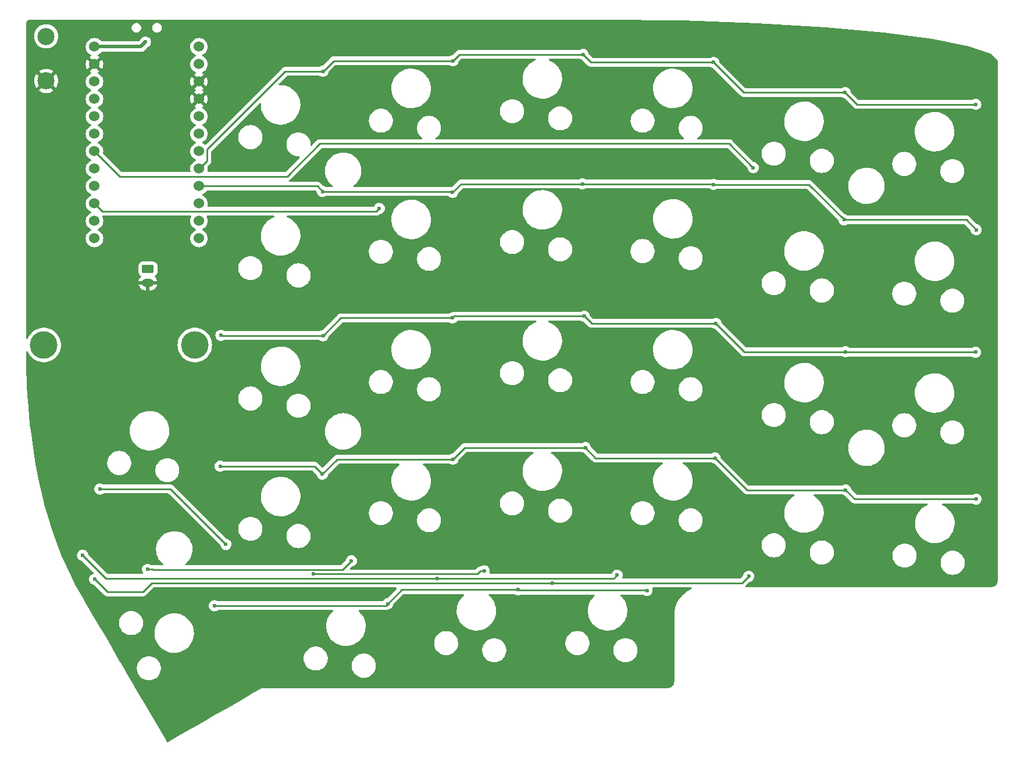
<source format=gtl>
G04 #@! TF.GenerationSoftware,KiCad,Pcbnew,7.0.10*
G04 #@! TF.CreationDate,2024-03-21T01:04:01+01:00*
G04 #@! TF.ProjectId,allium58,616c6c69-756d-4353-982e-6b696361645f,rev?*
G04 #@! TF.SameCoordinates,Original*
G04 #@! TF.FileFunction,Copper,L1,Top*
G04 #@! TF.FilePolarity,Positive*
%FSLAX46Y46*%
G04 Gerber Fmt 4.6, Leading zero omitted, Abs format (unit mm)*
G04 Created by KiCad (PCBNEW 7.0.10) date 2024-03-21 01:04:01*
%MOMM*%
%LPD*%
G01*
G04 APERTURE LIST*
G04 Aperture macros list*
%AMRoundRect*
0 Rectangle with rounded corners*
0 $1 Rounding radius*
0 $2 $3 $4 $5 $6 $7 $8 $9 X,Y pos of 4 corners*
0 Add a 4 corners polygon primitive as box body*
4,1,4,$2,$3,$4,$5,$6,$7,$8,$9,$2,$3,0*
0 Add four circle primitives for the rounded corners*
1,1,$1+$1,$2,$3*
1,1,$1+$1,$4,$5*
1,1,$1+$1,$6,$7*
1,1,$1+$1,$8,$9*
0 Add four rect primitives between the rounded corners*
20,1,$1+$1,$2,$3,$4,$5,0*
20,1,$1+$1,$4,$5,$6,$7,0*
20,1,$1+$1,$6,$7,$8,$9,0*
20,1,$1+$1,$8,$9,$2,$3,0*%
G04 Aperture macros list end*
G04 #@! TA.AperFunction,ComponentPad*
%ADD10C,1.524000*%
G04 #@! TD*
G04 #@! TA.AperFunction,ComponentPad*
%ADD11C,2.500000*%
G04 #@! TD*
G04 #@! TA.AperFunction,ComponentPad*
%ADD12C,4.000000*%
G04 #@! TD*
G04 #@! TA.AperFunction,ComponentPad*
%ADD13O,1.750000X1.200000*%
G04 #@! TD*
G04 #@! TA.AperFunction,ComponentPad*
%ADD14RoundRect,0.250000X-0.625000X0.350000X-0.625000X-0.350000X0.625000X-0.350000X0.625000X0.350000X0*%
G04 #@! TD*
G04 #@! TA.AperFunction,ViaPad*
%ADD15C,0.600000*%
G04 #@! TD*
G04 #@! TA.AperFunction,Conductor*
%ADD16C,0.250000*%
G04 #@! TD*
G04 #@! TA.AperFunction,Conductor*
%ADD17C,0.500000*%
G04 #@! TD*
G04 APERTURE END LIST*
D10*
X108611400Y-41522000D03*
X108611400Y-44062000D03*
X108611400Y-46602000D03*
X108611400Y-49142000D03*
X108611400Y-51682000D03*
X108611400Y-54222000D03*
X108611400Y-56762000D03*
X108611400Y-59302000D03*
X108611400Y-61842000D03*
X108611400Y-64382000D03*
X108611400Y-66922000D03*
X108611400Y-69462000D03*
X93391400Y-69462000D03*
X93391400Y-66922000D03*
X93391400Y-64382000D03*
X93391400Y-61842000D03*
X93391400Y-59302000D03*
X93391400Y-56762000D03*
X93391400Y-54222000D03*
X93391400Y-51682000D03*
X93391400Y-49142000D03*
X93391400Y-46602000D03*
X93391400Y-44062000D03*
X93391400Y-41522000D03*
D11*
X86360000Y-46505000D03*
X86360000Y-40005000D03*
D12*
X86000000Y-85000000D03*
X108000000Y-85000000D03*
D13*
X101179800Y-75930000D03*
D14*
X101179800Y-73930000D03*
D15*
X110850000Y-123012000D03*
X136068000Y-122733000D03*
X155067000Y-120675000D03*
X173838000Y-120802000D03*
X183540000Y-43789600D03*
X164541000Y-42646600D03*
X126670000Y-45110400D03*
X202692000Y-48209200D03*
X145593000Y-43561000D03*
X221717000Y-49911000D03*
X221767000Y-68199000D03*
X145542000Y-62738000D03*
X202540000Y-66751200D03*
X183540000Y-61595000D03*
X126594000Y-62611000D03*
X164440000Y-61518800D03*
X164719000Y-80797400D03*
X221666000Y-86055200D03*
X126670000Y-83642200D03*
X202743000Y-86004400D03*
X145517000Y-81051400D03*
X183896000Y-81864200D03*
X111800500Y-83591400D03*
X221767000Y-107467000D03*
X164871000Y-99974400D03*
X202768000Y-106147000D03*
X183744000Y-101473000D03*
X145593000Y-101651000D03*
X126568000Y-103835000D03*
X111684000Y-102667000D03*
X189315000Y-59147400D03*
X188646000Y-118720000D03*
X160071000Y-119710000D03*
X93421200Y-119151400D03*
X91668600Y-115646200D03*
X143281000Y-119014000D03*
X169494000Y-118542000D03*
X150139000Y-117932000D03*
X134872000Y-65097800D03*
X125298000Y-118379000D03*
X130810000Y-116459000D03*
X101117400Y-117703600D03*
X94183200Y-105994000D03*
X112522000Y-114071000D03*
X100813000Y-40843200D03*
D16*
X155142000Y-120750000D02*
X155067000Y-120675000D01*
X138125000Y-120675000D02*
X136068000Y-122733000D01*
X136068000Y-122733000D02*
X135824000Y-122977000D01*
X173785000Y-120750000D02*
X155142000Y-120750000D01*
X110885000Y-122977000D02*
X110850000Y-123012000D01*
X155067000Y-120675000D02*
X138125000Y-120675000D01*
X135824000Y-122977000D02*
X110885000Y-122977000D01*
X173838000Y-120802000D02*
X173785000Y-120750000D01*
X108611400Y-59301900D02*
X108611400Y-59302000D01*
X109779000Y-58134600D02*
X109195000Y-58718300D01*
X165684000Y-43789600D02*
X164541000Y-42646600D01*
X204394000Y-49911000D02*
X202692000Y-48209200D01*
X121147000Y-45110400D02*
X109779000Y-56478600D01*
X145593000Y-43561000D02*
X128219000Y-43561000D01*
X187960000Y-48209200D02*
X183540000Y-43789600D01*
X146507000Y-42646600D02*
X145593000Y-43561000D01*
X128219000Y-43561000D02*
X126670000Y-45110400D01*
X109779000Y-56478600D02*
X109779000Y-58134600D01*
X164541000Y-42646600D02*
X146507000Y-42646600D01*
X183540000Y-43789600D02*
X165684000Y-43789600D01*
X126670000Y-45110400D02*
X121147000Y-45110400D01*
X109195000Y-58718300D02*
X108611400Y-59301900D01*
X221717000Y-49911000D02*
X204394000Y-49911000D01*
X109195000Y-58718300D02*
X108611000Y-59302000D01*
X202692000Y-48209200D02*
X187960000Y-48209200D01*
X145415000Y-62611000D02*
X145542000Y-62738000D01*
X220320000Y-66751200D02*
X221767000Y-68199000D01*
X202540000Y-66751200D02*
X220320000Y-66751200D01*
X146761000Y-61518800D02*
X164440000Y-61518800D01*
X183540000Y-61595000D02*
X197383000Y-61595000D01*
X197383000Y-61595000D02*
X202540000Y-66751200D01*
X108611000Y-61842000D02*
X108611400Y-61842000D01*
X145542000Y-62738000D02*
X146761000Y-61518800D01*
X108611400Y-61842000D02*
X125825000Y-61842000D01*
X164440000Y-61518800D02*
X183464000Y-61518800D01*
X126594000Y-62611000D02*
X145415000Y-62611000D01*
X125825000Y-61842000D02*
X126594000Y-62611000D01*
X183464000Y-61518800D02*
X183540000Y-61595000D01*
X164719000Y-80797400D02*
X145771000Y-80797400D01*
X202794000Y-86055200D02*
X202743000Y-86004400D01*
X145517000Y-81051400D02*
X129261000Y-81051400D01*
X202743000Y-86004400D02*
X188036000Y-86004400D01*
X145771000Y-80797400D02*
X145517000Y-81051400D01*
X183896000Y-81864200D02*
X165786000Y-81864200D01*
X165786000Y-81864200D02*
X164719000Y-80797400D01*
X111851300Y-83642200D02*
X126670000Y-83642200D01*
X221666000Y-86055200D02*
X202794000Y-86055200D01*
X129261000Y-81051400D02*
X126670000Y-83642200D01*
X188036000Y-86004400D02*
X183896000Y-81864200D01*
X111800500Y-83591400D02*
X111851300Y-83642200D01*
X202768000Y-106147000D02*
X188417000Y-106147000D01*
X125400000Y-102667000D02*
X126568000Y-103835000D01*
X166370000Y-101473000D02*
X164871000Y-99974400D01*
X147269000Y-99974400D02*
X145593000Y-101651000D01*
X145593000Y-101651000D02*
X128753000Y-101651000D01*
X183744000Y-101473000D02*
X166370000Y-101473000D01*
X164871000Y-99974400D02*
X147269000Y-99974400D01*
X128753000Y-101651000D02*
X126568000Y-103835000D01*
X188417000Y-106147000D02*
X183744000Y-101473000D01*
X111684000Y-102667000D02*
X125400000Y-102667000D01*
X204089000Y-107467000D02*
X202768000Y-106147000D01*
X221767000Y-107467000D02*
X204089000Y-107467000D01*
X97040100Y-60410700D02*
X93391400Y-56762000D01*
X189315000Y-59147400D02*
X185819000Y-55651400D01*
X185819000Y-55651400D02*
X126206500Y-55651400D01*
X121447200Y-60410700D02*
X97040100Y-60410700D01*
X126206500Y-55651400D02*
X121447200Y-60410700D01*
X101726800Y-119710000D02*
X100440800Y-120996000D01*
X100440800Y-120996000D02*
X95265800Y-120996000D01*
X95265800Y-120996000D02*
X93421200Y-119151400D01*
X160071000Y-119710000D02*
X101726800Y-119710000D01*
X188646000Y-118720000D02*
X187655000Y-119710000D01*
X187655000Y-119710000D02*
X160071000Y-119710000D01*
X144932000Y-118999000D02*
X169037000Y-118999000D01*
X169037000Y-118999000D02*
X169494000Y-118542000D01*
X144918000Y-119014000D02*
X144932000Y-118999000D01*
X95036400Y-119014000D02*
X91668600Y-115646200D01*
X143281000Y-119014000D02*
X144918000Y-119014000D01*
X143281000Y-119014000D02*
X95036400Y-119014000D01*
X149581000Y-117932000D02*
X150139000Y-117932000D01*
X126467000Y-118389000D02*
X149123000Y-118389000D01*
X94522800Y-65513400D02*
X93391400Y-64382000D01*
X134456400Y-65513400D02*
X94522800Y-65513400D01*
X134872000Y-65097800D02*
X134456400Y-65513400D01*
X149123000Y-118389000D02*
X149581000Y-117932000D01*
X125298000Y-118379000D02*
X126456000Y-118379000D01*
X126456000Y-118379000D02*
X126467000Y-118389000D01*
X101117400Y-117703600D02*
X101905600Y-117703600D01*
X101956000Y-117754000D02*
X129515000Y-117754000D01*
X101905600Y-117703600D02*
X101956000Y-117754000D01*
X129515000Y-117754000D02*
X130810000Y-116459000D01*
X104445000Y-105994000D02*
X94183200Y-105994000D01*
X112522000Y-114071000D02*
X104445000Y-105994000D01*
X108611000Y-51682000D02*
X108611400Y-51682000D01*
X108611000Y-54222000D02*
X108611400Y-54222000D01*
D17*
X93391400Y-41522000D02*
X100134000Y-41522000D01*
X100134000Y-41522000D02*
X100813000Y-40843200D01*
G04 #@! TA.AperFunction,Conductor*
G36*
X167248841Y-37587269D02*
G01*
X178976970Y-37716045D01*
X178979677Y-37716106D01*
X189894720Y-38085320D01*
X189897880Y-38085467D01*
X199768576Y-38669550D01*
X199772324Y-38669830D01*
X208362897Y-39442875D01*
X208368077Y-39443451D01*
X215439276Y-40378587D01*
X215447553Y-40379964D01*
X220747640Y-41445875D01*
X220764599Y-41450539D01*
X223965452Y-42576635D01*
X224016237Y-42610049D01*
X224926104Y-43596182D01*
X224957597Y-43659811D01*
X224959500Y-43681624D01*
X224959500Y-119258267D01*
X224958867Y-119270886D01*
X224937874Y-119479454D01*
X224932854Y-119504153D01*
X224882444Y-119666722D01*
X224872853Y-119689481D01*
X224792930Y-119836823D01*
X224779375Y-119856921D01*
X224673070Y-119985791D01*
X224656053Y-120002807D01*
X224591194Y-120056311D01*
X224527190Y-120109108D01*
X224507089Y-120122664D01*
X224431245Y-120163805D01*
X224359748Y-120202587D01*
X224336989Y-120212178D01*
X224174415Y-120262590D01*
X224149716Y-120267610D01*
X223941161Y-120288602D01*
X223928542Y-120289235D01*
X188275943Y-120289235D01*
X188207822Y-120269233D01*
X188161329Y-120215577D01*
X188151225Y-120145303D01*
X188180719Y-120080723D01*
X188186893Y-120074095D01*
X188226100Y-120034928D01*
X188707166Y-119554347D01*
X188769494Y-119520354D01*
X188782109Y-119518280D01*
X188827039Y-119513218D01*
X188827039Y-119513217D01*
X188827047Y-119513217D01*
X188999015Y-119453043D01*
X189153281Y-119356111D01*
X189282111Y-119227281D01*
X189379043Y-119073015D01*
X189439217Y-118901047D01*
X189459616Y-118720000D01*
X189439217Y-118538953D01*
X189379043Y-118366985D01*
X189379041Y-118366982D01*
X189379041Y-118366981D01*
X189282112Y-118212720D01*
X189282111Y-118212718D01*
X189153281Y-118083888D01*
X189153279Y-118083887D01*
X188999018Y-117986958D01*
X188999015Y-117986957D01*
X188827050Y-117926784D01*
X188827049Y-117926783D01*
X188827047Y-117926783D01*
X188646000Y-117906384D01*
X188464953Y-117926783D01*
X188464950Y-117926783D01*
X188464949Y-117926784D01*
X188292984Y-117986957D01*
X188292981Y-117986958D01*
X188138720Y-118083887D01*
X188138718Y-118083888D01*
X188009888Y-118212718D01*
X188009887Y-118212720D01*
X187912958Y-118366981D01*
X187912957Y-118366984D01*
X187852784Y-118538947D01*
X187852782Y-118538960D01*
X187847817Y-118583014D01*
X187820312Y-118648466D01*
X187811661Y-118658042D01*
X187429680Y-119039640D01*
X187367350Y-119073634D01*
X187340629Y-119076500D01*
X170340172Y-119076500D01*
X170272051Y-119056498D01*
X170225558Y-119002842D01*
X170215454Y-118932568D01*
X170224848Y-118901743D01*
X170224706Y-118901694D01*
X170225924Y-118898212D01*
X170226650Y-118895831D01*
X170227043Y-118895014D01*
X170287217Y-118723047D01*
X170307616Y-118542000D01*
X170287217Y-118360953D01*
X170227043Y-118188985D01*
X170227041Y-118188982D01*
X170227041Y-118188981D01*
X170130112Y-118034720D01*
X170130111Y-118034718D01*
X170001281Y-117905888D01*
X170001279Y-117905887D01*
X169847018Y-117808958D01*
X169847015Y-117808957D01*
X169675050Y-117748784D01*
X169675049Y-117748783D01*
X169675047Y-117748783D01*
X169494000Y-117728384D01*
X169312953Y-117748783D01*
X169312950Y-117748783D01*
X169312949Y-117748784D01*
X169140984Y-117808957D01*
X169140981Y-117808958D01*
X168986720Y-117905887D01*
X168986718Y-117905888D01*
X168857888Y-118034718D01*
X168857887Y-118034720D01*
X168760958Y-118188981D01*
X168760957Y-118188984D01*
X168728719Y-118281115D01*
X168687341Y-118338807D01*
X168621340Y-118364969D01*
X168609790Y-118365500D01*
X151021460Y-118365500D01*
X150953339Y-118345498D01*
X150906846Y-118291842D01*
X150896742Y-118221568D01*
X150902531Y-118197885D01*
X150905645Y-118188985D01*
X150932217Y-118113047D01*
X150952616Y-117932000D01*
X150932217Y-117750953D01*
X150872043Y-117578985D01*
X150872041Y-117578982D01*
X150872041Y-117578981D01*
X150775112Y-117424720D01*
X150775111Y-117424718D01*
X150646281Y-117295888D01*
X150646279Y-117295887D01*
X150492018Y-117198958D01*
X150492015Y-117198957D01*
X150320050Y-117138784D01*
X150320049Y-117138783D01*
X150320047Y-117138783D01*
X150139000Y-117118384D01*
X149957953Y-117138783D01*
X149957950Y-117138783D01*
X149957949Y-117138784D01*
X149785986Y-117198956D01*
X149659405Y-117278492D01*
X149596197Y-117297746D01*
X149577039Y-117298328D01*
X149573289Y-117298442D01*
X149569472Y-117298500D01*
X149541144Y-117298500D01*
X149537547Y-117298954D01*
X149525585Y-117299889D01*
X149481803Y-117301217D01*
X149481795Y-117301218D01*
X149461935Y-117306964D01*
X149442722Y-117310932D01*
X149422207Y-117313525D01*
X149422201Y-117313526D01*
X149381486Y-117329646D01*
X149370129Y-117333527D01*
X149328051Y-117345702D01*
X149328044Y-117345706D01*
X149310238Y-117356210D01*
X149292609Y-117364835D01*
X149273384Y-117372447D01*
X149237944Y-117398194D01*
X149227911Y-117404776D01*
X149190189Y-117427030D01*
X149175554Y-117441633D01*
X149160624Y-117454370D01*
X149143895Y-117466525D01*
X149143886Y-117466533D01*
X149115971Y-117500275D01*
X149107889Y-117509148D01*
X148897889Y-117718692D01*
X148835539Y-117752650D01*
X148808890Y-117755500D01*
X130713595Y-117755500D01*
X130645474Y-117735498D01*
X130598981Y-117681842D01*
X130588877Y-117611568D01*
X130618371Y-117546988D01*
X130624499Y-117540405D01*
X130808693Y-117356210D01*
X130871561Y-117293341D01*
X130933871Y-117259318D01*
X130946540Y-117257231D01*
X130991047Y-117252217D01*
X131163015Y-117192043D01*
X131317281Y-117095111D01*
X131446111Y-116966281D01*
X131543043Y-116812015D01*
X131603217Y-116640047D01*
X131623616Y-116459000D01*
X131603217Y-116277953D01*
X131543043Y-116105985D01*
X131543041Y-116105982D01*
X131543041Y-116105981D01*
X131446112Y-115951720D01*
X131446111Y-115951718D01*
X131317281Y-115822888D01*
X131317279Y-115822887D01*
X131163018Y-115725958D01*
X131163015Y-115725957D01*
X130991050Y-115665784D01*
X130991049Y-115665783D01*
X130991047Y-115665783D01*
X130810000Y-115645384D01*
X130628953Y-115665783D01*
X130628950Y-115665783D01*
X130628949Y-115665784D01*
X130456984Y-115725957D01*
X130456981Y-115725958D01*
X130302720Y-115822887D01*
X130302718Y-115822888D01*
X130173888Y-115951718D01*
X130173887Y-115951720D01*
X130076958Y-116105981D01*
X130076957Y-116105984D01*
X130016784Y-116277947D01*
X130016781Y-116277961D01*
X130011768Y-116322451D01*
X129984264Y-116387904D01*
X129975657Y-116397436D01*
X129289500Y-117083595D01*
X129227187Y-117117620D01*
X129200404Y-117120500D01*
X106701655Y-117120500D01*
X106633534Y-117100498D01*
X106587041Y-117046842D01*
X106576937Y-116976568D01*
X106606431Y-116911988D01*
X106622663Y-116896336D01*
X106703150Y-116831568D01*
X106789024Y-116762466D01*
X107016628Y-116527741D01*
X107213662Y-116266826D01*
X107377139Y-115983675D01*
X107504581Y-115682580D01*
X107594057Y-115368107D01*
X107644209Y-115045022D01*
X107645286Y-115010089D01*
X107654278Y-114718221D01*
X107654278Y-114718219D01*
X107627715Y-114431566D01*
X107624110Y-114392663D01*
X107554164Y-114073278D01*
X107553361Y-114071000D01*
X107445500Y-113764911D01*
X107349731Y-113572581D01*
X107299763Y-113472231D01*
X107119164Y-113199681D01*
X106906442Y-112951391D01*
X106664819Y-112731123D01*
X106397960Y-112542217D01*
X106109909Y-112387537D01*
X106109908Y-112387536D01*
X106109905Y-112387535D01*
X105805037Y-112269428D01*
X105683343Y-112238821D01*
X105487954Y-112189679D01*
X105487951Y-112189678D01*
X105487949Y-112189678D01*
X105487944Y-112189677D01*
X105208846Y-112155117D01*
X105163477Y-112149500D01*
X104918335Y-112149500D01*
X104918334Y-112149500D01*
X104673668Y-112164590D01*
X104352271Y-112224669D01*
X104352270Y-112224670D01*
X104040703Y-112323786D01*
X103743698Y-112460432D01*
X103743686Y-112460438D01*
X103743683Y-112460440D01*
X103743680Y-112460442D01*
X103465699Y-112632559D01*
X103465693Y-112632563D01*
X103210975Y-112837534D01*
X103210974Y-112837534D01*
X102983369Y-113072261D01*
X102983366Y-113072265D01*
X102786341Y-113333168D01*
X102786337Y-113333174D01*
X102622864Y-113616319D01*
X102622857Y-113616333D01*
X102495416Y-113917426D01*
X102427671Y-114155527D01*
X102405943Y-114231893D01*
X102380988Y-114392657D01*
X102355791Y-114554977D01*
X102355789Y-114554994D01*
X102345721Y-114881779D01*
X102375888Y-115207321D01*
X102375891Y-115207342D01*
X102445837Y-115526728D01*
X102554499Y-115835088D01*
X102700238Y-116127771D01*
X102880838Y-116400322D01*
X102880841Y-116400325D01*
X103093558Y-116648609D01*
X103335181Y-116868877D01*
X103335184Y-116868879D01*
X103367364Y-116891659D01*
X103411408Y-116947343D01*
X103418354Y-117017999D01*
X103385999Y-117081194D01*
X103324614Y-117116865D01*
X103294565Y-117120500D01*
X102191455Y-117120500D01*
X102145070Y-117111651D01*
X102140660Y-117109905D01*
X102121036Y-117104866D01*
X102102336Y-117098464D01*
X102094590Y-117095112D01*
X102083745Y-117090419D01*
X102083743Y-117090418D01*
X102083741Y-117090418D01*
X102040074Y-117083501D01*
X102028455Y-117081095D01*
X101985630Y-117070100D01*
X101965376Y-117070100D01*
X101945666Y-117068549D01*
X101925657Y-117065380D01*
X101903347Y-117067489D01*
X101881639Y-117069541D01*
X101869781Y-117070100D01*
X101665137Y-117070100D01*
X101598101Y-117050787D01*
X101470417Y-116970558D01*
X101470415Y-116970557D01*
X101298450Y-116910384D01*
X101298449Y-116910383D01*
X101298447Y-116910383D01*
X101117400Y-116889984D01*
X100936353Y-116910383D01*
X100936350Y-116910383D01*
X100936349Y-116910384D01*
X100764384Y-116970557D01*
X100764381Y-116970558D01*
X100610120Y-117067487D01*
X100610118Y-117067488D01*
X100481288Y-117196318D01*
X100481287Y-117196320D01*
X100384358Y-117350581D01*
X100384357Y-117350584D01*
X100328874Y-117509148D01*
X100324183Y-117522553D01*
X100303784Y-117703600D01*
X100324183Y-117884647D01*
X100324183Y-117884649D01*
X100324184Y-117884650D01*
X100384357Y-118056615D01*
X100384358Y-118056618D01*
X100466574Y-118187464D01*
X100485880Y-118255785D01*
X100465185Y-118323699D01*
X100411057Y-118369642D01*
X100359887Y-118380500D01*
X95350995Y-118380500D01*
X95282874Y-118360498D01*
X95261900Y-118343595D01*
X92502943Y-115584638D01*
X92468917Y-115522326D01*
X92466830Y-115509649D01*
X92464256Y-115486804D01*
X92461817Y-115465153D01*
X92401643Y-115293185D01*
X92401641Y-115293182D01*
X92401641Y-115293181D01*
X92304712Y-115138920D01*
X92304711Y-115138918D01*
X92175881Y-115010088D01*
X92175879Y-115010087D01*
X92021618Y-114913158D01*
X92021615Y-114913157D01*
X91849650Y-114852984D01*
X91849649Y-114852983D01*
X91849647Y-114852983D01*
X91668600Y-114832584D01*
X91487553Y-114852983D01*
X91487550Y-114852983D01*
X91487549Y-114852984D01*
X91315584Y-114913157D01*
X91315581Y-114913158D01*
X91161320Y-115010087D01*
X91161318Y-115010088D01*
X91032488Y-115138918D01*
X91032487Y-115138920D01*
X90935558Y-115293181D01*
X90935557Y-115293184D01*
X90875385Y-115465148D01*
X90875383Y-115465153D01*
X90854984Y-115646200D01*
X90875383Y-115827247D01*
X90875383Y-115827249D01*
X90875384Y-115827250D01*
X90935557Y-115999216D01*
X91032487Y-116153479D01*
X91032488Y-116153481D01*
X91161318Y-116282311D01*
X91161320Y-116282312D01*
X91315581Y-116379241D01*
X91315582Y-116379241D01*
X91315585Y-116379243D01*
X91487553Y-116439417D01*
X91532050Y-116444430D01*
X91597502Y-116471932D01*
X91607039Y-116480543D01*
X93279500Y-118153004D01*
X93313526Y-118215316D01*
X93308461Y-118286131D01*
X93265914Y-118342967D01*
X93232021Y-118361028D01*
X93068181Y-118418358D01*
X92913920Y-118515287D01*
X92913918Y-118515288D01*
X92785088Y-118644118D01*
X92785087Y-118644120D01*
X92688158Y-118798381D01*
X92688157Y-118798384D01*
X92651991Y-118901743D01*
X92627983Y-118970353D01*
X92607584Y-119151400D01*
X92627983Y-119332447D01*
X92627983Y-119332449D01*
X92627984Y-119332450D01*
X92688157Y-119504415D01*
X92688158Y-119504418D01*
X92785087Y-119658679D01*
X92785088Y-119658681D01*
X92913918Y-119787511D01*
X92913920Y-119787512D01*
X93068181Y-119884441D01*
X93068182Y-119884441D01*
X93068185Y-119884443D01*
X93240153Y-119944617D01*
X93284650Y-119949630D01*
X93350102Y-119977132D01*
X93359639Y-119985743D01*
X94758553Y-121384657D01*
X94768520Y-121397097D01*
X94768747Y-121396910D01*
X94773799Y-121403017D01*
X94773800Y-121403018D01*
X94810906Y-121437863D01*
X94823466Y-121449657D01*
X94826310Y-121452414D01*
X94846026Y-121472131D01*
X94849223Y-121474611D01*
X94858244Y-121482316D01*
X94890479Y-121512586D01*
X94890480Y-121512586D01*
X94890482Y-121512588D01*
X94908229Y-121522344D01*
X94924759Y-121533202D01*
X94940759Y-121545613D01*
X94981336Y-121563172D01*
X94991987Y-121568390D01*
X95030740Y-121589695D01*
X95050362Y-121594733D01*
X95069063Y-121601135D01*
X95087655Y-121609181D01*
X95131322Y-121616096D01*
X95142925Y-121618498D01*
X95185770Y-121629500D01*
X95206031Y-121629500D01*
X95225739Y-121631050D01*
X95245743Y-121634219D01*
X95289754Y-121630058D01*
X95301611Y-121629500D01*
X100356947Y-121629500D01*
X100372788Y-121631249D01*
X100372816Y-121630956D01*
X100380702Y-121631700D01*
X100380709Y-121631702D01*
X100448786Y-121629562D01*
X100452745Y-121629500D01*
X100480651Y-121629500D01*
X100480656Y-121629500D01*
X100484667Y-121628992D01*
X100496499Y-121628061D01*
X100540689Y-121626673D01*
X100560147Y-121621019D01*
X100579494Y-121617013D01*
X100599597Y-121614474D01*
X100640710Y-121598195D01*
X100651930Y-121594353D01*
X100676713Y-121587154D01*
X100694391Y-121582019D01*
X100694395Y-121582017D01*
X100711826Y-121571708D01*
X100729580Y-121563009D01*
X100748417Y-121555552D01*
X100784192Y-121529558D01*
X100794098Y-121523051D01*
X100832162Y-121500542D01*
X100846485Y-121486218D01*
X100861524Y-121473374D01*
X100863235Y-121472131D01*
X100877907Y-121461472D01*
X100906103Y-121427386D01*
X100914062Y-121418640D01*
X101952301Y-120380402D01*
X102014611Y-120346379D01*
X102041394Y-120343500D01*
X137256566Y-120343500D01*
X137324687Y-120363502D01*
X137371180Y-120417158D01*
X137381284Y-120487432D01*
X137351790Y-120552012D01*
X137345683Y-120558574D01*
X136006247Y-121898658D01*
X135943943Y-121932698D01*
X135931242Y-121934791D01*
X135886960Y-121939782D01*
X135886947Y-121939784D01*
X135714984Y-121999957D01*
X135714981Y-121999958D01*
X135560720Y-122096887D01*
X135560718Y-122096888D01*
X135431892Y-122225714D01*
X135431889Y-122225718D01*
X135394932Y-122284536D01*
X135341754Y-122331574D01*
X135288245Y-122343500D01*
X111342034Y-122343500D01*
X111274998Y-122324187D01*
X111203017Y-122278958D01*
X111203014Y-122278956D01*
X111031050Y-122218784D01*
X111031049Y-122218783D01*
X111031047Y-122218783D01*
X110850000Y-122198384D01*
X110668953Y-122218783D01*
X110668950Y-122218783D01*
X110668949Y-122218784D01*
X110496984Y-122278957D01*
X110496981Y-122278958D01*
X110342720Y-122375887D01*
X110342718Y-122375888D01*
X110213888Y-122504718D01*
X110213887Y-122504720D01*
X110116958Y-122658981D01*
X110116957Y-122658984D01*
X110058011Y-122827444D01*
X110056783Y-122830953D01*
X110036384Y-123012000D01*
X110056783Y-123193047D01*
X110056783Y-123193049D01*
X110056784Y-123193050D01*
X110116957Y-123365015D01*
X110116958Y-123365018D01*
X110213887Y-123519279D01*
X110213888Y-123519281D01*
X110342718Y-123648111D01*
X110342720Y-123648112D01*
X110496981Y-123745041D01*
X110496982Y-123745041D01*
X110496985Y-123745043D01*
X110668953Y-123805217D01*
X110850000Y-123825616D01*
X111031047Y-123805217D01*
X111203015Y-123745043D01*
X111357281Y-123648111D01*
X111357988Y-123647405D01*
X111358556Y-123647094D01*
X111362809Y-123643703D01*
X111363403Y-123644447D01*
X111420300Y-123613379D01*
X111447083Y-123610500D01*
X128022510Y-123610500D01*
X128090631Y-123630502D01*
X128137124Y-123684158D01*
X128147228Y-123754432D01*
X128117734Y-123819012D01*
X128110282Y-123826899D01*
X128101558Y-123835369D01*
X127874627Y-124055672D01*
X127659585Y-124320690D01*
X127477394Y-124609289D01*
X127477386Y-124609303D01*
X127330618Y-124917398D01*
X127330614Y-124917410D01*
X127221308Y-125240727D01*
X127221307Y-125240732D01*
X127151010Y-125574693D01*
X127151010Y-125574697D01*
X127120706Y-125914628D01*
X127120706Y-125914632D01*
X127120706Y-125914637D01*
X127120706Y-125914639D01*
X127124412Y-126039625D01*
X127130820Y-126255788D01*
X127130820Y-126255789D01*
X127181208Y-126593327D01*
X127181209Y-126593334D01*
X127230190Y-126772581D01*
X127256381Y-126868432D01*
X127271173Y-126922562D01*
X127351674Y-127121056D01*
X127399438Y-127238828D01*
X127564211Y-127537710D01*
X127564213Y-127537714D01*
X127564215Y-127537716D01*
X127763172Y-127814999D01*
X127763173Y-127815000D01*
X127763177Y-127815005D01*
X127993544Y-128066822D01*
X128011854Y-128082601D01*
X128252075Y-128289624D01*
X128252079Y-128289627D01*
X128535138Y-128480282D01*
X128535142Y-128480284D01*
X128535146Y-128480287D01*
X128535150Y-128480289D01*
X128838774Y-128636129D01*
X129158698Y-128754964D01*
X129158703Y-128754965D01*
X129158713Y-128754969D01*
X129490457Y-128835134D01*
X129829354Y-128875500D01*
X129829360Y-128875500D01*
X130085239Y-128875500D01*
X130085249Y-128875500D01*
X130340693Y-128860341D01*
X130676603Y-128799969D01*
X131003015Y-128700293D01*
X131273413Y-128581182D01*
X142849500Y-128581182D01*
X142867454Y-128700294D01*
X142888604Y-128840619D01*
X142965933Y-129091314D01*
X142965938Y-129091327D01*
X143079773Y-129327706D01*
X143079777Y-129327713D01*
X143227562Y-129544472D01*
X143227567Y-129544479D01*
X143406019Y-129736805D01*
X143611143Y-129900386D01*
X143611146Y-129900388D01*
X143838352Y-130031566D01*
X143838356Y-130031567D01*
X143838357Y-130031568D01*
X144082584Y-130127420D01*
X144338370Y-130185802D01*
X144534506Y-130200500D01*
X144534507Y-130200500D01*
X144665493Y-130200500D01*
X144665494Y-130200500D01*
X144861630Y-130185802D01*
X145117416Y-130127420D01*
X145361643Y-130031568D01*
X145361645Y-130031566D01*
X145361647Y-130031566D01*
X145475250Y-129965977D01*
X145588857Y-129900386D01*
X145793981Y-129736805D01*
X145891985Y-129631182D01*
X149849500Y-129631182D01*
X149868158Y-129754964D01*
X149888604Y-129890619D01*
X149965933Y-130141314D01*
X149965938Y-130141327D01*
X150079773Y-130377706D01*
X150079777Y-130377713D01*
X150210074Y-130568822D01*
X150227567Y-130594479D01*
X150406019Y-130786805D01*
X150611143Y-130950386D01*
X150611146Y-130950388D01*
X150838352Y-131081566D01*
X150838356Y-131081567D01*
X150838357Y-131081568D01*
X151082584Y-131177420D01*
X151338370Y-131235802D01*
X151534506Y-131250500D01*
X151534507Y-131250500D01*
X151665493Y-131250500D01*
X151665494Y-131250500D01*
X151861630Y-131235802D01*
X152117416Y-131177420D01*
X152361643Y-131081568D01*
X152361645Y-131081566D01*
X152361647Y-131081566D01*
X152475250Y-131015977D01*
X152588857Y-130950386D01*
X152793981Y-130786805D01*
X152972433Y-130594479D01*
X153120228Y-130377704D01*
X153234063Y-130141323D01*
X153234066Y-130141314D01*
X153311395Y-129890619D01*
X153315959Y-129860339D01*
X153350500Y-129631182D01*
X153350500Y-129368818D01*
X153311396Y-129109385D01*
X153311395Y-129109383D01*
X153311395Y-129109380D01*
X153234066Y-128858685D01*
X153234061Y-128858672D01*
X153147683Y-128679307D01*
X153120228Y-128622296D01*
X153120226Y-128622293D01*
X153120222Y-128622286D01*
X153092198Y-128581182D01*
X161949500Y-128581182D01*
X161967454Y-128700294D01*
X161988604Y-128840619D01*
X162065933Y-129091314D01*
X162065938Y-129091327D01*
X162179773Y-129327706D01*
X162179777Y-129327713D01*
X162327562Y-129544472D01*
X162327567Y-129544479D01*
X162506019Y-129736805D01*
X162711143Y-129900386D01*
X162711146Y-129900388D01*
X162938352Y-130031566D01*
X162938356Y-130031567D01*
X162938357Y-130031568D01*
X163182584Y-130127420D01*
X163438370Y-130185802D01*
X163634506Y-130200500D01*
X163634507Y-130200500D01*
X163765493Y-130200500D01*
X163765494Y-130200500D01*
X163961630Y-130185802D01*
X164217416Y-130127420D01*
X164461643Y-130031568D01*
X164461645Y-130031566D01*
X164461647Y-130031566D01*
X164575250Y-129965977D01*
X164688857Y-129900386D01*
X164893981Y-129736805D01*
X164991985Y-129631182D01*
X168949500Y-129631182D01*
X168968158Y-129754964D01*
X168988604Y-129890619D01*
X169065933Y-130141314D01*
X169065938Y-130141327D01*
X169179773Y-130377706D01*
X169179777Y-130377713D01*
X169310074Y-130568822D01*
X169327567Y-130594479D01*
X169506019Y-130786805D01*
X169711143Y-130950386D01*
X169711146Y-130950388D01*
X169938352Y-131081566D01*
X169938356Y-131081567D01*
X169938357Y-131081568D01*
X170182584Y-131177420D01*
X170438370Y-131235802D01*
X170634506Y-131250500D01*
X170634507Y-131250500D01*
X170765493Y-131250500D01*
X170765494Y-131250500D01*
X170961630Y-131235802D01*
X171217416Y-131177420D01*
X171461643Y-131081568D01*
X171461645Y-131081566D01*
X171461647Y-131081566D01*
X171575250Y-131015977D01*
X171688857Y-130950386D01*
X171893981Y-130786805D01*
X172072433Y-130594479D01*
X172220228Y-130377704D01*
X172334063Y-130141323D01*
X172334066Y-130141314D01*
X172411395Y-129890619D01*
X172415959Y-129860339D01*
X172450500Y-129631182D01*
X172450500Y-129368818D01*
X172411396Y-129109385D01*
X172411395Y-129109383D01*
X172411395Y-129109380D01*
X172334066Y-128858685D01*
X172334061Y-128858672D01*
X172247683Y-128679307D01*
X172220228Y-128622296D01*
X172220226Y-128622293D01*
X172220222Y-128622286D01*
X172072437Y-128405527D01*
X172072433Y-128405521D01*
X171893981Y-128213195D01*
X171688857Y-128049614D01*
X171688852Y-128049611D01*
X171688853Y-128049611D01*
X171461647Y-127918433D01*
X171461639Y-127918430D01*
X171217419Y-127822581D01*
X171217417Y-127822580D01*
X170961633Y-127764198D01*
X170814528Y-127753174D01*
X170765494Y-127749500D01*
X170634506Y-127749500D01*
X170595278Y-127752439D01*
X170438366Y-127764198D01*
X170182582Y-127822580D01*
X170182580Y-127822581D01*
X169938360Y-127918430D01*
X169938352Y-127918433D01*
X169711146Y-128049611D01*
X169506018Y-128213195D01*
X169327566Y-128405522D01*
X169327562Y-128405527D01*
X169179777Y-128622286D01*
X169179773Y-128622293D01*
X169065938Y-128858672D01*
X169065933Y-128858685D01*
X168988604Y-129109380D01*
X168987240Y-129118432D01*
X168949500Y-129368818D01*
X168949500Y-129631182D01*
X164991985Y-129631182D01*
X165072433Y-129544479D01*
X165220228Y-129327704D01*
X165334063Y-129091323D01*
X165355267Y-129022581D01*
X165411395Y-128840619D01*
X165415256Y-128815005D01*
X165450500Y-128581182D01*
X165450500Y-128318818D01*
X165411396Y-128059385D01*
X165411395Y-128059383D01*
X165411395Y-128059380D01*
X165334066Y-127808685D01*
X165334061Y-127808672D01*
X165230356Y-127593327D01*
X165220228Y-127572296D01*
X165220226Y-127572293D01*
X165220222Y-127572286D01*
X165072437Y-127355527D01*
X165072433Y-127355521D01*
X164893981Y-127163195D01*
X164688857Y-126999614D01*
X164688852Y-126999611D01*
X164688853Y-126999611D01*
X164461647Y-126868433D01*
X164461639Y-126868430D01*
X164217419Y-126772581D01*
X164217417Y-126772580D01*
X163961633Y-126714198D01*
X163814528Y-126703174D01*
X163765494Y-126699500D01*
X163634506Y-126699500D01*
X163595278Y-126702439D01*
X163438366Y-126714198D01*
X163182582Y-126772580D01*
X163182580Y-126772581D01*
X162938360Y-126868430D01*
X162938352Y-126868433D01*
X162711146Y-126999611D01*
X162506018Y-127163195D01*
X162327566Y-127355522D01*
X162327562Y-127355527D01*
X162179777Y-127572286D01*
X162179773Y-127572293D01*
X162065938Y-127808672D01*
X162065933Y-127808685D01*
X161988604Y-128059380D01*
X161970114Y-128182056D01*
X161949500Y-128318818D01*
X161949500Y-128581182D01*
X153092198Y-128581182D01*
X152972437Y-128405527D01*
X152972433Y-128405521D01*
X152793981Y-128213195D01*
X152588857Y-128049614D01*
X152588852Y-128049611D01*
X152588853Y-128049611D01*
X152361647Y-127918433D01*
X152361639Y-127918430D01*
X152117419Y-127822581D01*
X152117417Y-127822580D01*
X151861633Y-127764198D01*
X151714528Y-127753174D01*
X151665494Y-127749500D01*
X151534506Y-127749500D01*
X151495278Y-127752439D01*
X151338366Y-127764198D01*
X151082582Y-127822580D01*
X151082580Y-127822581D01*
X150838360Y-127918430D01*
X150838352Y-127918433D01*
X150611146Y-128049611D01*
X150406018Y-128213195D01*
X150227566Y-128405522D01*
X150227562Y-128405527D01*
X150079777Y-128622286D01*
X150079773Y-128622293D01*
X149965938Y-128858672D01*
X149965933Y-128858685D01*
X149888604Y-129109380D01*
X149887240Y-129118432D01*
X149849500Y-129368818D01*
X149849500Y-129631182D01*
X145891985Y-129631182D01*
X145972433Y-129544479D01*
X146120228Y-129327704D01*
X146234063Y-129091323D01*
X146255267Y-129022581D01*
X146311395Y-128840619D01*
X146315256Y-128815005D01*
X146350500Y-128581182D01*
X146350500Y-128318818D01*
X146311396Y-128059385D01*
X146311395Y-128059383D01*
X146311395Y-128059380D01*
X146234066Y-127808685D01*
X146234061Y-127808672D01*
X146130356Y-127593327D01*
X146120228Y-127572296D01*
X146120226Y-127572293D01*
X146120222Y-127572286D01*
X145972437Y-127355527D01*
X145972433Y-127355521D01*
X145793981Y-127163195D01*
X145588857Y-126999614D01*
X145588852Y-126999611D01*
X145588853Y-126999611D01*
X145361647Y-126868433D01*
X145361639Y-126868430D01*
X145117419Y-126772581D01*
X145117417Y-126772580D01*
X144861633Y-126714198D01*
X144714528Y-126703174D01*
X144665494Y-126699500D01*
X144534506Y-126699500D01*
X144495278Y-126702439D01*
X144338366Y-126714198D01*
X144082582Y-126772580D01*
X144082580Y-126772581D01*
X143838360Y-126868430D01*
X143838352Y-126868433D01*
X143611146Y-126999611D01*
X143406018Y-127163195D01*
X143227566Y-127355522D01*
X143227562Y-127355527D01*
X143079777Y-127572286D01*
X143079773Y-127572293D01*
X142965938Y-127808672D01*
X142965933Y-127808685D01*
X142888604Y-128059380D01*
X142870114Y-128182056D01*
X142849500Y-128318818D01*
X142849500Y-128581182D01*
X131273413Y-128581182D01*
X131315347Y-128562710D01*
X131609215Y-128389152D01*
X131880493Y-128182056D01*
X132125372Y-127944328D01*
X132340416Y-127679307D01*
X132522606Y-127390711D01*
X132630988Y-127163195D01*
X132669381Y-127082601D01*
X132669381Y-127082598D01*
X132669384Y-127082594D01*
X132778690Y-126759278D01*
X132848989Y-126425305D01*
X132879294Y-126085361D01*
X132869180Y-125744218D01*
X132861732Y-125694328D01*
X132818791Y-125406672D01*
X132818790Y-125406665D01*
X132795297Y-125320690D01*
X132728829Y-125077444D01*
X132600562Y-124761172D01*
X132435789Y-124462290D01*
X132423390Y-124445010D01*
X132236827Y-124185000D01*
X132236826Y-124184999D01*
X132236825Y-124184998D01*
X132236823Y-124184995D01*
X132072882Y-124005789D01*
X132006457Y-123933178D01*
X131888990Y-123831946D01*
X131850446Y-123772324D01*
X131850255Y-123701328D01*
X131888477Y-123641498D01*
X131952978Y-123611831D01*
X131971246Y-123610500D01*
X135740147Y-123610500D01*
X135755988Y-123612249D01*
X135756016Y-123611956D01*
X135763902Y-123612700D01*
X135763909Y-123612702D01*
X135831986Y-123610562D01*
X135835945Y-123610500D01*
X135863851Y-123610500D01*
X135863856Y-123610500D01*
X135867867Y-123609992D01*
X135879699Y-123609061D01*
X135923889Y-123607673D01*
X135943347Y-123602019D01*
X135962694Y-123598013D01*
X135982797Y-123595474D01*
X136023910Y-123579195D01*
X136035130Y-123575353D01*
X136077593Y-123563018D01*
X136090887Y-123555155D01*
X136140921Y-123538399D01*
X136249047Y-123526217D01*
X136421015Y-123466043D01*
X136575281Y-123369111D01*
X136704111Y-123240281D01*
X136801043Y-123086015D01*
X136861217Y-122914047D01*
X136866254Y-122869338D01*
X136893756Y-122803884D01*
X136902336Y-122794378D01*
X138268651Y-121427401D01*
X138350586Y-121345426D01*
X138412890Y-121311386D01*
X138439703Y-121308500D01*
X147086660Y-121308500D01*
X147154781Y-121328502D01*
X147201274Y-121382158D01*
X147211378Y-121452432D01*
X147181884Y-121517012D01*
X147163118Y-121534650D01*
X147158577Y-121538118D01*
X147119508Y-121567943D01*
X146874627Y-121805672D01*
X146659585Y-122070690D01*
X146477394Y-122359289D01*
X146477386Y-122359303D01*
X146330618Y-122667398D01*
X146330614Y-122667410D01*
X146221308Y-122990727D01*
X146221307Y-122990732D01*
X146151010Y-123324693D01*
X146151010Y-123324697D01*
X146120706Y-123664628D01*
X146120706Y-123664632D01*
X146130820Y-124005788D01*
X146130820Y-124005789D01*
X146181208Y-124343327D01*
X146181209Y-124343334D01*
X146229405Y-124519710D01*
X146254307Y-124610842D01*
X146271173Y-124672562D01*
X146399435Y-124988821D01*
X146399438Y-124988828D01*
X146564211Y-125287710D01*
X146564213Y-125287714D01*
X146564215Y-125287716D01*
X146763172Y-125564999D01*
X146763173Y-125565000D01*
X146763177Y-125565005D01*
X146993544Y-125816822D01*
X147110263Y-125917410D01*
X147252075Y-126039624D01*
X147252079Y-126039627D01*
X147535138Y-126230282D01*
X147535142Y-126230284D01*
X147535146Y-126230287D01*
X147535150Y-126230289D01*
X147838774Y-126386129D01*
X148158698Y-126504964D01*
X148158703Y-126504965D01*
X148158713Y-126504969D01*
X148490457Y-126585134D01*
X148829354Y-126625500D01*
X148829360Y-126625500D01*
X149085239Y-126625500D01*
X149085249Y-126625500D01*
X149340693Y-126610341D01*
X149676603Y-126549969D01*
X150003015Y-126450293D01*
X150315347Y-126312710D01*
X150609215Y-126139152D01*
X150880493Y-125932056D01*
X151125372Y-125694328D01*
X151340416Y-125429307D01*
X151522606Y-125140711D01*
X151669384Y-124832594D01*
X151778690Y-124509278D01*
X151832439Y-124253929D01*
X151848989Y-124175306D01*
X151848989Y-124175302D01*
X151879294Y-123835361D01*
X151869180Y-123494218D01*
X151866886Y-123478854D01*
X151818791Y-123156672D01*
X151818790Y-123156665D01*
X151796866Y-123076432D01*
X151728829Y-122827444D01*
X151600562Y-122511172D01*
X151435789Y-122212290D01*
X151385064Y-122141596D01*
X151236827Y-121935000D01*
X151236826Y-121934999D01*
X151236825Y-121934998D01*
X151236823Y-121934995D01*
X151006456Y-121683178D01*
X150943583Y-121628994D01*
X150828652Y-121529946D01*
X150790108Y-121470324D01*
X150789917Y-121399327D01*
X150828140Y-121339498D01*
X150892641Y-121309831D01*
X150910908Y-121308500D01*
X154519263Y-121308500D01*
X154586299Y-121327813D01*
X154670469Y-121380700D01*
X154713985Y-121408043D01*
X154885953Y-121468217D01*
X155067000Y-121488616D01*
X155248047Y-121468217D01*
X155420015Y-121408043D01*
X155428337Y-121402814D01*
X155495375Y-121383500D01*
X166098818Y-121383500D01*
X166166939Y-121403502D01*
X166213432Y-121457158D01*
X166223536Y-121527432D01*
X166194042Y-121592012D01*
X166186588Y-121599900D01*
X166122227Y-121662382D01*
X165974627Y-121805672D01*
X165759585Y-122070690D01*
X165577394Y-122359289D01*
X165577386Y-122359303D01*
X165430618Y-122667398D01*
X165430614Y-122667410D01*
X165321308Y-122990727D01*
X165321307Y-122990732D01*
X165251010Y-123324693D01*
X165251010Y-123324697D01*
X165220706Y-123664628D01*
X165220706Y-123664632D01*
X165230820Y-124005788D01*
X165230820Y-124005789D01*
X165281208Y-124343327D01*
X165281209Y-124343334D01*
X165329405Y-124519710D01*
X165354307Y-124610842D01*
X165371173Y-124672562D01*
X165499435Y-124988821D01*
X165499438Y-124988828D01*
X165664211Y-125287710D01*
X165664213Y-125287714D01*
X165664215Y-125287716D01*
X165863172Y-125564999D01*
X165863173Y-125565000D01*
X165863177Y-125565005D01*
X166093544Y-125816822D01*
X166210263Y-125917410D01*
X166352075Y-126039624D01*
X166352079Y-126039627D01*
X166635138Y-126230282D01*
X166635142Y-126230284D01*
X166635146Y-126230287D01*
X166635150Y-126230289D01*
X166938774Y-126386129D01*
X167258698Y-126504964D01*
X167258703Y-126504965D01*
X167258713Y-126504969D01*
X167590457Y-126585134D01*
X167929354Y-126625500D01*
X167929360Y-126625500D01*
X168185239Y-126625500D01*
X168185249Y-126625500D01*
X168440693Y-126610341D01*
X168776603Y-126549969D01*
X169103015Y-126450293D01*
X169415347Y-126312710D01*
X169709215Y-126139152D01*
X169980493Y-125932056D01*
X170225372Y-125694328D01*
X170440416Y-125429307D01*
X170622606Y-125140711D01*
X170769384Y-124832594D01*
X170878690Y-124509278D01*
X170932439Y-124253929D01*
X170948989Y-124175306D01*
X170948989Y-124175302D01*
X170979294Y-123835361D01*
X170969180Y-123494218D01*
X170966886Y-123478854D01*
X170918791Y-123156672D01*
X170918790Y-123156665D01*
X170896866Y-123076432D01*
X170828829Y-122827444D01*
X170700562Y-122511172D01*
X170535789Y-122212290D01*
X170485064Y-122141596D01*
X170336827Y-121935000D01*
X170336826Y-121934999D01*
X170336825Y-121934998D01*
X170336823Y-121934995D01*
X170106456Y-121683178D01*
X170043583Y-121628994D01*
X170015679Y-121604946D01*
X169977135Y-121545324D01*
X169976944Y-121474327D01*
X170015167Y-121414498D01*
X170079668Y-121384831D01*
X170097935Y-121383500D01*
X173223917Y-121383500D01*
X173292038Y-121403502D01*
X173313012Y-121420405D01*
X173330718Y-121438111D01*
X173330720Y-121438112D01*
X173484981Y-121535041D01*
X173484982Y-121535041D01*
X173484985Y-121535043D01*
X173656953Y-121595217D01*
X173838000Y-121615616D01*
X174019047Y-121595217D01*
X174191015Y-121535043D01*
X174345281Y-121438111D01*
X174474111Y-121309281D01*
X174571043Y-121155015D01*
X174631217Y-120983047D01*
X174651616Y-120802000D01*
X174631217Y-120620953D01*
X174592782Y-120511114D01*
X174589163Y-120440211D01*
X174624453Y-120378606D01*
X174687446Y-120345859D01*
X174711712Y-120343500D01*
X180259178Y-120343500D01*
X180327299Y-120363502D01*
X180373792Y-120417158D01*
X180383896Y-120487432D01*
X180354402Y-120552012D01*
X180302860Y-120587685D01*
X180298825Y-120589177D01*
X180298426Y-120589325D01*
X180292070Y-120591483D01*
X180273902Y-120597117D01*
X180266823Y-120600479D01*
X180256495Y-120604831D01*
X180249156Y-120607545D01*
X180232424Y-120616621D01*
X180226418Y-120619673D01*
X180176572Y-120643352D01*
X180172770Y-120645877D01*
X180153499Y-120659431D01*
X179688325Y-120911757D01*
X179671209Y-120918577D01*
X179671223Y-120918609D01*
X179662941Y-120922151D01*
X179614841Y-120951438D01*
X179609401Y-120954567D01*
X179591670Y-120964186D01*
X179591655Y-120964196D01*
X179586282Y-120968194D01*
X179576611Y-120974716D01*
X179570906Y-120978190D01*
X179555359Y-120991014D01*
X179550416Y-120994888D01*
X179505222Y-121028525D01*
X179498833Y-121034879D01*
X179498809Y-121034855D01*
X179486071Y-121048169D01*
X179082953Y-121380700D01*
X179067670Y-121390523D01*
X179067724Y-121390602D01*
X179060267Y-121395653D01*
X179018270Y-121433866D01*
X179013657Y-121437863D01*
X178997780Y-121450961D01*
X178997775Y-121450965D01*
X178993581Y-121455575D01*
X178985198Y-121463958D01*
X178980577Y-121468162D01*
X178980567Y-121468172D01*
X178967452Y-121484070D01*
X178963460Y-121488678D01*
X178925265Y-121530657D01*
X178920211Y-121538118D01*
X178920132Y-121538064D01*
X178910314Y-121553338D01*
X178577778Y-121956461D01*
X178564467Y-121969197D01*
X178564491Y-121969221D01*
X178558135Y-121975612D01*
X178524514Y-122020785D01*
X178520643Y-122025724D01*
X178507808Y-122041285D01*
X178507800Y-122041297D01*
X178504327Y-122047001D01*
X178497798Y-122056682D01*
X178493809Y-122062042D01*
X178493794Y-122062065D01*
X178484196Y-122079758D01*
X178481067Y-122085198D01*
X178451764Y-122133326D01*
X178448221Y-122141610D01*
X178448190Y-122141596D01*
X178441368Y-122158715D01*
X178189044Y-122623887D01*
X178175483Y-122643166D01*
X178172964Y-122646959D01*
X178149288Y-122696802D01*
X178146232Y-122702815D01*
X178137159Y-122719539D01*
X178137159Y-122719540D01*
X178134441Y-122726889D01*
X178130087Y-122737220D01*
X178126736Y-122744276D01*
X178126733Y-122744283D01*
X178121103Y-122762439D01*
X178118936Y-122768818D01*
X178099785Y-122820606D01*
X178098826Y-122825071D01*
X178094501Y-122848226D01*
X177933593Y-123367154D01*
X177922045Y-123393388D01*
X177921933Y-123393579D01*
X177921932Y-123393581D01*
X177908950Y-123445920D01*
X177907006Y-123452894D01*
X177901743Y-123469870D01*
X177900312Y-123478854D01*
X177898178Y-123489350D01*
X177895993Y-123498161D01*
X177895990Y-123498176D01*
X177894213Y-123515834D01*
X177893280Y-123523021D01*
X177884801Y-123576282D01*
X177884800Y-123576287D01*
X177884829Y-123576506D01*
X177885221Y-123605166D01*
X177822695Y-124226377D01*
X177822046Y-124231684D01*
X177818848Y-124253929D01*
X177818848Y-124258283D01*
X177818215Y-124270895D01*
X177817779Y-124275228D01*
X177818734Y-124297697D01*
X177818848Y-124303048D01*
X177818848Y-133980199D01*
X177818215Y-133992818D01*
X177797223Y-134201373D01*
X177792203Y-134226072D01*
X177741791Y-134388647D01*
X177732200Y-134411406D01*
X177652277Y-134558748D01*
X177638721Y-134578846D01*
X177532415Y-134707716D01*
X177515397Y-134724734D01*
X177386540Y-134831029D01*
X177366438Y-134844587D01*
X177219092Y-134924512D01*
X177196333Y-134934104D01*
X177033767Y-134984513D01*
X177009068Y-134989533D01*
X176897173Y-135000795D01*
X176800508Y-135010525D01*
X176787892Y-135011158D01*
X117927046Y-135011158D01*
X117903352Y-135008910D01*
X117892415Y-135006816D01*
X117885767Y-135005543D01*
X117885766Y-135005543D01*
X117830198Y-135010916D01*
X117826994Y-135011185D01*
X117826343Y-135011231D01*
X117823870Y-135011527D01*
X117742514Y-135019394D01*
X117742512Y-135019395D01*
X117741186Y-135019928D01*
X117729127Y-135023172D01*
X117729357Y-135023955D01*
X117720718Y-135026491D01*
X117693196Y-135039060D01*
X117687828Y-135041362D01*
X117642530Y-135059560D01*
X117642525Y-135059562D01*
X117626192Y-135069018D01*
X117615411Y-135074584D01*
X117589799Y-135086281D01*
X117589798Y-135086281D01*
X117585588Y-135089929D01*
X117566219Y-135103738D01*
X116500781Y-135720572D01*
X115966832Y-136029701D01*
X115966831Y-136029702D01*
X114229175Y-137035714D01*
X114229173Y-137035715D01*
X112615443Y-137969979D01*
X112615442Y-137969980D01*
X110877786Y-138975992D01*
X110877784Y-138975993D01*
X109264054Y-139910257D01*
X109264053Y-139910258D01*
X107588363Y-140880394D01*
X107588360Y-140880396D01*
X105912665Y-141850534D01*
X105912664Y-141850535D01*
X105912663Y-141850535D01*
X104220536Y-142830186D01*
X104214596Y-142833415D01*
X104112644Y-142885348D01*
X104091375Y-142893846D01*
X104079500Y-142897378D01*
X104008504Y-142897627D01*
X103948644Y-142859452D01*
X103944360Y-142854270D01*
X103916846Y-142819119D01*
X103905763Y-142802361D01*
X103854497Y-142709515D01*
X103850582Y-142701316D01*
X103850563Y-142701326D01*
X103848576Y-142697294D01*
X103848572Y-142697283D01*
X103834354Y-142672963D01*
X103832895Y-142670395D01*
X103819264Y-142645709D01*
X103819261Y-142645705D01*
X103819260Y-142645703D01*
X103816810Y-142641929D01*
X103816827Y-142641917D01*
X103811779Y-142634347D01*
X102136742Y-139769153D01*
X100456967Y-136895853D01*
X100456964Y-136895849D01*
X99911914Y-135963527D01*
X98791751Y-134047457D01*
X98050901Y-132780214D01*
X97745518Y-132257848D01*
X99569854Y-132257848D01*
X99587877Y-132377418D01*
X99608958Y-132517285D01*
X99686287Y-132767980D01*
X99686292Y-132767993D01*
X99800127Y-133004372D01*
X99800131Y-133004379D01*
X99933769Y-133200388D01*
X99947921Y-133221145D01*
X100126373Y-133413471D01*
X100331497Y-133577052D01*
X100331500Y-133577054D01*
X100558706Y-133708232D01*
X100558710Y-133708233D01*
X100558711Y-133708234D01*
X100802938Y-133804086D01*
X101058724Y-133862468D01*
X101254860Y-133877166D01*
X101254861Y-133877166D01*
X101385847Y-133877166D01*
X101385848Y-133877166D01*
X101581984Y-133862468D01*
X101837770Y-133804086D01*
X102081997Y-133708234D01*
X102081999Y-133708232D01*
X102082001Y-133708232D01*
X102195604Y-133642643D01*
X102309211Y-133577052D01*
X102514335Y-133413471D01*
X102692787Y-133221145D01*
X102840582Y-133004370D01*
X102954417Y-132767989D01*
X102954420Y-132767980D01*
X103031749Y-132517285D01*
X103031750Y-132517281D01*
X103070854Y-132257848D01*
X103070854Y-131995484D01*
X103031750Y-131736051D01*
X103031749Y-131736049D01*
X103031749Y-131736046D01*
X102954420Y-131485351D01*
X102954415Y-131485338D01*
X102893756Y-131359380D01*
X102840582Y-131248962D01*
X102840580Y-131248959D01*
X102840576Y-131248952D01*
X102692791Y-131032193D01*
X102692787Y-131032187D01*
X102514335Y-130839861D01*
X102503452Y-130831182D01*
X123849500Y-130831182D01*
X123867468Y-130950388D01*
X123888604Y-131090619D01*
X123965933Y-131341314D01*
X123965938Y-131341327D01*
X124079773Y-131577706D01*
X124079777Y-131577713D01*
X124187731Y-131736051D01*
X124227567Y-131794479D01*
X124406019Y-131986805D01*
X124611143Y-132150386D01*
X124611146Y-132150388D01*
X124838352Y-132281566D01*
X124838356Y-132281567D01*
X124838357Y-132281568D01*
X125082584Y-132377420D01*
X125338370Y-132435802D01*
X125534506Y-132450500D01*
X125534507Y-132450500D01*
X125665493Y-132450500D01*
X125665494Y-132450500D01*
X125861630Y-132435802D01*
X126117416Y-132377420D01*
X126361643Y-132281568D01*
X126361645Y-132281566D01*
X126361647Y-132281566D01*
X126475250Y-132215977D01*
X126588857Y-132150386D01*
X126793981Y-131986805D01*
X126891985Y-131881182D01*
X130849500Y-131881182D01*
X130866729Y-131995484D01*
X130888604Y-132140619D01*
X130965933Y-132391314D01*
X130965938Y-132391327D01*
X131079773Y-132627706D01*
X131079777Y-132627713D01*
X131227562Y-132844472D01*
X131227567Y-132844479D01*
X131406019Y-133036805D01*
X131611143Y-133200386D01*
X131611146Y-133200388D01*
X131838352Y-133331566D01*
X131838356Y-133331567D01*
X131838357Y-133331568D01*
X132082584Y-133427420D01*
X132338370Y-133485802D01*
X132534506Y-133500500D01*
X132534507Y-133500500D01*
X132665493Y-133500500D01*
X132665494Y-133500500D01*
X132861630Y-133485802D01*
X133117416Y-133427420D01*
X133361643Y-133331568D01*
X133361645Y-133331566D01*
X133361647Y-133331566D01*
X133552901Y-133221145D01*
X133588857Y-133200386D01*
X133793981Y-133036805D01*
X133972433Y-132844479D01*
X134120228Y-132627704D01*
X134234063Y-132391323D01*
X134234066Y-132391314D01*
X134311395Y-132140619D01*
X134311396Y-132140615D01*
X134350500Y-131881182D01*
X134350500Y-131618818D01*
X134311396Y-131359385D01*
X134311395Y-131359383D01*
X134311395Y-131359380D01*
X134234066Y-131108685D01*
X134234061Y-131108672D01*
X134157834Y-130950386D01*
X134120228Y-130872296D01*
X134120226Y-130872293D01*
X134120222Y-130872286D01*
X133972437Y-130655527D01*
X133972433Y-130655521D01*
X133793981Y-130463195D01*
X133588857Y-130299614D01*
X133588852Y-130299611D01*
X133588853Y-130299611D01*
X133361647Y-130168433D01*
X133361639Y-130168430D01*
X133117419Y-130072581D01*
X133117417Y-130072580D01*
X132861633Y-130014198D01*
X132714528Y-130003174D01*
X132665494Y-129999500D01*
X132534506Y-129999500D01*
X132495278Y-130002439D01*
X132338366Y-130014198D01*
X132082582Y-130072580D01*
X132082580Y-130072581D01*
X131838360Y-130168430D01*
X131838352Y-130168433D01*
X131611146Y-130299611D01*
X131406018Y-130463195D01*
X131227566Y-130655522D01*
X131227562Y-130655527D01*
X131079777Y-130872286D01*
X131079773Y-130872293D01*
X130965938Y-131108672D01*
X130965933Y-131108685D01*
X130888604Y-131359380D01*
X130869617Y-131485351D01*
X130849500Y-131618818D01*
X130849500Y-131881182D01*
X126891985Y-131881182D01*
X126972433Y-131794479D01*
X127120228Y-131577704D01*
X127234063Y-131341323D01*
X127262553Y-131248962D01*
X127311395Y-131090619D01*
X127312759Y-131081569D01*
X127350500Y-130831182D01*
X127350500Y-130568818D01*
X127311396Y-130309385D01*
X127311395Y-130309383D01*
X127311395Y-130309380D01*
X127234066Y-130058685D01*
X127234061Y-130058672D01*
X127157834Y-129900386D01*
X127120228Y-129822296D01*
X127120226Y-129822293D01*
X127120222Y-129822286D01*
X126972437Y-129605527D01*
X126972433Y-129605521D01*
X126793981Y-129413195D01*
X126588857Y-129249614D01*
X126588852Y-129249611D01*
X126588853Y-129249611D01*
X126361647Y-129118433D01*
X126361639Y-129118430D01*
X126117419Y-129022581D01*
X126117417Y-129022580D01*
X125861633Y-128964198D01*
X125714528Y-128953174D01*
X125665494Y-128949500D01*
X125534506Y-128949500D01*
X125495278Y-128952439D01*
X125338366Y-128964198D01*
X125082582Y-129022580D01*
X125082580Y-129022581D01*
X124838360Y-129118430D01*
X124838352Y-129118433D01*
X124611146Y-129249611D01*
X124406018Y-129413195D01*
X124227566Y-129605522D01*
X124227562Y-129605527D01*
X124079777Y-129822286D01*
X124079773Y-129822293D01*
X123965938Y-130058672D01*
X123965933Y-130058685D01*
X123888604Y-130309380D01*
X123867523Y-130449246D01*
X123849500Y-130568818D01*
X123849500Y-130831182D01*
X102503452Y-130831182D01*
X102309211Y-130676280D01*
X102309206Y-130676277D01*
X102309207Y-130676277D01*
X102082001Y-130545099D01*
X102081993Y-130545096D01*
X101837773Y-130449247D01*
X101837771Y-130449246D01*
X101581987Y-130390864D01*
X101434882Y-130379840D01*
X101385848Y-130376166D01*
X101254860Y-130376166D01*
X101215632Y-130379105D01*
X101058720Y-130390864D01*
X100802936Y-130449246D01*
X100802934Y-130449247D01*
X100558714Y-130545096D01*
X100558706Y-130545099D01*
X100331500Y-130676277D01*
X100126372Y-130839861D01*
X99947920Y-131032188D01*
X99947916Y-131032193D01*
X99800131Y-131248952D01*
X99800127Y-131248959D01*
X99686292Y-131485338D01*
X99686287Y-131485351D01*
X99608958Y-131736046D01*
X99600151Y-131794479D01*
X99569854Y-131995484D01*
X99569854Y-132257848D01*
X97745518Y-132257848D01*
X97105578Y-131163214D01*
X97105575Y-131163210D01*
X97028980Y-131032193D01*
X95433964Y-128303875D01*
X94841230Y-127289988D01*
X93894552Y-125670670D01*
X96979181Y-125670670D01*
X96992823Y-125761178D01*
X97018285Y-125930107D01*
X97095614Y-126180802D01*
X97095619Y-126180815D01*
X97209454Y-126417194D01*
X97209458Y-126417201D01*
X97341140Y-126610341D01*
X97357248Y-126633967D01*
X97535700Y-126826293D01*
X97740824Y-126989874D01*
X97740827Y-126989876D01*
X97968033Y-127121054D01*
X97968037Y-127121055D01*
X97968038Y-127121056D01*
X98212265Y-127216908D01*
X98468051Y-127275290D01*
X98664187Y-127289988D01*
X98664188Y-127289988D01*
X98795174Y-127289988D01*
X98795175Y-127289988D01*
X98991311Y-127275290D01*
X99247097Y-127216908D01*
X99491324Y-127121056D01*
X99491326Y-127121054D01*
X99491328Y-127121054D01*
X99604931Y-127055465D01*
X99718538Y-126989874D01*
X99812888Y-126914632D01*
X102120706Y-126914632D01*
X102130820Y-127255788D01*
X102130820Y-127255789D01*
X102181208Y-127593327D01*
X102181209Y-127593334D01*
X102247335Y-127835327D01*
X102270044Y-127918433D01*
X102271173Y-127922562D01*
X102389042Y-128213195D01*
X102399438Y-128238828D01*
X102564211Y-128537710D01*
X102564213Y-128537714D01*
X102564215Y-128537716D01*
X102763172Y-128814999D01*
X102763173Y-128815000D01*
X102763177Y-128815005D01*
X102993544Y-129066822D01*
X103053432Y-129118433D01*
X103252075Y-129289624D01*
X103252079Y-129289627D01*
X103535138Y-129480282D01*
X103535142Y-129480284D01*
X103535146Y-129480287D01*
X103535150Y-129480289D01*
X103838774Y-129636129D01*
X104158698Y-129754964D01*
X104158703Y-129754965D01*
X104158713Y-129754969D01*
X104490457Y-129835134D01*
X104829354Y-129875500D01*
X104829360Y-129875500D01*
X105085239Y-129875500D01*
X105085249Y-129875500D01*
X105340693Y-129860341D01*
X105676603Y-129799969D01*
X106003015Y-129700293D01*
X106315347Y-129562710D01*
X106609215Y-129389152D01*
X106880493Y-129182056D01*
X107125372Y-128944328D01*
X107340416Y-128679307D01*
X107522606Y-128390711D01*
X107594962Y-128238821D01*
X107669381Y-128082601D01*
X107669381Y-128082598D01*
X107669384Y-128082594D01*
X107778690Y-127759278D01*
X107848989Y-127425305D01*
X107879294Y-127085361D01*
X107869180Y-126744218D01*
X107862504Y-126699500D01*
X107818791Y-126406672D01*
X107818790Y-126406665D01*
X107773448Y-126240732D01*
X107728829Y-126077444D01*
X107600562Y-125761172D01*
X107435789Y-125462290D01*
X107395882Y-125406672D01*
X107236827Y-125185000D01*
X107236826Y-125184999D01*
X107236825Y-125184998D01*
X107236823Y-125184995D01*
X107006456Y-124933178D01*
X106747924Y-124710375D01*
X106747920Y-124710372D01*
X106464861Y-124519717D01*
X106464849Y-124519710D01*
X106161225Y-124363870D01*
X105841301Y-124245035D01*
X105841290Y-124245032D01*
X105841289Y-124245031D01*
X105841287Y-124245031D01*
X105509543Y-124164866D01*
X105509540Y-124164865D01*
X105509539Y-124164865D01*
X105366241Y-124147797D01*
X105170646Y-124124500D01*
X104914751Y-124124500D01*
X104659307Y-124139659D01*
X104659302Y-124139659D01*
X104659299Y-124139660D01*
X104323395Y-124200031D01*
X103996990Y-124299705D01*
X103996982Y-124299708D01*
X103684646Y-124437293D01*
X103390793Y-124610842D01*
X103390787Y-124610846D01*
X103119508Y-124817943D01*
X102874627Y-125055672D01*
X102659585Y-125320690D01*
X102477394Y-125609289D01*
X102477386Y-125609303D01*
X102330618Y-125917398D01*
X102330614Y-125917410D01*
X102221308Y-126240727D01*
X102221307Y-126240732D01*
X102151010Y-126574693D01*
X102151010Y-126574697D01*
X102120706Y-126914628D01*
X102120706Y-126914632D01*
X99812888Y-126914632D01*
X99923662Y-126826293D01*
X100102114Y-126633967D01*
X100249909Y-126417192D01*
X100363744Y-126180811D01*
X100393184Y-126085369D01*
X100441076Y-125930107D01*
X100442990Y-125917410D01*
X100480181Y-125670670D01*
X100480181Y-125408306D01*
X100441077Y-125148873D01*
X100441076Y-125148871D01*
X100441076Y-125148868D01*
X100363747Y-124898173D01*
X100363742Y-124898160D01*
X100315535Y-124798058D01*
X100249909Y-124661784D01*
X100249907Y-124661781D01*
X100249903Y-124661774D01*
X100102118Y-124445015D01*
X100102114Y-124445009D01*
X99923662Y-124252683D01*
X99718538Y-124089102D01*
X99718533Y-124089099D01*
X99718534Y-124089099D01*
X99491328Y-123957921D01*
X99491320Y-123957918D01*
X99247100Y-123862069D01*
X99247098Y-123862068D01*
X98991314Y-123803686D01*
X98844209Y-123792662D01*
X98795175Y-123788988D01*
X98664187Y-123788988D01*
X98624959Y-123791927D01*
X98468047Y-123803686D01*
X98212263Y-123862068D01*
X98212261Y-123862069D01*
X97968041Y-123957918D01*
X97968033Y-123957921D01*
X97740827Y-124089099D01*
X97535699Y-124252683D01*
X97357247Y-124445010D01*
X97357243Y-124445015D01*
X97209458Y-124661774D01*
X97209454Y-124661781D01*
X97095619Y-124898160D01*
X97095614Y-124898173D01*
X97018285Y-125148868D01*
X97004440Y-125240727D01*
X96979181Y-125408306D01*
X96979181Y-125670670D01*
X93894552Y-125670670D01*
X93754189Y-125430575D01*
X93754186Y-125430571D01*
X93610621Y-125185000D01*
X92095713Y-122593708D01*
X91789950Y-122070693D01*
X90439729Y-119761105D01*
X90434185Y-119750495D01*
X88855635Y-116344479D01*
X88755517Y-116128455D01*
X88751945Y-116119945D01*
X88624305Y-115781568D01*
X87338771Y-112373576D01*
X87336070Y-112365621D01*
X87334471Y-112360339D01*
X86172504Y-108522182D01*
X86170535Y-108514891D01*
X85570629Y-105994000D01*
X93369584Y-105994000D01*
X93389983Y-106175047D01*
X93389983Y-106175049D01*
X93389984Y-106175050D01*
X93450157Y-106347015D01*
X93450158Y-106347018D01*
X93547087Y-106501279D01*
X93547088Y-106501281D01*
X93675918Y-106630111D01*
X93675920Y-106630112D01*
X93830181Y-106727041D01*
X93830182Y-106727041D01*
X93830185Y-106727043D01*
X94002153Y-106787217D01*
X94183200Y-106807616D01*
X94364247Y-106787217D01*
X94536215Y-106727043D01*
X94619526Y-106674695D01*
X94663901Y-106646813D01*
X94730937Y-106627500D01*
X104130406Y-106627500D01*
X104198527Y-106647502D01*
X104219501Y-106664405D01*
X111687656Y-114132560D01*
X111721682Y-114194872D01*
X111723769Y-114207548D01*
X111728782Y-114252045D01*
X111788957Y-114424015D01*
X111788958Y-114424018D01*
X111885887Y-114578279D01*
X111885888Y-114578281D01*
X112014718Y-114707111D01*
X112014720Y-114707112D01*
X112168981Y-114804041D01*
X112168982Y-114804041D01*
X112168985Y-114804043D01*
X112340953Y-114864217D01*
X112522000Y-114884616D01*
X112703047Y-114864217D01*
X112875015Y-114804043D01*
X113029281Y-114707111D01*
X113158111Y-114578281D01*
X113255043Y-114424015D01*
X113315217Y-114252047D01*
X113335616Y-114071000D01*
X113315217Y-113889953D01*
X113255043Y-113717985D01*
X113255041Y-113717982D01*
X113255041Y-113717981D01*
X113158112Y-113563720D01*
X113158111Y-113563718D01*
X113029281Y-113434888D01*
X113029279Y-113434887D01*
X112875018Y-113337958D01*
X112875015Y-113337957D01*
X112703052Y-113277784D01*
X112703038Y-113277781D01*
X112658543Y-113272767D01*
X112593091Y-113245262D01*
X112583559Y-113236655D01*
X111278086Y-111931182D01*
X114349500Y-111931182D01*
X114369325Y-112062710D01*
X114388604Y-112190619D01*
X114465933Y-112441314D01*
X114465938Y-112441327D01*
X114579773Y-112677706D01*
X114579777Y-112677713D01*
X114673382Y-112815005D01*
X114727567Y-112894479D01*
X114906019Y-113086805D01*
X115111143Y-113250386D01*
X115111146Y-113250388D01*
X115338352Y-113381566D01*
X115338356Y-113381567D01*
X115338357Y-113381568D01*
X115582584Y-113477420D01*
X115838370Y-113535802D01*
X116034506Y-113550500D01*
X116034507Y-113550500D01*
X116165493Y-113550500D01*
X116165494Y-113550500D01*
X116361630Y-113535802D01*
X116617416Y-113477420D01*
X116861643Y-113381568D01*
X116861645Y-113381566D01*
X116861647Y-113381566D01*
X116975250Y-113315977D01*
X117088857Y-113250386D01*
X117293981Y-113086805D01*
X117391985Y-112981182D01*
X121349500Y-112981182D01*
X121368242Y-113105522D01*
X121388604Y-113240619D01*
X121465933Y-113491314D01*
X121465938Y-113491327D01*
X121579773Y-113727706D01*
X121579777Y-113727713D01*
X121727562Y-113944472D01*
X121727567Y-113944479D01*
X121906019Y-114136805D01*
X122111143Y-114300386D01*
X122111146Y-114300388D01*
X122338352Y-114431566D01*
X122338356Y-114431567D01*
X122338357Y-114431568D01*
X122582584Y-114527420D01*
X122838370Y-114585802D01*
X123034506Y-114600500D01*
X123034507Y-114600500D01*
X123165493Y-114600500D01*
X123165494Y-114600500D01*
X123361630Y-114585802D01*
X123617416Y-114527420D01*
X123861643Y-114431568D01*
X123861645Y-114431566D01*
X123861647Y-114431566D01*
X123975250Y-114365977D01*
X124035517Y-114331182D01*
X190549500Y-114331182D01*
X190561862Y-114413195D01*
X190588604Y-114590619D01*
X190665933Y-114841314D01*
X190665938Y-114841327D01*
X190779773Y-115077706D01*
X190779777Y-115077713D01*
X190926682Y-115293181D01*
X190927567Y-115294479D01*
X191106019Y-115486805D01*
X191311143Y-115650386D01*
X191311146Y-115650388D01*
X191538352Y-115781566D01*
X191538356Y-115781567D01*
X191538357Y-115781568D01*
X191782584Y-115877420D01*
X192038370Y-115935802D01*
X192234506Y-115950500D01*
X192234507Y-115950500D01*
X192365493Y-115950500D01*
X192365494Y-115950500D01*
X192561630Y-115935802D01*
X192817416Y-115877420D01*
X193061643Y-115781568D01*
X193061645Y-115781566D01*
X193061647Y-115781566D01*
X193233107Y-115682573D01*
X193288857Y-115650386D01*
X193493981Y-115486805D01*
X193591985Y-115381182D01*
X197549500Y-115381182D01*
X197568864Y-115509649D01*
X197588604Y-115640619D01*
X197665933Y-115891314D01*
X197665938Y-115891327D01*
X197717895Y-115999215D01*
X197778112Y-116124258D01*
X197779773Y-116127706D01*
X197779777Y-116127713D01*
X197925409Y-116341314D01*
X197927567Y-116344479D01*
X198106019Y-116536805D01*
X198311143Y-116700386D01*
X198311146Y-116700388D01*
X198538352Y-116831566D01*
X198538356Y-116831567D01*
X198538357Y-116831568D01*
X198782584Y-116927420D01*
X199038370Y-116985802D01*
X199234506Y-117000500D01*
X199234507Y-117000500D01*
X199365493Y-117000500D01*
X199365494Y-117000500D01*
X199561630Y-116985802D01*
X199817416Y-116927420D01*
X200061643Y-116831568D01*
X200061645Y-116831566D01*
X200061647Y-116831566D01*
X200181333Y-116762465D01*
X200288857Y-116700386D01*
X200493981Y-116536805D01*
X200672433Y-116344479D01*
X200820228Y-116127704D01*
X200934063Y-115891323D01*
X200934066Y-115891314D01*
X200952614Y-115831182D01*
X209599500Y-115831182D01*
X209617669Y-115951720D01*
X209638604Y-116090619D01*
X209715933Y-116341314D01*
X209715938Y-116341327D01*
X209829773Y-116577706D01*
X209829777Y-116577713D01*
X209977562Y-116794472D01*
X209977567Y-116794479D01*
X210156019Y-116986805D01*
X210361143Y-117150386D01*
X210361146Y-117150388D01*
X210588352Y-117281566D01*
X210588356Y-117281567D01*
X210588357Y-117281568D01*
X210832584Y-117377420D01*
X211088370Y-117435802D01*
X211284506Y-117450500D01*
X211284507Y-117450500D01*
X211415493Y-117450500D01*
X211415494Y-117450500D01*
X211611630Y-117435802D01*
X211867416Y-117377420D01*
X212111643Y-117281568D01*
X212111645Y-117281566D01*
X212111647Y-117281566D01*
X212254728Y-117198958D01*
X212338857Y-117150386D01*
X212543981Y-116986805D01*
X212641985Y-116881182D01*
X216599500Y-116881182D01*
X216617485Y-117000500D01*
X216638604Y-117140619D01*
X216715933Y-117391314D01*
X216715938Y-117391327D01*
X216829773Y-117627706D01*
X216829777Y-117627713D01*
X216953348Y-117808957D01*
X216977567Y-117844479D01*
X217109767Y-117986957D01*
X217154082Y-118034718D01*
X217156019Y-118036805D01*
X217361143Y-118200386D01*
X217361146Y-118200388D01*
X217588352Y-118331566D01*
X217588356Y-118331567D01*
X217588357Y-118331568D01*
X217832584Y-118427420D01*
X218088370Y-118485802D01*
X218284506Y-118500500D01*
X218284507Y-118500500D01*
X218415493Y-118500500D01*
X218415494Y-118500500D01*
X218611630Y-118485802D01*
X218867416Y-118427420D01*
X219111643Y-118331568D01*
X219111645Y-118331566D01*
X219111647Y-118331566D01*
X219242903Y-118255785D01*
X219338857Y-118200386D01*
X219543981Y-118036805D01*
X219722433Y-117844479D01*
X219870228Y-117627704D01*
X219984063Y-117391323D01*
X219984066Y-117391314D01*
X220061395Y-117140619D01*
X220061672Y-117138783D01*
X220100500Y-116881182D01*
X220100500Y-116618818D01*
X220061396Y-116359385D01*
X220061395Y-116359383D01*
X220061395Y-116359380D01*
X219984066Y-116108685D01*
X219984061Y-116108672D01*
X219923861Y-115983666D01*
X219870228Y-115872296D01*
X219870226Y-115872293D01*
X219870222Y-115872286D01*
X219729430Y-115665784D01*
X219722433Y-115655521D01*
X219543981Y-115463195D01*
X219338857Y-115299614D01*
X219338852Y-115299611D01*
X219338853Y-115299611D01*
X219111647Y-115168433D01*
X219111639Y-115168430D01*
X218867419Y-115072581D01*
X218867417Y-115072580D01*
X218611633Y-115014198D01*
X218464528Y-115003174D01*
X218415494Y-114999500D01*
X218284506Y-114999500D01*
X218245278Y-115002439D01*
X218088366Y-115014198D01*
X217832582Y-115072580D01*
X217832580Y-115072581D01*
X217588360Y-115168430D01*
X217588352Y-115168433D01*
X217361146Y-115299611D01*
X217156018Y-115463195D01*
X216977566Y-115655522D01*
X216977562Y-115655527D01*
X216829777Y-115872286D01*
X216829773Y-115872293D01*
X216715938Y-116108672D01*
X216715933Y-116108685D01*
X216638604Y-116359380D01*
X216626541Y-116439417D01*
X216599500Y-116618818D01*
X216599500Y-116881182D01*
X212641985Y-116881182D01*
X212722433Y-116794479D01*
X212870228Y-116577704D01*
X212984063Y-116341323D01*
X212989884Y-116322451D01*
X213061395Y-116090619D01*
X213075172Y-115999216D01*
X213100500Y-115831182D01*
X213100500Y-115568818D01*
X213061396Y-115309385D01*
X213061395Y-115309383D01*
X213061395Y-115309380D01*
X212984066Y-115058685D01*
X212984061Y-115058672D01*
X212913984Y-114913157D01*
X212870228Y-114822296D01*
X212870226Y-114822293D01*
X212870222Y-114822286D01*
X212722437Y-114605527D01*
X212722433Y-114605521D01*
X212543981Y-114413195D01*
X212338857Y-114249614D01*
X212338852Y-114249611D01*
X212338853Y-114249611D01*
X212111647Y-114118433D01*
X212111639Y-114118430D01*
X211867419Y-114022581D01*
X211867417Y-114022580D01*
X211611633Y-113964198D01*
X211464528Y-113953174D01*
X211415494Y-113949500D01*
X211284506Y-113949500D01*
X211245278Y-113952439D01*
X211088366Y-113964198D01*
X210832582Y-114022580D01*
X210832580Y-114022581D01*
X210588360Y-114118430D01*
X210588352Y-114118433D01*
X210361146Y-114249611D01*
X210156018Y-114413195D01*
X209977566Y-114605522D01*
X209977562Y-114605527D01*
X209829777Y-114822286D01*
X209829773Y-114822293D01*
X209715938Y-115058672D01*
X209715933Y-115058685D01*
X209638604Y-115309380D01*
X209629752Y-115368110D01*
X209599500Y-115568818D01*
X209599500Y-115831182D01*
X200952614Y-115831182D01*
X201011395Y-115640619D01*
X201022217Y-115568822D01*
X201050500Y-115381182D01*
X201050500Y-115118818D01*
X201011396Y-114859385D01*
X201011395Y-114859383D01*
X201011395Y-114859380D01*
X200934066Y-114608685D01*
X200934061Y-114608672D01*
X200845136Y-114424018D01*
X200820228Y-114372296D01*
X200820226Y-114372293D01*
X200820222Y-114372286D01*
X200672437Y-114155527D01*
X200672433Y-114155521D01*
X200493981Y-113963195D01*
X200288857Y-113799614D01*
X200288852Y-113799611D01*
X200288853Y-113799611D01*
X200061647Y-113668433D01*
X200061639Y-113668430D01*
X199817419Y-113572581D01*
X199817417Y-113572580D01*
X199561633Y-113514198D01*
X199414528Y-113503174D01*
X199365494Y-113499500D01*
X199234506Y-113499500D01*
X199195278Y-113502439D01*
X199038366Y-113514198D01*
X198782582Y-113572580D01*
X198782580Y-113572581D01*
X198538360Y-113668430D01*
X198538352Y-113668433D01*
X198311146Y-113799611D01*
X198106018Y-113963195D01*
X197927566Y-114155522D01*
X197927562Y-114155527D01*
X197779777Y-114372286D01*
X197779773Y-114372293D01*
X197665938Y-114608672D01*
X197665933Y-114608685D01*
X197588604Y-114859380D01*
X197567485Y-114999500D01*
X197549500Y-115118818D01*
X197549500Y-115381182D01*
X193591985Y-115381182D01*
X193672433Y-115294479D01*
X193820228Y-115077704D01*
X193934063Y-114841323D01*
X193939935Y-114822286D01*
X194011395Y-114590619D01*
X194012121Y-114585802D01*
X194050500Y-114331182D01*
X194050500Y-114068818D01*
X194011396Y-113809385D01*
X194011395Y-113809383D01*
X194011395Y-113809380D01*
X193934066Y-113558685D01*
X193934061Y-113558672D01*
X193874449Y-113434887D01*
X193820228Y-113322296D01*
X193820226Y-113322293D01*
X193820222Y-113322286D01*
X193672437Y-113105527D01*
X193672433Y-113105521D01*
X193493981Y-112913195D01*
X193288857Y-112749614D01*
X193288852Y-112749611D01*
X193288853Y-112749611D01*
X193061647Y-112618433D01*
X193061639Y-112618430D01*
X192817419Y-112522581D01*
X192817417Y-112522580D01*
X192561633Y-112464198D01*
X192414528Y-112453174D01*
X192365494Y-112449500D01*
X192234506Y-112449500D01*
X192195278Y-112452439D01*
X192038366Y-112464198D01*
X191782582Y-112522580D01*
X191782580Y-112522581D01*
X191538360Y-112618430D01*
X191538352Y-112618433D01*
X191311146Y-112749611D01*
X191106018Y-112913195D01*
X190927566Y-113105522D01*
X190927562Y-113105527D01*
X190779777Y-113322286D01*
X190779773Y-113322293D01*
X190665938Y-113558672D01*
X190665933Y-113558685D01*
X190588604Y-113809380D01*
X190568242Y-113944477D01*
X190549500Y-114068818D01*
X190549500Y-114331182D01*
X124035517Y-114331182D01*
X124088857Y-114300386D01*
X124293981Y-114136805D01*
X124472433Y-113944479D01*
X124620228Y-113727704D01*
X124734063Y-113491323D01*
X124737469Y-113480282D01*
X124811395Y-113240619D01*
X124811396Y-113240615D01*
X124850500Y-112981182D01*
X124850500Y-112718818D01*
X124811396Y-112459385D01*
X124811395Y-112459383D01*
X124811395Y-112459380D01*
X124734066Y-112208685D01*
X124734061Y-112208672D01*
X124624076Y-111980287D01*
X124620228Y-111972296D01*
X124620226Y-111972293D01*
X124620222Y-111972286D01*
X124472437Y-111755527D01*
X124472433Y-111755521D01*
X124293981Y-111563195D01*
X124088857Y-111399614D01*
X124088852Y-111399611D01*
X124088853Y-111399611D01*
X123861647Y-111268433D01*
X123861639Y-111268430D01*
X123617419Y-111172581D01*
X123617417Y-111172580D01*
X123361633Y-111114198D01*
X123214528Y-111103174D01*
X123165494Y-111099500D01*
X123034506Y-111099500D01*
X122995278Y-111102439D01*
X122838366Y-111114198D01*
X122582582Y-111172580D01*
X122582580Y-111172581D01*
X122338360Y-111268430D01*
X122338352Y-111268433D01*
X122111146Y-111399611D01*
X121906018Y-111563195D01*
X121727566Y-111755522D01*
X121727562Y-111755527D01*
X121579777Y-111972286D01*
X121579773Y-111972293D01*
X121465938Y-112208672D01*
X121465933Y-112208685D01*
X121388604Y-112459380D01*
X121366879Y-112603514D01*
X121349500Y-112718818D01*
X121349500Y-112981182D01*
X117391985Y-112981182D01*
X117472433Y-112894479D01*
X117620228Y-112677704D01*
X117734063Y-112441323D01*
X117749675Y-112390710D01*
X117811395Y-112190619D01*
X117811537Y-112189677D01*
X117850500Y-111931182D01*
X117850500Y-111668818D01*
X117811396Y-111409385D01*
X117811395Y-111409383D01*
X117811395Y-111409380D01*
X117734066Y-111158685D01*
X117734061Y-111158672D01*
X117633755Y-110950386D01*
X117620228Y-110922296D01*
X117620226Y-110922293D01*
X117620222Y-110922286D01*
X117472437Y-110705527D01*
X117472433Y-110705521D01*
X117293981Y-110513195D01*
X117088857Y-110349614D01*
X117088852Y-110349611D01*
X117088853Y-110349611D01*
X116861647Y-110218433D01*
X116861639Y-110218430D01*
X116617419Y-110122581D01*
X116617417Y-110122580D01*
X116361633Y-110064198D01*
X116214528Y-110053174D01*
X116165494Y-110049500D01*
X116034506Y-110049500D01*
X115995278Y-110052439D01*
X115838366Y-110064198D01*
X115582582Y-110122580D01*
X115582580Y-110122581D01*
X115338360Y-110218430D01*
X115338352Y-110218433D01*
X115111146Y-110349611D01*
X114906018Y-110513195D01*
X114727566Y-110705522D01*
X114727562Y-110705527D01*
X114579777Y-110922286D01*
X114579773Y-110922293D01*
X114465938Y-111158672D01*
X114465933Y-111158685D01*
X114388604Y-111409380D01*
X114385842Y-111427706D01*
X114349500Y-111668818D01*
X114349500Y-111931182D01*
X111278086Y-111931182D01*
X106361544Y-107014639D01*
X117620706Y-107014639D01*
X117620857Y-107019717D01*
X117630820Y-107355788D01*
X117630820Y-107355789D01*
X117681208Y-107693327D01*
X117681209Y-107693334D01*
X117742718Y-107918430D01*
X117760522Y-107983586D01*
X117771173Y-108022562D01*
X117883572Y-108299707D01*
X117899438Y-108338828D01*
X118064211Y-108637710D01*
X118064213Y-108637714D01*
X118064215Y-108637716D01*
X118263172Y-108914999D01*
X118263173Y-108915000D01*
X118263177Y-108915005D01*
X118493544Y-109166822D01*
X118727933Y-109368818D01*
X118752075Y-109389624D01*
X118752079Y-109389627D01*
X119035138Y-109580282D01*
X119035142Y-109580284D01*
X119035146Y-109580287D01*
X119035150Y-109580289D01*
X119338774Y-109736129D01*
X119658698Y-109854964D01*
X119658703Y-109854965D01*
X119658713Y-109854969D01*
X119990457Y-109935134D01*
X120329354Y-109975500D01*
X120329360Y-109975500D01*
X120585239Y-109975500D01*
X120585249Y-109975500D01*
X120840693Y-109960341D01*
X121176603Y-109899969D01*
X121503015Y-109800293D01*
X121815347Y-109662710D01*
X121868730Y-109631182D01*
X133349500Y-109631182D01*
X133371224Y-109775311D01*
X133388604Y-109890619D01*
X133465933Y-110141314D01*
X133465938Y-110141327D01*
X133579773Y-110377706D01*
X133579777Y-110377713D01*
X133727562Y-110594472D01*
X133727567Y-110594479D01*
X133906019Y-110786805D01*
X134111143Y-110950386D01*
X134111146Y-110950388D01*
X134338352Y-111081566D01*
X134338356Y-111081567D01*
X134338357Y-111081568D01*
X134582584Y-111177420D01*
X134838370Y-111235802D01*
X135034506Y-111250500D01*
X135034507Y-111250500D01*
X135165493Y-111250500D01*
X135165494Y-111250500D01*
X135361630Y-111235802D01*
X135617416Y-111177420D01*
X135861643Y-111081568D01*
X135861645Y-111081566D01*
X135861647Y-111081566D01*
X135975250Y-111015977D01*
X136088857Y-110950386D01*
X136293981Y-110786805D01*
X136391985Y-110681182D01*
X140349500Y-110681182D01*
X140371224Y-110825311D01*
X140388604Y-110940619D01*
X140465933Y-111191314D01*
X140465938Y-111191327D01*
X140579773Y-111427706D01*
X140579777Y-111427713D01*
X140727562Y-111644472D01*
X140727567Y-111644479D01*
X140906019Y-111836805D01*
X141111143Y-112000386D01*
X141111146Y-112000388D01*
X141338352Y-112131566D01*
X141338356Y-112131567D01*
X141338357Y-112131568D01*
X141582584Y-112227420D01*
X141838370Y-112285802D01*
X142034506Y-112300500D01*
X142034507Y-112300500D01*
X142165493Y-112300500D01*
X142165494Y-112300500D01*
X142361630Y-112285802D01*
X142617416Y-112227420D01*
X142861643Y-112131568D01*
X142861645Y-112131566D01*
X142861647Y-112131566D01*
X142980916Y-112062706D01*
X143088857Y-112000386D01*
X143293981Y-111836805D01*
X143472433Y-111644479D01*
X143620228Y-111427704D01*
X143734063Y-111191323D01*
X143737769Y-111179309D01*
X143811395Y-110940619D01*
X143814157Y-110922296D01*
X143850500Y-110681182D01*
X143850500Y-110418818D01*
X143811396Y-110159385D01*
X143811395Y-110159383D01*
X143811395Y-110159380D01*
X143734066Y-109908685D01*
X143734061Y-109908672D01*
X143670853Y-109777420D01*
X143620228Y-109672296D01*
X143620226Y-109672293D01*
X143620222Y-109672286D01*
X143472437Y-109455527D01*
X143472433Y-109455521D01*
X143293981Y-109263195D01*
X143088857Y-109099614D01*
X143088852Y-109099611D01*
X143088853Y-109099611D01*
X142861647Y-108968433D01*
X142861639Y-108968430D01*
X142617419Y-108872581D01*
X142617417Y-108872580D01*
X142361633Y-108814198D01*
X142214528Y-108803174D01*
X142165494Y-108799500D01*
X142034506Y-108799500D01*
X141995278Y-108802439D01*
X141838366Y-108814198D01*
X141582582Y-108872580D01*
X141582580Y-108872581D01*
X141338360Y-108968430D01*
X141338352Y-108968433D01*
X141111146Y-109099611D01*
X140906018Y-109263195D01*
X140727566Y-109455522D01*
X140727562Y-109455527D01*
X140579777Y-109672286D01*
X140579773Y-109672293D01*
X140465938Y-109908672D01*
X140465933Y-109908685D01*
X140388604Y-110159380D01*
X140375779Y-110244472D01*
X140349500Y-110418818D01*
X140349500Y-110681182D01*
X136391985Y-110681182D01*
X136472433Y-110594479D01*
X136620228Y-110377704D01*
X136734063Y-110141323D01*
X136739844Y-110122581D01*
X136811395Y-109890619D01*
X136811396Y-109890615D01*
X136850500Y-109631182D01*
X136850500Y-109368818D01*
X136811396Y-109109385D01*
X136811395Y-109109383D01*
X136811395Y-109109380D01*
X136734066Y-108858685D01*
X136734061Y-108858672D01*
X136677259Y-108740722D01*
X136620228Y-108622296D01*
X136620226Y-108622293D01*
X136620222Y-108622286D01*
X136472437Y-108405527D01*
X136472433Y-108405521D01*
X136310670Y-108231182D01*
X152449500Y-108231182D01*
X152466175Y-108341808D01*
X152488604Y-108490619D01*
X152565933Y-108741314D01*
X152565938Y-108741327D01*
X152679773Y-108977706D01*
X152679777Y-108977713D01*
X152821104Y-109185000D01*
X152827567Y-109194479D01*
X153006019Y-109386805D01*
X153211143Y-109550386D01*
X153211146Y-109550388D01*
X153438352Y-109681566D01*
X153438356Y-109681567D01*
X153438357Y-109681568D01*
X153682584Y-109777420D01*
X153938370Y-109835802D01*
X154134506Y-109850500D01*
X154134507Y-109850500D01*
X154265493Y-109850500D01*
X154265494Y-109850500D01*
X154461630Y-109835802D01*
X154717416Y-109777420D01*
X154961643Y-109681568D01*
X154961645Y-109681566D01*
X154961647Y-109681566D01*
X155086834Y-109609289D01*
X155188857Y-109550386D01*
X155393981Y-109386805D01*
X155491985Y-109281182D01*
X159449500Y-109281182D01*
X159465846Y-109389627D01*
X159488604Y-109540619D01*
X159565933Y-109791314D01*
X159565938Y-109791327D01*
X159679773Y-110027706D01*
X159679777Y-110027713D01*
X159825009Y-110240727D01*
X159827567Y-110244479D01*
X160006019Y-110436805D01*
X160211143Y-110600386D01*
X160211146Y-110600388D01*
X160438352Y-110731566D01*
X160438356Y-110731567D01*
X160438357Y-110731568D01*
X160682584Y-110827420D01*
X160938370Y-110885802D01*
X161134506Y-110900500D01*
X161134507Y-110900500D01*
X161265493Y-110900500D01*
X161265494Y-110900500D01*
X161461630Y-110885802D01*
X161717416Y-110827420D01*
X161961643Y-110731568D01*
X161961645Y-110731566D01*
X161961647Y-110731566D01*
X162075250Y-110665977D01*
X162188857Y-110600386D01*
X162393981Y-110436805D01*
X162572433Y-110244479D01*
X162720228Y-110027704D01*
X162834063Y-109791323D01*
X162834066Y-109791314D01*
X162883460Y-109631182D01*
X171449500Y-109631182D01*
X171471224Y-109775311D01*
X171488604Y-109890619D01*
X171565933Y-110141314D01*
X171565938Y-110141327D01*
X171679773Y-110377706D01*
X171679777Y-110377713D01*
X171827562Y-110594472D01*
X171827567Y-110594479D01*
X172006019Y-110786805D01*
X172211143Y-110950386D01*
X172211146Y-110950388D01*
X172438352Y-111081566D01*
X172438356Y-111081567D01*
X172438357Y-111081568D01*
X172682584Y-111177420D01*
X172938370Y-111235802D01*
X173134506Y-111250500D01*
X173134507Y-111250500D01*
X173265493Y-111250500D01*
X173265494Y-111250500D01*
X173461630Y-111235802D01*
X173717416Y-111177420D01*
X173961643Y-111081568D01*
X173961645Y-111081566D01*
X173961647Y-111081566D01*
X174075250Y-111015977D01*
X174188857Y-110950386D01*
X174393981Y-110786805D01*
X174491985Y-110681182D01*
X178449500Y-110681182D01*
X178471224Y-110825311D01*
X178488604Y-110940619D01*
X178565933Y-111191314D01*
X178565938Y-111191327D01*
X178679773Y-111427706D01*
X178679777Y-111427713D01*
X178827562Y-111644472D01*
X178827567Y-111644479D01*
X179006019Y-111836805D01*
X179211143Y-112000386D01*
X179211146Y-112000388D01*
X179438352Y-112131566D01*
X179438356Y-112131567D01*
X179438357Y-112131568D01*
X179682584Y-112227420D01*
X179938370Y-112285802D01*
X180134506Y-112300500D01*
X180134507Y-112300500D01*
X180265493Y-112300500D01*
X180265494Y-112300500D01*
X180461630Y-112285802D01*
X180717416Y-112227420D01*
X180961643Y-112131568D01*
X180961645Y-112131566D01*
X180961647Y-112131566D01*
X181080916Y-112062706D01*
X181188857Y-112000386D01*
X181393981Y-111836805D01*
X181572433Y-111644479D01*
X181720228Y-111427704D01*
X181834063Y-111191323D01*
X181837769Y-111179309D01*
X181911395Y-110940619D01*
X181914157Y-110922296D01*
X181950500Y-110681182D01*
X181950500Y-110418818D01*
X181911396Y-110159385D01*
X181911395Y-110159383D01*
X181911395Y-110159380D01*
X181834066Y-109908685D01*
X181834061Y-109908672D01*
X181770853Y-109777420D01*
X181720228Y-109672296D01*
X181720226Y-109672293D01*
X181720222Y-109672286D01*
X181572437Y-109455527D01*
X181572433Y-109455521D01*
X181393981Y-109263195D01*
X181188857Y-109099614D01*
X181188852Y-109099611D01*
X181188853Y-109099611D01*
X180961647Y-108968433D01*
X180961639Y-108968430D01*
X180717419Y-108872581D01*
X180717417Y-108872580D01*
X180461633Y-108814198D01*
X180314528Y-108803174D01*
X180265494Y-108799500D01*
X180134506Y-108799500D01*
X180095278Y-108802439D01*
X179938366Y-108814198D01*
X179682582Y-108872580D01*
X179682580Y-108872581D01*
X179438360Y-108968430D01*
X179438352Y-108968433D01*
X179211146Y-109099611D01*
X179006018Y-109263195D01*
X178827566Y-109455522D01*
X178827562Y-109455527D01*
X178679777Y-109672286D01*
X178679773Y-109672293D01*
X178565938Y-109908672D01*
X178565933Y-109908685D01*
X178488604Y-110159380D01*
X178475779Y-110244472D01*
X178449500Y-110418818D01*
X178449500Y-110681182D01*
X174491985Y-110681182D01*
X174572433Y-110594479D01*
X174720228Y-110377704D01*
X174834063Y-110141323D01*
X174839844Y-110122581D01*
X174911395Y-109890619D01*
X174911396Y-109890615D01*
X174950500Y-109631182D01*
X174950500Y-109368818D01*
X174911396Y-109109385D01*
X174911395Y-109109383D01*
X174911395Y-109109380D01*
X174834066Y-108858685D01*
X174834061Y-108858672D01*
X174777259Y-108740722D01*
X174720228Y-108622296D01*
X174720226Y-108622293D01*
X174720222Y-108622286D01*
X174572437Y-108405527D01*
X174572433Y-108405521D01*
X174393981Y-108213195D01*
X174188857Y-108049614D01*
X174188852Y-108049611D01*
X174188853Y-108049611D01*
X173961647Y-107918433D01*
X173961639Y-107918430D01*
X173717419Y-107822581D01*
X173717417Y-107822580D01*
X173461633Y-107764198D01*
X173314528Y-107753174D01*
X173265494Y-107749500D01*
X173134506Y-107749500D01*
X173095278Y-107752439D01*
X172938366Y-107764198D01*
X172682582Y-107822580D01*
X172682580Y-107822581D01*
X172438360Y-107918430D01*
X172438352Y-107918433D01*
X172211146Y-108049611D01*
X172006018Y-108213195D01*
X171827566Y-108405522D01*
X171827562Y-108405527D01*
X171679777Y-108622286D01*
X171679773Y-108622293D01*
X171565938Y-108858672D01*
X171565933Y-108858685D01*
X171488604Y-109109380D01*
X171475779Y-109194472D01*
X171449500Y-109368818D01*
X171449500Y-109631182D01*
X162883460Y-109631182D01*
X162911395Y-109540619D01*
X162919152Y-109489157D01*
X162950500Y-109281182D01*
X162950500Y-109018818D01*
X162911396Y-108759385D01*
X162911395Y-108759383D01*
X162911395Y-108759380D01*
X162834066Y-108508685D01*
X162834061Y-108508672D01*
X162784386Y-108405521D01*
X162720228Y-108272296D01*
X162720226Y-108272293D01*
X162720222Y-108272286D01*
X162572437Y-108055527D01*
X162572433Y-108055521D01*
X162393981Y-107863195D01*
X162188857Y-107699614D01*
X162188852Y-107699611D01*
X162188853Y-107699611D01*
X161961647Y-107568433D01*
X161961639Y-107568430D01*
X161717419Y-107472581D01*
X161717417Y-107472580D01*
X161461633Y-107414198D01*
X161314528Y-107403174D01*
X161265494Y-107399500D01*
X161134506Y-107399500D01*
X161095278Y-107402439D01*
X160938366Y-107414198D01*
X160682582Y-107472580D01*
X160682580Y-107472581D01*
X160438360Y-107568430D01*
X160438352Y-107568433D01*
X160211146Y-107699611D01*
X160006018Y-107863195D01*
X159827566Y-108055522D01*
X159827562Y-108055527D01*
X159679777Y-108272286D01*
X159679773Y-108272293D01*
X159565938Y-108508672D01*
X159565933Y-108508685D01*
X159488604Y-108759380D01*
X159471542Y-108872580D01*
X159449500Y-109018818D01*
X159449500Y-109281182D01*
X155491985Y-109281182D01*
X155572433Y-109194479D01*
X155720228Y-108977704D01*
X155834063Y-108741323D01*
X155834066Y-108741314D01*
X155911395Y-108490619D01*
X155919433Y-108437293D01*
X155950500Y-108231182D01*
X155950500Y-107968818D01*
X155911396Y-107709385D01*
X155911395Y-107709383D01*
X155911395Y-107709380D01*
X155834066Y-107458685D01*
X155834061Y-107458672D01*
X155784511Y-107355782D01*
X155720228Y-107222296D01*
X155720226Y-107222293D01*
X155720222Y-107222286D01*
X155580813Y-107017812D01*
X155572433Y-107005521D01*
X155393981Y-106813195D01*
X155188857Y-106649614D01*
X155188852Y-106649611D01*
X155188853Y-106649611D01*
X154961647Y-106518433D01*
X154961639Y-106518430D01*
X154717419Y-106422581D01*
X154717417Y-106422580D01*
X154461633Y-106364198D01*
X154314528Y-106353174D01*
X154265494Y-106349500D01*
X154134506Y-106349500D01*
X154095278Y-106352439D01*
X153938366Y-106364198D01*
X153682582Y-106422580D01*
X153682580Y-106422581D01*
X153438360Y-106518430D01*
X153438352Y-106518433D01*
X153211146Y-106649611D01*
X153006018Y-106813195D01*
X152827566Y-107005522D01*
X152827562Y-107005527D01*
X152679777Y-107222286D01*
X152679773Y-107222293D01*
X152565938Y-107458672D01*
X152565933Y-107458685D01*
X152488604Y-107709380D01*
X152480342Y-107764198D01*
X152449500Y-107968818D01*
X152449500Y-108231182D01*
X136310670Y-108231182D01*
X136293981Y-108213195D01*
X136088857Y-108049614D01*
X136088852Y-108049611D01*
X136088853Y-108049611D01*
X135861647Y-107918433D01*
X135861639Y-107918430D01*
X135617419Y-107822581D01*
X135617417Y-107822580D01*
X135361633Y-107764198D01*
X135214528Y-107753174D01*
X135165494Y-107749500D01*
X135034506Y-107749500D01*
X134995278Y-107752439D01*
X134838366Y-107764198D01*
X134582582Y-107822580D01*
X134582580Y-107822581D01*
X134338360Y-107918430D01*
X134338352Y-107918433D01*
X134111146Y-108049611D01*
X133906018Y-108213195D01*
X133727566Y-108405522D01*
X133727562Y-108405527D01*
X133579777Y-108622286D01*
X133579773Y-108622293D01*
X133465938Y-108858672D01*
X133465933Y-108858685D01*
X133388604Y-109109380D01*
X133375779Y-109194472D01*
X133349500Y-109368818D01*
X133349500Y-109631182D01*
X121868730Y-109631182D01*
X122109215Y-109489152D01*
X122380493Y-109282056D01*
X122625372Y-109044328D01*
X122840416Y-108779307D01*
X123022606Y-108490711D01*
X123109162Y-108309012D01*
X123169381Y-108182601D01*
X123169381Y-108182598D01*
X123169384Y-108182594D01*
X123278690Y-107859278D01*
X123339911Y-107568432D01*
X123348989Y-107525306D01*
X123348989Y-107525302D01*
X123379294Y-107185361D01*
X123369180Y-106844218D01*
X123367594Y-106833596D01*
X123318791Y-106506672D01*
X123318790Y-106506665D01*
X123279860Y-106364198D01*
X123228829Y-106177444D01*
X123100562Y-105861172D01*
X122935789Y-105562290D01*
X122896607Y-105507683D01*
X122736827Y-105285000D01*
X122736826Y-105284999D01*
X122736825Y-105284998D01*
X122736823Y-105284995D01*
X122506456Y-105033178D01*
X122247924Y-104810375D01*
X122229431Y-104797919D01*
X121964861Y-104619717D01*
X121964849Y-104619710D01*
X121661225Y-104463870D01*
X121341301Y-104345035D01*
X121341290Y-104345032D01*
X121341289Y-104345031D01*
X121341287Y-104345031D01*
X121009543Y-104264866D01*
X121009540Y-104264865D01*
X121009539Y-104264865D01*
X120866241Y-104247797D01*
X120670646Y-104224500D01*
X120414751Y-104224500D01*
X120159307Y-104239659D01*
X120159302Y-104239659D01*
X120159299Y-104239660D01*
X119823395Y-104300031D01*
X119496990Y-104399705D01*
X119496982Y-104399708D01*
X119184646Y-104537293D01*
X118890793Y-104710842D01*
X118890787Y-104710846D01*
X118619508Y-104917943D01*
X118374627Y-105155672D01*
X118159585Y-105420690D01*
X117977394Y-105709289D01*
X117977386Y-105709303D01*
X117830618Y-106017398D01*
X117830614Y-106017410D01*
X117721308Y-106340727D01*
X117721307Y-106340732D01*
X117651010Y-106674693D01*
X117651010Y-106674697D01*
X117620706Y-107014628D01*
X117620706Y-107014632D01*
X117620706Y-107014637D01*
X117620706Y-107014639D01*
X106361544Y-107014639D01*
X104952244Y-105605339D01*
X104942279Y-105592901D01*
X104942052Y-105593090D01*
X104937001Y-105586984D01*
X104937000Y-105586982D01*
X104910705Y-105562290D01*
X104887349Y-105540357D01*
X104884505Y-105537600D01*
X104864777Y-105517871D01*
X104864771Y-105517866D01*
X104861567Y-105515380D01*
X104852556Y-105507683D01*
X104820325Y-105477417D01*
X104820319Y-105477413D01*
X104802563Y-105467651D01*
X104786047Y-105456802D01*
X104770041Y-105444386D01*
X104729464Y-105426827D01*
X104718807Y-105421605D01*
X104680063Y-105400306D01*
X104680060Y-105400305D01*
X104660436Y-105395266D01*
X104641736Y-105388864D01*
X104623145Y-105380819D01*
X104623143Y-105380818D01*
X104623141Y-105380818D01*
X104579474Y-105373901D01*
X104567855Y-105371495D01*
X104525030Y-105360500D01*
X104504776Y-105360500D01*
X104485066Y-105358949D01*
X104465057Y-105355780D01*
X104442747Y-105357889D01*
X104421039Y-105359941D01*
X104409181Y-105360500D01*
X94730937Y-105360500D01*
X94663901Y-105341187D01*
X94536217Y-105260958D01*
X94536215Y-105260957D01*
X94364250Y-105200784D01*
X94364249Y-105200783D01*
X94364247Y-105200783D01*
X94183200Y-105180384D01*
X94002153Y-105200783D01*
X94002150Y-105200783D01*
X94002149Y-105200784D01*
X93830184Y-105260957D01*
X93830181Y-105260958D01*
X93675920Y-105357887D01*
X93675918Y-105357888D01*
X93547088Y-105486718D01*
X93547087Y-105486720D01*
X93450158Y-105640981D01*
X93450157Y-105640984D01*
X93396621Y-105793984D01*
X93389983Y-105812953D01*
X93369584Y-105994000D01*
X85570629Y-105994000D01*
X85237916Y-104595893D01*
X85236516Y-104589207D01*
X85227014Y-104536804D01*
X84827074Y-102331182D01*
X95249500Y-102331182D01*
X95276142Y-102507936D01*
X95288604Y-102590616D01*
X95365933Y-102841314D01*
X95365938Y-102841327D01*
X95479773Y-103077706D01*
X95479777Y-103077713D01*
X95605616Y-103262283D01*
X95627567Y-103294479D01*
X95725514Y-103400041D01*
X95800275Y-103480615D01*
X95806019Y-103486805D01*
X96011143Y-103650386D01*
X96011146Y-103650388D01*
X96238352Y-103781566D01*
X96238356Y-103781567D01*
X96238357Y-103781568D01*
X96482584Y-103877420D01*
X96738370Y-103935802D01*
X96934506Y-103950500D01*
X96934507Y-103950500D01*
X97065493Y-103950500D01*
X97065494Y-103950500D01*
X97261630Y-103935802D01*
X97517416Y-103877420D01*
X97761643Y-103781568D01*
X97761645Y-103781566D01*
X97761647Y-103781566D01*
X97875250Y-103715977D01*
X97988857Y-103650386D01*
X98193981Y-103486805D01*
X98291985Y-103381182D01*
X102249500Y-103381182D01*
X102271224Y-103525311D01*
X102288604Y-103640619D01*
X102365933Y-103891314D01*
X102365938Y-103891327D01*
X102479773Y-104127706D01*
X102479777Y-104127713D01*
X102612620Y-104322556D01*
X102627567Y-104344479D01*
X102806019Y-104536805D01*
X103011143Y-104700386D01*
X103011146Y-104700388D01*
X103238352Y-104831566D01*
X103238356Y-104831567D01*
X103238357Y-104831568D01*
X103482584Y-104927420D01*
X103738370Y-104985802D01*
X103934506Y-105000500D01*
X103934507Y-105000500D01*
X104065493Y-105000500D01*
X104065494Y-105000500D01*
X104261630Y-104985802D01*
X104517416Y-104927420D01*
X104761643Y-104831568D01*
X104761645Y-104831566D01*
X104761647Y-104831566D01*
X104970736Y-104710848D01*
X104988857Y-104700386D01*
X105193981Y-104536805D01*
X105372433Y-104344479D01*
X105520228Y-104127704D01*
X105634063Y-103891323D01*
X105638346Y-103877437D01*
X105711395Y-103640619D01*
X105723370Y-103561172D01*
X105750500Y-103381182D01*
X105750500Y-103118818D01*
X105711396Y-102859385D01*
X105711395Y-102859383D01*
X105711395Y-102859380D01*
X105652054Y-102667000D01*
X110870384Y-102667000D01*
X110890783Y-102848047D01*
X110890783Y-102848049D01*
X110890784Y-102848050D01*
X110950957Y-103020015D01*
X110950958Y-103020018D01*
X111047887Y-103174279D01*
X111047888Y-103174281D01*
X111176718Y-103303111D01*
X111176720Y-103303112D01*
X111330981Y-103400041D01*
X111330982Y-103400041D01*
X111330985Y-103400043D01*
X111502953Y-103460217D01*
X111684000Y-103480616D01*
X111865047Y-103460217D01*
X112037015Y-103400043D01*
X112136703Y-103337405D01*
X112164701Y-103319813D01*
X112231737Y-103300500D01*
X125085406Y-103300500D01*
X125153527Y-103320502D01*
X125174501Y-103337405D01*
X125733655Y-103896559D01*
X125767681Y-103958871D01*
X125769767Y-103971543D01*
X125774781Y-104016038D01*
X125774784Y-104016052D01*
X125834957Y-104188015D01*
X125834958Y-104188018D01*
X125931887Y-104342279D01*
X125931888Y-104342281D01*
X126060718Y-104471111D01*
X126060720Y-104471112D01*
X126214981Y-104568041D01*
X126214982Y-104568041D01*
X126214985Y-104568043D01*
X126386953Y-104628217D01*
X126568000Y-104648616D01*
X126749047Y-104628217D01*
X126921015Y-104568043D01*
X127075281Y-104471111D01*
X127204111Y-104342281D01*
X127301043Y-104188015D01*
X127361217Y-104016047D01*
X127366208Y-103971749D01*
X127393711Y-103906296D01*
X127402341Y-103896739D01*
X127407756Y-103891327D01*
X128978418Y-102321383D01*
X129040738Y-102287373D01*
X129067493Y-102284500D01*
X137683594Y-102284500D01*
X137751715Y-102304502D01*
X137798208Y-102358158D01*
X137808312Y-102428432D01*
X137778818Y-102493012D01*
X137760053Y-102510649D01*
X137733956Y-102530573D01*
X137619508Y-102617943D01*
X137374627Y-102855672D01*
X137159585Y-103120690D01*
X136977394Y-103409289D01*
X136977386Y-103409303D01*
X136830618Y-103717398D01*
X136830614Y-103717410D01*
X136721308Y-104040727D01*
X136721307Y-104040732D01*
X136651010Y-104374693D01*
X136651010Y-104374697D01*
X136620706Y-104714628D01*
X136620706Y-104714632D01*
X136630820Y-105055788D01*
X136630820Y-105055789D01*
X136681208Y-105393327D01*
X136681209Y-105393334D01*
X136732779Y-105582056D01*
X136762172Y-105689625D01*
X136771173Y-105722562D01*
X136887795Y-106010119D01*
X136899438Y-106038828D01*
X137064211Y-106337710D01*
X137064213Y-106337714D01*
X137064215Y-106337716D01*
X137263172Y-106614999D01*
X137263173Y-106615000D01*
X137263177Y-106615005D01*
X137460670Y-106830887D01*
X137490842Y-106863869D01*
X137493544Y-106866822D01*
X137670958Y-107019717D01*
X137752075Y-107089624D01*
X137752079Y-107089627D01*
X138035138Y-107280282D01*
X138035142Y-107280284D01*
X138035146Y-107280287D01*
X138035150Y-107280289D01*
X138338774Y-107436129D01*
X138658698Y-107554964D01*
X138658703Y-107554965D01*
X138658713Y-107554969D01*
X138990457Y-107635134D01*
X139329354Y-107675500D01*
X139329360Y-107675500D01*
X139585239Y-107675500D01*
X139585249Y-107675500D01*
X139840693Y-107660341D01*
X140176603Y-107599969D01*
X140503015Y-107500293D01*
X140815347Y-107362710D01*
X141109215Y-107189152D01*
X141380493Y-106982056D01*
X141625372Y-106744328D01*
X141840416Y-106479307D01*
X142022606Y-106190711D01*
X142094962Y-106038821D01*
X142169381Y-105882601D01*
X142169381Y-105882598D01*
X142169384Y-105882594D01*
X142278690Y-105559278D01*
X142321945Y-105353783D01*
X142348989Y-105225306D01*
X142348989Y-105225302D01*
X142349907Y-105215005D01*
X142379294Y-104885361D01*
X142369180Y-104544218D01*
X142368073Y-104536805D01*
X142318791Y-104206672D01*
X142318790Y-104206665D01*
X142273448Y-104040732D01*
X142228829Y-103877444D01*
X142100562Y-103561172D01*
X141935789Y-103262290D01*
X141935784Y-103262283D01*
X141736827Y-102985000D01*
X141736826Y-102984999D01*
X141736825Y-102984998D01*
X141736823Y-102984995D01*
X141506456Y-102733178D01*
X141410520Y-102650500D01*
X141245094Y-102507936D01*
X141245742Y-102507183D01*
X141206280Y-102453423D01*
X141201879Y-102382563D01*
X141236487Y-102320573D01*
X141299116Y-102287134D01*
X141324743Y-102284500D01*
X145045263Y-102284500D01*
X145112299Y-102303813D01*
X145169202Y-102339567D01*
X145239985Y-102384043D01*
X145411953Y-102444217D01*
X145593000Y-102464616D01*
X145774047Y-102444217D01*
X145946015Y-102384043D01*
X146100281Y-102287111D01*
X146229111Y-102158281D01*
X146326043Y-102004015D01*
X146386217Y-101832047D01*
X146391248Y-101787393D01*
X146418751Y-101721941D01*
X146427337Y-101712428D01*
X147494564Y-100644819D01*
X147556870Y-100610784D01*
X147583675Y-100607900D01*
X157211940Y-100607900D01*
X157280061Y-100627902D01*
X157326554Y-100681558D01*
X157336658Y-100751832D01*
X157307164Y-100816412D01*
X157276015Y-100842391D01*
X156990793Y-101010842D01*
X156990787Y-101010846D01*
X156719508Y-101217943D01*
X156474627Y-101455672D01*
X156259585Y-101720690D01*
X156077394Y-102009289D01*
X156077386Y-102009303D01*
X155930618Y-102317398D01*
X155930614Y-102317410D01*
X155821308Y-102640727D01*
X155821307Y-102640732D01*
X155751010Y-102974693D01*
X155751010Y-102974697D01*
X155720706Y-103314628D01*
X155720706Y-103314632D01*
X155720706Y-103314637D01*
X155720706Y-103314639D01*
X155720880Y-103320502D01*
X155730820Y-103655788D01*
X155730820Y-103655789D01*
X155781208Y-103993327D01*
X155781209Y-103993334D01*
X155871173Y-104322562D01*
X155999435Y-104638821D01*
X155999438Y-104638828D01*
X156164211Y-104937710D01*
X156164213Y-104937714D01*
X156164215Y-104937716D01*
X156363172Y-105214999D01*
X156363173Y-105215000D01*
X156363177Y-105215005D01*
X156593544Y-105466822D01*
X156795632Y-105640981D01*
X156852075Y-105689624D01*
X156852079Y-105689627D01*
X157135138Y-105880282D01*
X157135142Y-105880284D01*
X157135146Y-105880287D01*
X157135150Y-105880289D01*
X157438774Y-106036129D01*
X157758698Y-106154964D01*
X157758703Y-106154965D01*
X157758713Y-106154969D01*
X158090457Y-106235134D01*
X158429354Y-106275500D01*
X158429360Y-106275500D01*
X158685239Y-106275500D01*
X158685249Y-106275500D01*
X158940693Y-106260341D01*
X159276603Y-106199969D01*
X159603015Y-106100293D01*
X159915347Y-105962710D01*
X160209215Y-105789152D01*
X160480493Y-105582056D01*
X160725372Y-105344328D01*
X160940416Y-105079307D01*
X161122606Y-104790711D01*
X161194962Y-104638821D01*
X161269381Y-104482601D01*
X161269381Y-104482598D01*
X161269384Y-104482594D01*
X161378690Y-104159278D01*
X161448989Y-103825305D01*
X161479294Y-103485361D01*
X161469180Y-103144218D01*
X161443873Y-102974695D01*
X161418791Y-102806672D01*
X161418790Y-102806665D01*
X161398709Y-102733178D01*
X161328829Y-102477444D01*
X161200562Y-102161172D01*
X161035789Y-101862290D01*
X161035784Y-101862283D01*
X160836827Y-101585000D01*
X160836826Y-101584999D01*
X160836825Y-101584998D01*
X160836823Y-101584995D01*
X160606456Y-101333178D01*
X160347924Y-101110375D01*
X160347920Y-101110372D01*
X160064861Y-100919717D01*
X160064855Y-100919714D01*
X160064854Y-100919713D01*
X159921231Y-100845996D01*
X159869762Y-100797096D01*
X159852900Y-100728131D01*
X159876000Y-100660997D01*
X159931729Y-100617010D01*
X159978768Y-100607900D01*
X164323263Y-100607900D01*
X164390299Y-100627213D01*
X164473964Y-100679783D01*
X164517985Y-100707443D01*
X164689953Y-100767617D01*
X164734568Y-100772643D01*
X164800019Y-100800147D01*
X164809541Y-100808744D01*
X165862770Y-101861690D01*
X165872714Y-101874100D01*
X165872946Y-101873909D01*
X165878000Y-101880018D01*
X165927694Y-101926684D01*
X165930525Y-101929427D01*
X165950288Y-101949185D01*
X165950292Y-101949188D01*
X165950294Y-101949190D01*
X165953443Y-101951631D01*
X165962479Y-101959348D01*
X165994679Y-101989586D01*
X166012474Y-101999369D01*
X166028980Y-102010209D01*
X166045032Y-102022657D01*
X166085569Y-102040192D01*
X166096230Y-102045414D01*
X166134940Y-102066695D01*
X166154612Y-102071745D01*
X166173297Y-102078142D01*
X166180708Y-102081347D01*
X166191937Y-102086205D01*
X166232568Y-102092634D01*
X166235551Y-102093106D01*
X166247196Y-102095517D01*
X166263982Y-102099827D01*
X166289970Y-102106500D01*
X166310283Y-102106500D01*
X166329976Y-102108048D01*
X166350028Y-102111222D01*
X166393985Y-102107061D01*
X166405859Y-102106500D01*
X176044991Y-102106500D01*
X176113112Y-102126502D01*
X176159605Y-102180158D01*
X176169709Y-102250432D01*
X176140215Y-102315012D01*
X176109066Y-102340991D01*
X175990793Y-102410842D01*
X175990787Y-102410846D01*
X175719508Y-102617943D01*
X175474627Y-102855672D01*
X175259585Y-103120690D01*
X175077394Y-103409289D01*
X175077386Y-103409303D01*
X174930618Y-103717398D01*
X174930614Y-103717410D01*
X174821308Y-104040727D01*
X174821307Y-104040732D01*
X174751010Y-104374693D01*
X174751010Y-104374697D01*
X174720706Y-104714628D01*
X174720706Y-104714632D01*
X174730820Y-105055788D01*
X174730820Y-105055789D01*
X174781208Y-105393327D01*
X174781209Y-105393334D01*
X174832779Y-105582056D01*
X174862172Y-105689625D01*
X174871173Y-105722562D01*
X174987795Y-106010119D01*
X174999438Y-106038828D01*
X175164211Y-106337710D01*
X175164213Y-106337714D01*
X175164215Y-106337716D01*
X175363172Y-106614999D01*
X175363173Y-106615000D01*
X175363177Y-106615005D01*
X175560670Y-106830887D01*
X175590842Y-106863869D01*
X175593544Y-106866822D01*
X175770958Y-107019717D01*
X175852075Y-107089624D01*
X175852079Y-107089627D01*
X176135138Y-107280282D01*
X176135142Y-107280284D01*
X176135146Y-107280287D01*
X176135150Y-107280289D01*
X176438774Y-107436129D01*
X176758698Y-107554964D01*
X176758703Y-107554965D01*
X176758713Y-107554969D01*
X177090457Y-107635134D01*
X177429354Y-107675500D01*
X177429360Y-107675500D01*
X177685239Y-107675500D01*
X177685249Y-107675500D01*
X177940693Y-107660341D01*
X178276603Y-107599969D01*
X178603015Y-107500293D01*
X178915347Y-107362710D01*
X179209215Y-107189152D01*
X179480493Y-106982056D01*
X179725372Y-106744328D01*
X179940416Y-106479307D01*
X180122606Y-106190711D01*
X180194962Y-106038821D01*
X180269381Y-105882601D01*
X180269381Y-105882598D01*
X180269384Y-105882594D01*
X180378690Y-105559278D01*
X180421945Y-105353783D01*
X180448989Y-105225306D01*
X180448989Y-105225302D01*
X180449907Y-105215005D01*
X180479294Y-104885361D01*
X180469180Y-104544218D01*
X180468073Y-104536805D01*
X180418791Y-104206672D01*
X180418790Y-104206665D01*
X180373448Y-104040732D01*
X180328829Y-103877444D01*
X180200562Y-103561172D01*
X180035789Y-103262290D01*
X180035784Y-103262283D01*
X179836827Y-102985000D01*
X179836826Y-102984999D01*
X179836825Y-102984998D01*
X179836823Y-102984995D01*
X179606456Y-102733178D01*
X179347924Y-102510375D01*
X179311665Y-102485953D01*
X179090527Y-102337005D01*
X179045201Y-102282360D01*
X179036614Y-102211885D01*
X179067492Y-102147954D01*
X179128032Y-102110867D01*
X179160916Y-102106500D01*
X183196263Y-102106500D01*
X183263299Y-102125813D01*
X183366829Y-102190865D01*
X183390985Y-102206043D01*
X183562953Y-102266217D01*
X183607356Y-102271220D01*
X183672810Y-102298723D01*
X183682355Y-102307342D01*
X187909745Y-106535638D01*
X187919724Y-106548094D01*
X187919947Y-106547910D01*
X187925001Y-106554019D01*
X187974605Y-106600600D01*
X187977457Y-106603364D01*
X187997175Y-106623086D01*
X187997185Y-106623095D01*
X188000403Y-106625592D01*
X188009418Y-106633292D01*
X188023817Y-106646813D01*
X188041679Y-106663586D01*
X188059393Y-106673324D01*
X188075929Y-106684188D01*
X188091899Y-106696578D01*
X188091900Y-106696579D01*
X188132514Y-106714159D01*
X188143155Y-106719372D01*
X188181940Y-106740695D01*
X188201523Y-106745723D01*
X188220230Y-106752128D01*
X188238789Y-106760162D01*
X188282503Y-106767089D01*
X188294090Y-106769490D01*
X188327127Y-106777972D01*
X188336965Y-106780499D01*
X188336967Y-106780499D01*
X188336970Y-106780500D01*
X188357188Y-106780500D01*
X188376911Y-106782052D01*
X188396875Y-106785217D01*
X188440926Y-106781058D01*
X188452769Y-106780500D01*
X195189014Y-106780500D01*
X195257135Y-106800502D01*
X195303628Y-106854158D01*
X195313732Y-106924432D01*
X195284238Y-106989012D01*
X195253089Y-107014991D01*
X195090793Y-107110842D01*
X195090787Y-107110846D01*
X194819508Y-107317943D01*
X194574627Y-107555672D01*
X194359585Y-107820690D01*
X194177394Y-108109289D01*
X194177386Y-108109303D01*
X194030618Y-108417398D01*
X194030614Y-108417410D01*
X193921308Y-108740727D01*
X193921307Y-108740732D01*
X193851010Y-109074693D01*
X193851010Y-109074697D01*
X193820706Y-109414628D01*
X193820706Y-109414632D01*
X193830820Y-109755788D01*
X193830820Y-109755789D01*
X193881208Y-110093327D01*
X193881209Y-110093334D01*
X193971173Y-110422562D01*
X194096494Y-110731569D01*
X194099438Y-110738828D01*
X194264211Y-111037710D01*
X194264213Y-111037714D01*
X194264215Y-111037716D01*
X194463172Y-111314999D01*
X194463173Y-111315000D01*
X194463177Y-111315005D01*
X194693544Y-111566822D01*
X194724300Y-111593327D01*
X194952075Y-111789624D01*
X194952079Y-111789627D01*
X195235138Y-111980282D01*
X195235142Y-111980284D01*
X195235146Y-111980287D01*
X195235150Y-111980289D01*
X195538774Y-112136129D01*
X195858698Y-112254964D01*
X195858703Y-112254965D01*
X195858713Y-112254969D01*
X196190457Y-112335134D01*
X196529354Y-112375500D01*
X196529360Y-112375500D01*
X196785239Y-112375500D01*
X196785249Y-112375500D01*
X197040693Y-112360341D01*
X197376603Y-112299969D01*
X197703015Y-112200293D01*
X198015347Y-112062710D01*
X198309215Y-111889152D01*
X198580493Y-111682056D01*
X198825372Y-111444328D01*
X199040416Y-111179307D01*
X199222606Y-110890711D01*
X199322422Y-110681177D01*
X199369381Y-110582601D01*
X199369381Y-110582598D01*
X199369384Y-110582594D01*
X199478690Y-110259278D01*
X199548989Y-109925305D01*
X199579294Y-109585361D01*
X199569180Y-109244218D01*
X199547593Y-109099614D01*
X199518791Y-108906672D01*
X199518790Y-108906665D01*
X199489595Y-108799824D01*
X199428829Y-108577444D01*
X199300562Y-108261172D01*
X199135789Y-107962290D01*
X199068213Y-107868110D01*
X198936827Y-107685000D01*
X198936826Y-107684999D01*
X198936825Y-107684998D01*
X198936823Y-107684995D01*
X198706456Y-107433178D01*
X198447924Y-107210375D01*
X198447920Y-107210372D01*
X198164861Y-107019717D01*
X198164842Y-107019706D01*
X198162679Y-107018596D01*
X198162213Y-107018153D01*
X198161635Y-107017812D01*
X198161713Y-107017678D01*
X198111208Y-106969695D01*
X198094347Y-106900729D01*
X198117448Y-106833596D01*
X198173177Y-106789609D01*
X198220215Y-106780500D01*
X202220263Y-106780500D01*
X202287299Y-106799813D01*
X202357970Y-106844218D01*
X202414985Y-106880043D01*
X202586953Y-106940217D01*
X202631779Y-106945267D01*
X202697231Y-106972769D01*
X202706730Y-106981342D01*
X203548607Y-107822581D01*
X203581800Y-107855748D01*
X203591708Y-107868110D01*
X203591949Y-107867912D01*
X203596997Y-107874013D01*
X203597000Y-107874018D01*
X203646780Y-107920764D01*
X203649557Y-107923454D01*
X203669411Y-107943293D01*
X203672489Y-107945679D01*
X203681543Y-107953408D01*
X203713679Y-107983586D01*
X203713681Y-107983587D01*
X203731551Y-107993411D01*
X203748041Y-108004238D01*
X203764167Y-108016737D01*
X203804615Y-108034222D01*
X203815314Y-108039461D01*
X203853936Y-108060693D01*
X203853937Y-108060693D01*
X203853940Y-108060695D01*
X203873707Y-108065770D01*
X203892366Y-108072155D01*
X203911081Y-108080246D01*
X203911084Y-108080246D01*
X203911087Y-108080248D01*
X203954631Y-108087127D01*
X203966259Y-108089533D01*
X204008970Y-108100500D01*
X204029374Y-108100500D01*
X204049037Y-108102044D01*
X204069183Y-108105227D01*
X204069183Y-108105226D01*
X204069184Y-108105227D01*
X204113047Y-108101063D01*
X204124952Y-108100500D01*
X214600616Y-108100500D01*
X214668737Y-108120502D01*
X214715230Y-108174158D01*
X214725334Y-108244432D01*
X214695840Y-108309012D01*
X214651410Y-108341808D01*
X214434646Y-108437293D01*
X214140793Y-108610842D01*
X214140787Y-108610846D01*
X213869508Y-108817943D01*
X213624627Y-109055672D01*
X213409585Y-109320690D01*
X213227394Y-109609289D01*
X213227386Y-109609303D01*
X213080618Y-109917398D01*
X213080614Y-109917410D01*
X212971308Y-110240727D01*
X212971307Y-110240732D01*
X212901010Y-110574693D01*
X212901010Y-110574697D01*
X212870706Y-110914628D01*
X212870706Y-110914632D01*
X212880820Y-111255788D01*
X212880820Y-111255789D01*
X212931208Y-111593327D01*
X212931209Y-111593334D01*
X213021173Y-111922562D01*
X213144811Y-112227419D01*
X213149438Y-112238828D01*
X213314211Y-112537710D01*
X213314213Y-112537714D01*
X213314215Y-112537716D01*
X213513172Y-112814999D01*
X213513173Y-112815000D01*
X213513177Y-112815005D01*
X213743544Y-113066822D01*
X213897709Y-113199681D01*
X214002075Y-113289624D01*
X214002079Y-113289627D01*
X214285138Y-113480282D01*
X214285142Y-113480284D01*
X214285146Y-113480287D01*
X214285150Y-113480289D01*
X214588774Y-113636129D01*
X214908698Y-113754964D01*
X214908703Y-113754965D01*
X214908713Y-113754969D01*
X215240457Y-113835134D01*
X215579354Y-113875500D01*
X215579360Y-113875500D01*
X215835239Y-113875500D01*
X215835249Y-113875500D01*
X216090693Y-113860341D01*
X216426603Y-113799969D01*
X216753015Y-113700293D01*
X217065347Y-113562710D01*
X217359215Y-113389152D01*
X217630493Y-113182056D01*
X217875372Y-112944328D01*
X218090416Y-112679307D01*
X218272606Y-112390711D01*
X218380323Y-112164591D01*
X218419381Y-112082601D01*
X218419381Y-112082598D01*
X218419384Y-112082594D01*
X218528690Y-111759278D01*
X218598989Y-111425305D01*
X218629294Y-111085361D01*
X218619180Y-110744218D01*
X218618375Y-110738828D01*
X218568791Y-110406672D01*
X218568790Y-110406665D01*
X218550720Y-110340539D01*
X218478829Y-110077444D01*
X218350562Y-109761172D01*
X218185789Y-109462290D01*
X218131626Y-109386804D01*
X217986827Y-109185000D01*
X217986826Y-109184999D01*
X217986825Y-109184998D01*
X217986823Y-109184995D01*
X217756456Y-108933178D01*
X217497924Y-108710375D01*
X217497920Y-108710372D01*
X217214861Y-108519717D01*
X217214849Y-108519710D01*
X216911225Y-108363870D01*
X216876609Y-108351012D01*
X216859384Y-108344614D01*
X216802492Y-108302145D01*
X216777591Y-108235658D01*
X216792589Y-108166264D01*
X216842723Y-108115994D01*
X216903258Y-108100500D01*
X221219263Y-108100500D01*
X221286299Y-108119813D01*
X221358001Y-108164866D01*
X221413985Y-108200043D01*
X221585953Y-108260217D01*
X221767000Y-108280616D01*
X221948047Y-108260217D01*
X222120015Y-108200043D01*
X222274281Y-108103111D01*
X222403111Y-107974281D01*
X222500043Y-107820015D01*
X222560217Y-107648047D01*
X222580616Y-107467000D01*
X222560217Y-107285953D01*
X222500043Y-107113985D01*
X222500041Y-107113982D01*
X222500041Y-107113981D01*
X222403112Y-106959720D01*
X222403111Y-106959718D01*
X222274281Y-106830888D01*
X222274279Y-106830887D01*
X222120018Y-106733958D01*
X222120015Y-106733957D01*
X221948050Y-106673784D01*
X221948049Y-106673783D01*
X221948047Y-106673783D01*
X221767000Y-106653384D01*
X221585953Y-106673783D01*
X221585950Y-106673783D01*
X221585949Y-106673784D01*
X221413984Y-106733957D01*
X221413982Y-106733958D01*
X221286299Y-106814187D01*
X221219263Y-106833500D01*
X204403428Y-106833500D01*
X204335307Y-106813498D01*
X204314366Y-106796629D01*
X203602339Y-106085142D01*
X203568291Y-106022843D01*
X203566193Y-106010119D01*
X203561218Y-105965960D01*
X203561217Y-105965958D01*
X203561217Y-105965953D01*
X203501043Y-105793985D01*
X203501041Y-105793982D01*
X203501041Y-105793981D01*
X203404112Y-105639720D01*
X203404111Y-105639718D01*
X203275281Y-105510888D01*
X203275279Y-105510887D01*
X203121018Y-105413958D01*
X203121015Y-105413957D01*
X202949050Y-105353784D01*
X202949049Y-105353783D01*
X202949047Y-105353783D01*
X202768000Y-105333384D01*
X202586953Y-105353783D01*
X202586950Y-105353783D01*
X202586949Y-105353784D01*
X202414984Y-105413957D01*
X202414982Y-105413958D01*
X202287299Y-105494187D01*
X202220263Y-105513500D01*
X188731643Y-105513500D01*
X188663522Y-105493498D01*
X188642538Y-105476586D01*
X187182303Y-104016038D01*
X184578342Y-101411520D01*
X184544325Y-101349205D01*
X184542240Y-101336540D01*
X184541861Y-101333178D01*
X184537217Y-101291953D01*
X184477043Y-101119985D01*
X184477041Y-101119982D01*
X184477041Y-101119981D01*
X184380112Y-100965720D01*
X184380111Y-100965718D01*
X184251281Y-100836888D01*
X184251279Y-100836887D01*
X184097018Y-100739958D01*
X184097015Y-100739957D01*
X183925050Y-100679784D01*
X183925049Y-100679783D01*
X183925047Y-100679783D01*
X183744000Y-100659384D01*
X183562953Y-100679783D01*
X183562950Y-100679783D01*
X183562949Y-100679784D01*
X183390984Y-100739957D01*
X183390982Y-100739958D01*
X183263299Y-100820187D01*
X183196263Y-100839500D01*
X166684535Y-100839500D01*
X166616414Y-100819498D01*
X166595451Y-100802607D01*
X166592990Y-100800147D01*
X166315350Y-100522580D01*
X165874433Y-100081779D01*
X203145721Y-100081779D01*
X203175888Y-100407321D01*
X203175891Y-100407342D01*
X203245837Y-100726728D01*
X203354499Y-101035088D01*
X203500238Y-101327771D01*
X203680838Y-101600322D01*
X203680841Y-101600325D01*
X203893558Y-101848609D01*
X204135181Y-102068877D01*
X204402040Y-102257783D01*
X204690091Y-102412463D01*
X204994967Y-102530573D01*
X205312046Y-102610321D01*
X205636523Y-102650500D01*
X205636525Y-102650500D01*
X205881650Y-102650500D01*
X205881665Y-102650500D01*
X206126334Y-102635409D01*
X206447722Y-102575332D01*
X206759291Y-102476215D01*
X206759293Y-102476213D01*
X206759296Y-102476213D01*
X206962848Y-102382563D01*
X207056317Y-102339560D01*
X207334300Y-102167441D01*
X207589024Y-101962466D01*
X207816628Y-101727741D01*
X208013662Y-101466826D01*
X208177139Y-101183675D01*
X208304581Y-100882580D01*
X208394057Y-100568107D01*
X208444209Y-100245022D01*
X208444506Y-100235409D01*
X208454278Y-99918221D01*
X208454278Y-99918219D01*
X208439151Y-99754977D01*
X208424110Y-99592663D01*
X208354164Y-99273278D01*
X208342915Y-99241357D01*
X208245500Y-98964911D01*
X208244323Y-98962547D01*
X208099763Y-98672231D01*
X207919164Y-98399681D01*
X207706442Y-98151391D01*
X207464819Y-97931123D01*
X207197960Y-97742217D01*
X206909909Y-97587537D01*
X206909908Y-97587536D01*
X206909905Y-97587535D01*
X206605037Y-97469428D01*
X206597778Y-97467602D01*
X206287954Y-97389679D01*
X206287951Y-97389678D01*
X206287949Y-97389678D01*
X206287944Y-97389677D01*
X206007708Y-97354977D01*
X205963477Y-97349500D01*
X205718335Y-97349500D01*
X205718334Y-97349500D01*
X205473668Y-97364590D01*
X205152271Y-97424669D01*
X205152270Y-97424670D01*
X204840703Y-97523786D01*
X204543698Y-97660432D01*
X204543686Y-97660438D01*
X204543683Y-97660440D01*
X204543680Y-97660442D01*
X204265699Y-97832559D01*
X204265693Y-97832563D01*
X204010975Y-98037534D01*
X204010974Y-98037534D01*
X203783369Y-98272261D01*
X203783366Y-98272265D01*
X203586341Y-98533168D01*
X203586337Y-98533174D01*
X203422864Y-98816319D01*
X203422857Y-98816333D01*
X203295416Y-99117426D01*
X203213947Y-99403762D01*
X203205943Y-99431893D01*
X203170361Y-99661113D01*
X203155791Y-99754977D01*
X203155789Y-99754994D01*
X203145721Y-100081779D01*
X165874433Y-100081779D01*
X165705341Y-99912732D01*
X165671308Y-99850424D01*
X165669217Y-99837733D01*
X165664217Y-99793353D01*
X165604043Y-99621385D01*
X165604041Y-99621382D01*
X165604041Y-99621381D01*
X165507112Y-99467120D01*
X165507111Y-99467118D01*
X165378281Y-99338288D01*
X165378279Y-99338287D01*
X165224018Y-99241358D01*
X165224015Y-99241357D01*
X165052050Y-99181184D01*
X165052049Y-99181183D01*
X165052047Y-99181183D01*
X164871000Y-99160784D01*
X164689953Y-99181183D01*
X164689950Y-99181183D01*
X164689949Y-99181184D01*
X164517984Y-99241357D01*
X164517982Y-99241358D01*
X164390299Y-99321587D01*
X164323263Y-99340900D01*
X147352779Y-99340900D01*
X147336890Y-99339147D01*
X147336864Y-99339432D01*
X147328977Y-99338687D01*
X147263045Y-99340772D01*
X147260992Y-99340837D01*
X147257012Y-99340900D01*
X147229144Y-99340900D01*
X147225046Y-99341417D01*
X147213256Y-99342345D01*
X147169000Y-99343744D01*
X147168996Y-99343744D01*
X147149613Y-99349380D01*
X147130233Y-99353395D01*
X147110211Y-99355924D01*
X147110198Y-99355927D01*
X147069021Y-99372229D01*
X147057819Y-99376065D01*
X147015309Y-99388423D01*
X147015299Y-99388428D01*
X146997921Y-99398709D01*
X146980156Y-99407414D01*
X146961385Y-99414846D01*
X146925559Y-99440875D01*
X146915659Y-99447379D01*
X146877548Y-99469926D01*
X146863267Y-99484212D01*
X146848225Y-99497061D01*
X146831893Y-99508927D01*
X146831887Y-99508932D01*
X146803659Y-99543053D01*
X146795689Y-99551813D01*
X145531298Y-100816658D01*
X145468992Y-100850695D01*
X145456301Y-100852786D01*
X145411953Y-100857783D01*
X145411950Y-100857783D01*
X145411949Y-100857784D01*
X145239984Y-100917957D01*
X145239982Y-100917958D01*
X145112299Y-100998187D01*
X145045263Y-101017500D01*
X128836939Y-101017500D01*
X128821154Y-101015755D01*
X128821126Y-101016060D01*
X128813238Y-101015312D01*
X128813237Y-101015312D01*
X128813235Y-101015312D01*
X128745058Y-101017439D01*
X128741129Y-101017500D01*
X128713144Y-101017500D01*
X128713141Y-101017500D01*
X128713124Y-101017501D01*
X128709215Y-101017995D01*
X128697369Y-101018926D01*
X128653256Y-101020302D01*
X128653252Y-101020303D01*
X128633707Y-101025976D01*
X128614389Y-101029974D01*
X128594203Y-101032525D01*
X128594202Y-101032525D01*
X128553173Y-101048769D01*
X128541929Y-101052617D01*
X128527016Y-101056947D01*
X128499538Y-101064923D01*
X128482016Y-101075280D01*
X128464300Y-101083956D01*
X128445386Y-101091446D01*
X128409693Y-101117378D01*
X128399748Y-101123909D01*
X128361754Y-101146366D01*
X128361751Y-101146369D01*
X128347357Y-101160756D01*
X128332352Y-101173569D01*
X128315891Y-101185529D01*
X128315890Y-101185530D01*
X128287770Y-101219520D01*
X128279763Y-101228318D01*
X126657196Y-102850142D01*
X126594876Y-102884153D01*
X126524061Y-102879072D01*
X126479026Y-102850121D01*
X125907244Y-102278339D01*
X125897279Y-102265901D01*
X125897052Y-102266090D01*
X125892001Y-102259984D01*
X125892000Y-102259982D01*
X125842348Y-102213356D01*
X125839505Y-102210600D01*
X125819777Y-102190871D01*
X125819771Y-102190866D01*
X125816567Y-102188380D01*
X125807556Y-102180683D01*
X125775325Y-102150417D01*
X125775319Y-102150413D01*
X125757563Y-102140651D01*
X125741047Y-102129802D01*
X125725041Y-102117386D01*
X125684464Y-102099827D01*
X125673807Y-102094605D01*
X125635063Y-102073306D01*
X125635060Y-102073305D01*
X125615436Y-102068266D01*
X125596736Y-102061864D01*
X125578145Y-102053819D01*
X125578143Y-102053818D01*
X125578141Y-102053818D01*
X125534474Y-102046901D01*
X125522855Y-102044495D01*
X125480030Y-102033500D01*
X125459776Y-102033500D01*
X125440066Y-102031949D01*
X125420057Y-102028780D01*
X125397747Y-102030889D01*
X125376039Y-102032941D01*
X125364181Y-102033500D01*
X112231737Y-102033500D01*
X112164701Y-102014187D01*
X112037017Y-101933958D01*
X112037015Y-101933957D01*
X111865050Y-101873784D01*
X111865049Y-101873783D01*
X111865047Y-101873783D01*
X111684000Y-101853384D01*
X111502953Y-101873783D01*
X111502950Y-101873783D01*
X111502949Y-101873784D01*
X111330984Y-101933957D01*
X111330981Y-101933958D01*
X111176720Y-102030887D01*
X111176718Y-102030888D01*
X111047888Y-102159718D01*
X111047887Y-102159720D01*
X110950958Y-102313981D01*
X110950957Y-102313984D01*
X110893763Y-102477437D01*
X110890783Y-102485953D01*
X110870384Y-102667000D01*
X105652054Y-102667000D01*
X105634066Y-102608685D01*
X105634061Y-102608672D01*
X105574960Y-102485949D01*
X105520228Y-102372296D01*
X105520226Y-102372293D01*
X105520222Y-102372286D01*
X105380559Y-102167440D01*
X105372433Y-102155521D01*
X105193981Y-101963195D01*
X104988857Y-101799614D01*
X104988852Y-101799611D01*
X104988853Y-101799611D01*
X104761647Y-101668433D01*
X104761639Y-101668430D01*
X104517419Y-101572581D01*
X104517417Y-101572580D01*
X104261633Y-101514198D01*
X104114528Y-101503174D01*
X104065494Y-101499500D01*
X103934506Y-101499500D01*
X103895278Y-101502439D01*
X103738366Y-101514198D01*
X103482582Y-101572580D01*
X103482580Y-101572581D01*
X103238360Y-101668430D01*
X103238352Y-101668433D01*
X103011146Y-101799611D01*
X102806018Y-101963195D01*
X102627566Y-102155522D01*
X102627562Y-102155527D01*
X102479777Y-102372286D01*
X102479773Y-102372293D01*
X102365938Y-102608672D01*
X102365933Y-102608685D01*
X102288604Y-102859380D01*
X102276574Y-102939197D01*
X102249500Y-103118818D01*
X102249500Y-103381182D01*
X98291985Y-103381182D01*
X98372433Y-103294479D01*
X98520228Y-103077704D01*
X98634063Y-102841323D01*
X98634066Y-102841314D01*
X98711396Y-102590616D01*
X98723858Y-102507936D01*
X98750500Y-102331182D01*
X98750500Y-102068818D01*
X98711396Y-101809385D01*
X98711395Y-101809383D01*
X98711395Y-101809380D01*
X98634066Y-101558685D01*
X98634061Y-101558672D01*
X98548184Y-101380347D01*
X98520228Y-101322296D01*
X98520226Y-101322293D01*
X98520222Y-101322286D01*
X98372437Y-101105527D01*
X98372433Y-101105521D01*
X98193981Y-100913195D01*
X97988857Y-100749614D01*
X97988852Y-100749611D01*
X97988853Y-100749611D01*
X97761647Y-100618433D01*
X97761639Y-100618430D01*
X97517419Y-100522581D01*
X97517417Y-100522580D01*
X97261633Y-100464198D01*
X97114528Y-100453174D01*
X97065494Y-100449500D01*
X96934506Y-100449500D01*
X96895278Y-100452439D01*
X96738366Y-100464198D01*
X96482582Y-100522580D01*
X96482580Y-100522581D01*
X96238360Y-100618430D01*
X96238352Y-100618433D01*
X96011146Y-100749611D01*
X95806018Y-100913195D01*
X95627566Y-101105522D01*
X95627562Y-101105527D01*
X95479777Y-101322286D01*
X95479773Y-101322293D01*
X95365938Y-101558672D01*
X95365933Y-101558685D01*
X95288604Y-101809380D01*
X95270924Y-101926684D01*
X95249500Y-102068818D01*
X95249500Y-102331182D01*
X84827074Y-102331182D01*
X84516150Y-100616470D01*
X84515213Y-100610477D01*
X84094711Y-97414639D01*
X98520706Y-97414639D01*
X98522330Y-97469427D01*
X98530820Y-97755788D01*
X98530820Y-97755789D01*
X98581208Y-98093327D01*
X98581209Y-98093334D01*
X98632646Y-98281569D01*
X98664920Y-98399681D01*
X98671173Y-98422562D01*
X98772428Y-98672228D01*
X98799438Y-98738828D01*
X98964211Y-99037710D01*
X98964213Y-99037714D01*
X98964215Y-99037716D01*
X99163172Y-99314999D01*
X99163173Y-99315000D01*
X99163177Y-99315005D01*
X99393544Y-99566822D01*
X99626334Y-99767440D01*
X99652075Y-99789624D01*
X99652079Y-99789627D01*
X99935138Y-99980282D01*
X99935142Y-99980284D01*
X99935146Y-99980287D01*
X99935150Y-99980289D01*
X100238774Y-100136129D01*
X100558698Y-100254964D01*
X100558703Y-100254965D01*
X100558713Y-100254969D01*
X100890457Y-100335134D01*
X101229354Y-100375500D01*
X101229360Y-100375500D01*
X101485239Y-100375500D01*
X101485249Y-100375500D01*
X101740693Y-100360341D01*
X102076603Y-100299969D01*
X102403015Y-100200293D01*
X102715347Y-100062710D01*
X103009215Y-99889152D01*
X103280493Y-99682056D01*
X103525372Y-99444328D01*
X103740416Y-99179307D01*
X103922606Y-98890711D01*
X104044376Y-98635091D01*
X104069381Y-98582601D01*
X104069381Y-98582598D01*
X104069384Y-98582594D01*
X104178690Y-98259278D01*
X104236255Y-97985801D01*
X104248989Y-97925306D01*
X104248989Y-97925302D01*
X104256146Y-97845022D01*
X104270699Y-97681779D01*
X126945721Y-97681779D01*
X126975888Y-98007321D01*
X126975891Y-98007342D01*
X127045837Y-98326728D01*
X127154499Y-98635088D01*
X127300238Y-98927771D01*
X127480838Y-99200322D01*
X127480841Y-99200325D01*
X127693558Y-99448609D01*
X127935181Y-99668877D01*
X128202040Y-99857783D01*
X128490091Y-100012463D01*
X128794967Y-100130573D01*
X129112046Y-100210321D01*
X129436523Y-100250500D01*
X129436525Y-100250500D01*
X129681650Y-100250500D01*
X129681665Y-100250500D01*
X129926334Y-100235409D01*
X130247722Y-100175332D01*
X130559291Y-100076215D01*
X130559293Y-100076213D01*
X130559296Y-100076213D01*
X130697859Y-100012463D01*
X130856317Y-99939560D01*
X131134300Y-99767441D01*
X131389024Y-99562466D01*
X131616628Y-99327741D01*
X131813662Y-99066826D01*
X131977139Y-98783675D01*
X132104581Y-98482580D01*
X132194057Y-98168107D01*
X132244209Y-97845022D01*
X132245767Y-97794479D01*
X132253705Y-97536805D01*
X132254278Y-97518223D01*
X132249756Y-97469428D01*
X132228887Y-97244218D01*
X132224110Y-97192663D01*
X132154164Y-96873278D01*
X132153814Y-96872286D01*
X132045500Y-96564911D01*
X132006607Y-96486804D01*
X131899763Y-96272231D01*
X131719164Y-95999681D01*
X131506442Y-95751391D01*
X131264819Y-95531123D01*
X130997960Y-95342217D01*
X130977410Y-95331182D01*
X190549500Y-95331182D01*
X190564781Y-95432563D01*
X190588604Y-95590619D01*
X190665933Y-95841314D01*
X190665938Y-95841327D01*
X190779773Y-96077706D01*
X190779777Y-96077713D01*
X190927562Y-96294472D01*
X190927567Y-96294479D01*
X191106019Y-96486805D01*
X191311143Y-96650386D01*
X191311146Y-96650388D01*
X191538352Y-96781566D01*
X191538356Y-96781567D01*
X191538357Y-96781568D01*
X191782584Y-96877420D01*
X192038370Y-96935802D01*
X192234506Y-96950500D01*
X192234507Y-96950500D01*
X192365493Y-96950500D01*
X192365494Y-96950500D01*
X192561630Y-96935802D01*
X192817416Y-96877420D01*
X193061643Y-96781568D01*
X193061645Y-96781566D01*
X193061647Y-96781566D01*
X193243470Y-96676590D01*
X193288857Y-96650386D01*
X193493981Y-96486805D01*
X193591985Y-96381182D01*
X197549500Y-96381182D01*
X197571224Y-96525311D01*
X197588604Y-96640619D01*
X197665933Y-96891314D01*
X197665938Y-96891327D01*
X197779773Y-97127706D01*
X197779777Y-97127713D01*
X197925409Y-97341314D01*
X197927567Y-97344479D01*
X198106019Y-97536805D01*
X198311143Y-97700386D01*
X198311146Y-97700388D01*
X198538352Y-97831566D01*
X198538356Y-97831567D01*
X198538357Y-97831568D01*
X198782584Y-97927420D01*
X199038370Y-97985802D01*
X199234506Y-98000500D01*
X199234507Y-98000500D01*
X199365493Y-98000500D01*
X199365494Y-98000500D01*
X199561630Y-97985802D01*
X199817416Y-97927420D01*
X200061643Y-97831568D01*
X200061645Y-97831566D01*
X200061647Y-97831566D01*
X200216400Y-97742219D01*
X200288857Y-97700386D01*
X200493981Y-97536805D01*
X200672433Y-97344479D01*
X200820228Y-97127704D01*
X200934063Y-96891323D01*
X200934066Y-96891314D01*
X200952614Y-96831182D01*
X209549500Y-96831182D01*
X209560878Y-96906666D01*
X209588604Y-97090619D01*
X209665933Y-97341314D01*
X209665938Y-97341327D01*
X209779773Y-97577706D01*
X209779777Y-97577713D01*
X209927562Y-97794472D01*
X209927567Y-97794479D01*
X210106019Y-97986805D01*
X210311143Y-98150386D01*
X210311146Y-98150388D01*
X210538352Y-98281566D01*
X210538356Y-98281567D01*
X210538357Y-98281568D01*
X210782584Y-98377420D01*
X211038370Y-98435802D01*
X211234506Y-98450500D01*
X211234507Y-98450500D01*
X211365493Y-98450500D01*
X211365494Y-98450500D01*
X211561630Y-98435802D01*
X211817416Y-98377420D01*
X212061643Y-98281568D01*
X212061645Y-98281566D01*
X212061647Y-98281566D01*
X212258163Y-98168107D01*
X212288857Y-98150386D01*
X212493981Y-97986805D01*
X212591985Y-97881182D01*
X216549500Y-97881182D01*
X216567485Y-98000500D01*
X216588604Y-98140619D01*
X216665933Y-98391314D01*
X216665938Y-98391327D01*
X216779773Y-98627706D01*
X216779777Y-98627713D01*
X216908372Y-98816325D01*
X216927567Y-98844479D01*
X217106019Y-99036805D01*
X217311143Y-99200386D01*
X217311146Y-99200388D01*
X217538352Y-99331566D01*
X217538356Y-99331567D01*
X217538357Y-99331568D01*
X217782584Y-99427420D01*
X218038370Y-99485802D01*
X218234506Y-99500500D01*
X218234507Y-99500500D01*
X218365493Y-99500500D01*
X218365494Y-99500500D01*
X218561630Y-99485802D01*
X218817416Y-99427420D01*
X219061643Y-99331568D01*
X219061645Y-99331566D01*
X219061647Y-99331566D01*
X219217893Y-99241357D01*
X219288857Y-99200386D01*
X219493981Y-99036805D01*
X219672433Y-98844479D01*
X219820228Y-98627704D01*
X219934063Y-98391323D01*
X219934066Y-98391314D01*
X220011395Y-98140619D01*
X220011396Y-98140615D01*
X220050500Y-97881182D01*
X220050500Y-97618818D01*
X220011396Y-97359385D01*
X220011395Y-97359383D01*
X220011395Y-97359380D01*
X219934066Y-97108685D01*
X219934061Y-97108672D01*
X219850810Y-96935801D01*
X219820228Y-96872296D01*
X219820226Y-96872293D01*
X219820222Y-96872286D01*
X219672437Y-96655527D01*
X219672433Y-96655521D01*
X219493981Y-96463195D01*
X219288857Y-96299614D01*
X219288852Y-96299611D01*
X219288853Y-96299611D01*
X219061647Y-96168433D01*
X219061639Y-96168430D01*
X218817419Y-96072581D01*
X218817417Y-96072580D01*
X218561633Y-96014198D01*
X218414528Y-96003174D01*
X218365494Y-95999500D01*
X218234506Y-95999500D01*
X218195278Y-96002439D01*
X218038366Y-96014198D01*
X217782582Y-96072580D01*
X217782580Y-96072581D01*
X217538360Y-96168430D01*
X217538352Y-96168433D01*
X217311146Y-96299611D01*
X217106018Y-96463195D01*
X216927566Y-96655522D01*
X216927562Y-96655527D01*
X216779777Y-96872286D01*
X216779773Y-96872293D01*
X216665938Y-97108672D01*
X216665933Y-97108685D01*
X216588604Y-97359380D01*
X216572017Y-97469428D01*
X216549500Y-97618818D01*
X216549500Y-97881182D01*
X212591985Y-97881182D01*
X212672433Y-97794479D01*
X212820228Y-97577704D01*
X212934063Y-97341323D01*
X212964018Y-97244211D01*
X213011395Y-97090619D01*
X213013795Y-97074697D01*
X213050500Y-96831182D01*
X213050500Y-96568818D01*
X213011396Y-96309385D01*
X213011395Y-96309383D01*
X213011395Y-96309380D01*
X212934066Y-96058685D01*
X212934061Y-96058672D01*
X212885854Y-95958570D01*
X212820228Y-95822296D01*
X212820226Y-95822293D01*
X212820222Y-95822286D01*
X212672437Y-95605527D01*
X212672433Y-95605521D01*
X212493981Y-95413195D01*
X212288857Y-95249614D01*
X212288852Y-95249611D01*
X212288853Y-95249611D01*
X212061647Y-95118433D01*
X212061639Y-95118430D01*
X211817419Y-95022581D01*
X211817417Y-95022580D01*
X211561633Y-94964198D01*
X211414528Y-94953174D01*
X211365494Y-94949500D01*
X211234506Y-94949500D01*
X211195278Y-94952439D01*
X211038366Y-94964198D01*
X210782582Y-95022580D01*
X210782580Y-95022581D01*
X210538360Y-95118430D01*
X210538352Y-95118433D01*
X210311146Y-95249611D01*
X210106018Y-95413195D01*
X209927566Y-95605522D01*
X209927562Y-95605527D01*
X209779777Y-95822286D01*
X209779773Y-95822293D01*
X209665938Y-96058672D01*
X209665933Y-96058685D01*
X209588604Y-96309380D01*
X209566879Y-96453514D01*
X209549500Y-96568818D01*
X209549500Y-96831182D01*
X200952614Y-96831182D01*
X201011395Y-96640619D01*
X201017460Y-96600381D01*
X201050500Y-96381182D01*
X201050500Y-96118818D01*
X201011396Y-95859385D01*
X201011395Y-95859383D01*
X201011395Y-95859380D01*
X200934066Y-95608685D01*
X200934061Y-95608672D01*
X200839924Y-95413195D01*
X200820228Y-95372296D01*
X200820226Y-95372293D01*
X200820222Y-95372286D01*
X200672437Y-95155527D01*
X200672433Y-95155521D01*
X200493981Y-94963195D01*
X200288857Y-94799614D01*
X200288852Y-94799611D01*
X200288853Y-94799611D01*
X200061647Y-94668433D01*
X200061639Y-94668430D01*
X199817419Y-94572581D01*
X199817417Y-94572580D01*
X199561633Y-94514198D01*
X199414528Y-94503174D01*
X199365494Y-94499500D01*
X199234506Y-94499500D01*
X199195278Y-94502439D01*
X199038366Y-94514198D01*
X198782582Y-94572580D01*
X198782580Y-94572581D01*
X198538360Y-94668430D01*
X198538352Y-94668433D01*
X198311146Y-94799611D01*
X198106018Y-94963195D01*
X197927566Y-95155522D01*
X197927562Y-95155527D01*
X197779777Y-95372286D01*
X197779773Y-95372293D01*
X197665938Y-95608672D01*
X197665933Y-95608685D01*
X197588604Y-95859380D01*
X197573094Y-95962283D01*
X197549500Y-96118818D01*
X197549500Y-96381182D01*
X193591985Y-96381182D01*
X193672433Y-96294479D01*
X193820228Y-96077704D01*
X193934063Y-95841323D01*
X193939935Y-95822286D01*
X194011395Y-95590619D01*
X194012121Y-95585802D01*
X194050500Y-95331182D01*
X194050500Y-95068818D01*
X194011396Y-94809385D01*
X194011395Y-94809383D01*
X194011395Y-94809380D01*
X193934066Y-94558685D01*
X193934061Y-94558672D01*
X193885854Y-94458570D01*
X193820228Y-94322296D01*
X193820226Y-94322293D01*
X193820222Y-94322286D01*
X193672437Y-94105527D01*
X193672433Y-94105521D01*
X193493981Y-93913195D01*
X193288857Y-93749614D01*
X193288852Y-93749611D01*
X193288853Y-93749611D01*
X193061647Y-93618433D01*
X193061639Y-93618430D01*
X192817419Y-93522581D01*
X192817417Y-93522580D01*
X192561633Y-93464198D01*
X192414528Y-93453174D01*
X192365494Y-93449500D01*
X192234506Y-93449500D01*
X192195278Y-93452439D01*
X192038366Y-93464198D01*
X191782582Y-93522580D01*
X191782580Y-93522581D01*
X191538360Y-93618430D01*
X191538352Y-93618433D01*
X191311146Y-93749611D01*
X191106018Y-93913195D01*
X190927566Y-94105522D01*
X190927562Y-94105527D01*
X190779777Y-94322286D01*
X190779773Y-94322293D01*
X190665938Y-94558672D01*
X190665933Y-94558685D01*
X190588604Y-94809380D01*
X190568242Y-94944477D01*
X190549500Y-95068818D01*
X190549500Y-95331182D01*
X130977410Y-95331182D01*
X130709909Y-95187537D01*
X130709908Y-95187536D01*
X130709905Y-95187535D01*
X130405037Y-95069428D01*
X130397778Y-95067602D01*
X130087954Y-94989679D01*
X130087951Y-94989678D01*
X130087949Y-94989678D01*
X130087944Y-94989677D01*
X129808846Y-94955117D01*
X129763477Y-94949500D01*
X129518335Y-94949500D01*
X129518334Y-94949500D01*
X129273668Y-94964590D01*
X128952271Y-95024669D01*
X128952270Y-95024670D01*
X128640703Y-95123786D01*
X128343698Y-95260432D01*
X128343686Y-95260438D01*
X128343683Y-95260440D01*
X128343680Y-95260442D01*
X128065699Y-95432559D01*
X128065693Y-95432563D01*
X127810975Y-95637534D01*
X127810974Y-95637534D01*
X127583369Y-95872261D01*
X127583366Y-95872265D01*
X127386341Y-96133168D01*
X127386337Y-96133174D01*
X127222864Y-96416319D01*
X127222857Y-96416333D01*
X127095416Y-96717426D01*
X127033283Y-96935802D01*
X127005943Y-97031893D01*
X126991070Y-97127706D01*
X126955791Y-97354977D01*
X126955789Y-97354994D01*
X126945721Y-97681779D01*
X104270699Y-97681779D01*
X104279294Y-97585361D01*
X104269180Y-97244218D01*
X104248946Y-97108677D01*
X104218791Y-96906672D01*
X104218790Y-96906665D01*
X104184607Y-96781569D01*
X104128829Y-96577444D01*
X104000562Y-96261172D01*
X103835789Y-95962290D01*
X103734188Y-95820690D01*
X103636827Y-95685000D01*
X103636826Y-95684999D01*
X103636825Y-95684998D01*
X103636823Y-95684995D01*
X103406456Y-95433178D01*
X103147924Y-95210375D01*
X103147920Y-95210372D01*
X102864861Y-95019717D01*
X102864849Y-95019710D01*
X102561225Y-94863870D01*
X102241301Y-94745035D01*
X102241290Y-94745032D01*
X102241289Y-94745031D01*
X102241287Y-94745031D01*
X101909543Y-94664866D01*
X101909540Y-94664865D01*
X101909539Y-94664865D01*
X101766241Y-94647797D01*
X101570646Y-94624500D01*
X101314751Y-94624500D01*
X101059307Y-94639659D01*
X101059302Y-94639659D01*
X101059299Y-94639660D01*
X100723395Y-94700031D01*
X100396990Y-94799705D01*
X100396982Y-94799708D01*
X100084646Y-94937293D01*
X99790793Y-95110842D01*
X99790787Y-95110846D01*
X99519508Y-95317943D01*
X99274627Y-95555672D01*
X99059585Y-95820690D01*
X98877394Y-96109289D01*
X98877386Y-96109303D01*
X98730618Y-96417398D01*
X98730614Y-96417410D01*
X98621308Y-96740727D01*
X98621307Y-96740732D01*
X98551010Y-97074693D01*
X98551010Y-97074697D01*
X98520706Y-97414628D01*
X98520706Y-97414632D01*
X98520706Y-97414637D01*
X98520706Y-97414639D01*
X84094711Y-97414639D01*
X83988284Y-96605789D01*
X83987692Y-96600381D01*
X83984579Y-96564909D01*
X83665640Y-92931182D01*
X114349500Y-92931182D01*
X114369325Y-93062710D01*
X114388604Y-93190619D01*
X114465933Y-93441314D01*
X114465938Y-93441327D01*
X114579773Y-93677706D01*
X114579777Y-93677713D01*
X114673382Y-93815005D01*
X114727567Y-93894479D01*
X114906019Y-94086805D01*
X115111143Y-94250386D01*
X115111146Y-94250388D01*
X115338352Y-94381566D01*
X115338356Y-94381567D01*
X115338357Y-94381568D01*
X115582584Y-94477420D01*
X115838370Y-94535802D01*
X116034506Y-94550500D01*
X116034507Y-94550500D01*
X116165493Y-94550500D01*
X116165494Y-94550500D01*
X116361630Y-94535802D01*
X116617416Y-94477420D01*
X116861643Y-94381568D01*
X116861645Y-94381566D01*
X116861647Y-94381566D01*
X116975250Y-94315977D01*
X117088857Y-94250386D01*
X117293981Y-94086805D01*
X117391985Y-93981182D01*
X121349500Y-93981182D01*
X121368242Y-94105522D01*
X121388604Y-94240619D01*
X121465933Y-94491314D01*
X121465938Y-94491327D01*
X121579773Y-94727706D01*
X121579777Y-94727713D01*
X121727562Y-94944472D01*
X121727567Y-94944479D01*
X121906019Y-95136805D01*
X122111143Y-95300386D01*
X122111146Y-95300388D01*
X122338352Y-95431566D01*
X122338356Y-95431567D01*
X122338357Y-95431568D01*
X122582584Y-95527420D01*
X122838370Y-95585802D01*
X123034506Y-95600500D01*
X123034507Y-95600500D01*
X123165493Y-95600500D01*
X123165494Y-95600500D01*
X123361630Y-95585802D01*
X123617416Y-95527420D01*
X123861643Y-95431568D01*
X123861645Y-95431566D01*
X123861647Y-95431566D01*
X124016400Y-95342219D01*
X124088857Y-95300386D01*
X124293981Y-95136805D01*
X124472433Y-94944479D01*
X124620228Y-94727704D01*
X124734063Y-94491323D01*
X124737469Y-94480282D01*
X124811395Y-94240619D01*
X124811396Y-94240615D01*
X124850500Y-93981182D01*
X124850500Y-93718818D01*
X124811396Y-93459385D01*
X124811395Y-93459383D01*
X124811395Y-93459380D01*
X124734066Y-93208685D01*
X124734061Y-93208672D01*
X124624076Y-92980287D01*
X124620228Y-92972296D01*
X124620226Y-92972293D01*
X124620222Y-92972286D01*
X124472437Y-92755527D01*
X124472433Y-92755521D01*
X124293981Y-92563195D01*
X124088857Y-92399614D01*
X124088852Y-92399611D01*
X124088853Y-92399611D01*
X123861647Y-92268433D01*
X123861639Y-92268430D01*
X123617419Y-92172581D01*
X123617417Y-92172580D01*
X123361633Y-92114198D01*
X123214528Y-92103174D01*
X123165494Y-92099500D01*
X123034506Y-92099500D01*
X122995278Y-92102439D01*
X122838366Y-92114198D01*
X122582582Y-92172580D01*
X122582580Y-92172581D01*
X122338360Y-92268430D01*
X122338352Y-92268433D01*
X122111146Y-92399611D01*
X121906018Y-92563195D01*
X121727566Y-92755522D01*
X121727562Y-92755527D01*
X121579777Y-92972286D01*
X121579773Y-92972293D01*
X121465938Y-93208672D01*
X121465933Y-93208685D01*
X121388604Y-93459380D01*
X121376798Y-93537710D01*
X121349500Y-93718818D01*
X121349500Y-93981182D01*
X117391985Y-93981182D01*
X117472433Y-93894479D01*
X117620228Y-93677704D01*
X117734063Y-93441323D01*
X117749675Y-93390710D01*
X117811395Y-93190619D01*
X117812121Y-93185802D01*
X117850500Y-92931182D01*
X117850500Y-92668818D01*
X117811396Y-92409385D01*
X117811395Y-92409383D01*
X117811395Y-92409380D01*
X117734066Y-92158685D01*
X117734061Y-92158672D01*
X117648771Y-91981566D01*
X117620228Y-91922296D01*
X117620226Y-91922293D01*
X117620222Y-91922286D01*
X117472437Y-91705527D01*
X117472433Y-91705521D01*
X117293981Y-91513195D01*
X117088857Y-91349614D01*
X117088852Y-91349611D01*
X117088853Y-91349611D01*
X116861647Y-91218433D01*
X116861639Y-91218430D01*
X116617419Y-91122581D01*
X116617417Y-91122580D01*
X116361633Y-91064198D01*
X116214528Y-91053174D01*
X116165494Y-91049500D01*
X116034506Y-91049500D01*
X115995278Y-91052439D01*
X115838366Y-91064198D01*
X115582582Y-91122580D01*
X115582580Y-91122581D01*
X115338360Y-91218430D01*
X115338352Y-91218433D01*
X115111146Y-91349611D01*
X114906018Y-91513195D01*
X114727566Y-91705522D01*
X114727562Y-91705527D01*
X114579777Y-91922286D01*
X114579773Y-91922293D01*
X114465938Y-92158672D01*
X114465933Y-92158685D01*
X114388604Y-92409380D01*
X114368242Y-92544477D01*
X114349500Y-92668818D01*
X114349500Y-92931182D01*
X83665640Y-92931182D01*
X83635322Y-92585764D01*
X83634996Y-92581006D01*
X83438180Y-88578048D01*
X83438028Y-88571860D01*
X83438028Y-88014639D01*
X117620706Y-88014639D01*
X117620857Y-88019717D01*
X117630820Y-88355788D01*
X117630820Y-88355789D01*
X117681208Y-88693327D01*
X117681209Y-88693334D01*
X117771173Y-89022562D01*
X117885930Y-89305521D01*
X117899438Y-89338828D01*
X118064211Y-89637710D01*
X118064213Y-89637714D01*
X118064215Y-89637716D01*
X118263172Y-89914999D01*
X118263173Y-89915000D01*
X118263177Y-89915005D01*
X118493544Y-90166822D01*
X118672087Y-90320690D01*
X118752075Y-90389624D01*
X118752079Y-90389627D01*
X119035138Y-90580282D01*
X119035142Y-90580284D01*
X119035146Y-90580287D01*
X119035150Y-90580289D01*
X119338774Y-90736129D01*
X119658698Y-90854964D01*
X119658703Y-90854965D01*
X119658713Y-90854969D01*
X119990457Y-90935134D01*
X120329354Y-90975500D01*
X120329360Y-90975500D01*
X120585239Y-90975500D01*
X120585249Y-90975500D01*
X120840693Y-90960341D01*
X121176603Y-90899969D01*
X121503015Y-90800293D01*
X121815347Y-90662710D01*
X122038050Y-90531182D01*
X133349500Y-90531182D01*
X133369325Y-90662710D01*
X133388604Y-90790619D01*
X133465933Y-91041314D01*
X133465938Y-91041327D01*
X133579773Y-91277706D01*
X133579777Y-91277713D01*
X133688245Y-91436805D01*
X133727567Y-91494479D01*
X133906019Y-91686805D01*
X134111143Y-91850386D01*
X134111146Y-91850388D01*
X134338352Y-91981566D01*
X134338356Y-91981567D01*
X134338357Y-91981568D01*
X134582584Y-92077420D01*
X134838370Y-92135802D01*
X135034506Y-92150500D01*
X135034507Y-92150500D01*
X135165493Y-92150500D01*
X135165494Y-92150500D01*
X135361630Y-92135802D01*
X135617416Y-92077420D01*
X135861643Y-91981568D01*
X135861645Y-91981566D01*
X135861647Y-91981566D01*
X136019038Y-91890696D01*
X136088857Y-91850386D01*
X136293981Y-91686805D01*
X136391985Y-91581182D01*
X140349500Y-91581182D01*
X140368242Y-91705522D01*
X140388604Y-91840619D01*
X140465933Y-92091314D01*
X140465938Y-92091327D01*
X140579773Y-92327706D01*
X140579777Y-92327713D01*
X140727562Y-92544472D01*
X140727567Y-92544479D01*
X140906019Y-92736805D01*
X141111143Y-92900386D01*
X141111146Y-92900388D01*
X141338352Y-93031566D01*
X141338356Y-93031567D01*
X141338357Y-93031568D01*
X141582584Y-93127420D01*
X141838370Y-93185802D01*
X142034506Y-93200500D01*
X142034507Y-93200500D01*
X142165493Y-93200500D01*
X142165494Y-93200500D01*
X142361630Y-93185802D01*
X142617416Y-93127420D01*
X142861643Y-93031568D01*
X142861645Y-93031566D01*
X142861647Y-93031566D01*
X142975250Y-92965977D01*
X143088857Y-92900386D01*
X143293981Y-92736805D01*
X143472433Y-92544479D01*
X143620228Y-92327704D01*
X143734063Y-92091323D01*
X143735902Y-92085361D01*
X143811395Y-91840619D01*
X143811396Y-91840615D01*
X143850500Y-91581182D01*
X143850500Y-91318818D01*
X143811396Y-91059385D01*
X143811395Y-91059383D01*
X143811395Y-91059380D01*
X143734066Y-90808685D01*
X143734061Y-90808672D01*
X143672851Y-90681569D01*
X143620228Y-90572296D01*
X143620226Y-90572293D01*
X143620222Y-90572286D01*
X143472437Y-90355527D01*
X143472433Y-90355521D01*
X143293981Y-90163195D01*
X143088857Y-89999614D01*
X143088852Y-89999611D01*
X143088853Y-89999611D01*
X142861647Y-89868433D01*
X142861639Y-89868430D01*
X142617419Y-89772581D01*
X142617417Y-89772580D01*
X142361633Y-89714198D01*
X142214528Y-89703174D01*
X142165494Y-89699500D01*
X142034506Y-89699500D01*
X141995278Y-89702439D01*
X141838366Y-89714198D01*
X141582582Y-89772580D01*
X141582580Y-89772581D01*
X141338360Y-89868430D01*
X141338352Y-89868433D01*
X141111146Y-89999611D01*
X140906018Y-90163195D01*
X140727566Y-90355522D01*
X140727562Y-90355527D01*
X140579777Y-90572286D01*
X140579773Y-90572293D01*
X140465938Y-90808672D01*
X140465933Y-90808685D01*
X140388604Y-91059380D01*
X140366879Y-91203514D01*
X140349500Y-91318818D01*
X140349500Y-91581182D01*
X136391985Y-91581182D01*
X136472433Y-91494479D01*
X136620228Y-91277704D01*
X136734063Y-91041323D01*
X136738261Y-91027713D01*
X136811395Y-90790619D01*
X136811396Y-90790615D01*
X136850500Y-90531182D01*
X136850500Y-90268818D01*
X136811396Y-90009385D01*
X136811395Y-90009383D01*
X136811395Y-90009380D01*
X136734066Y-89758685D01*
X136734061Y-89758672D01*
X136646782Y-89577437D01*
X136620228Y-89522296D01*
X136620226Y-89522293D01*
X136620222Y-89522286D01*
X136472437Y-89305527D01*
X136472433Y-89305521D01*
X136403457Y-89231182D01*
X152449500Y-89231182D01*
X152469500Y-89363869D01*
X152488604Y-89490619D01*
X152565933Y-89741314D01*
X152565938Y-89741327D01*
X152679773Y-89977706D01*
X152679777Y-89977713D01*
X152821104Y-90185000D01*
X152827567Y-90194479D01*
X153006019Y-90386805D01*
X153211143Y-90550386D01*
X153211146Y-90550388D01*
X153438352Y-90681566D01*
X153438356Y-90681567D01*
X153438357Y-90681568D01*
X153682584Y-90777420D01*
X153938370Y-90835802D01*
X154134506Y-90850500D01*
X154134507Y-90850500D01*
X154265493Y-90850500D01*
X154265494Y-90850500D01*
X154461630Y-90835802D01*
X154717416Y-90777420D01*
X154961643Y-90681568D01*
X154961645Y-90681566D01*
X154961647Y-90681566D01*
X155086834Y-90609289D01*
X155188857Y-90550386D01*
X155393981Y-90386805D01*
X155491985Y-90281182D01*
X159449500Y-90281182D01*
X159465846Y-90389627D01*
X159488604Y-90540619D01*
X159565933Y-90791314D01*
X159565938Y-90791327D01*
X159679773Y-91027706D01*
X159679777Y-91027713D01*
X159825009Y-91240727D01*
X159827567Y-91244479D01*
X160006019Y-91436805D01*
X160211143Y-91600386D01*
X160211146Y-91600388D01*
X160438352Y-91731566D01*
X160438356Y-91731567D01*
X160438357Y-91731568D01*
X160682584Y-91827420D01*
X160938370Y-91885802D01*
X161134506Y-91900500D01*
X161134507Y-91900500D01*
X161265493Y-91900500D01*
X161265494Y-91900500D01*
X161461630Y-91885802D01*
X161717416Y-91827420D01*
X161961643Y-91731568D01*
X161961645Y-91731566D01*
X161961647Y-91731566D01*
X162075250Y-91665977D01*
X162188857Y-91600386D01*
X162393981Y-91436805D01*
X162572433Y-91244479D01*
X162720228Y-91027704D01*
X162834063Y-90791323D01*
X162834280Y-90790619D01*
X162911395Y-90540619D01*
X162911396Y-90540615D01*
X162912818Y-90531182D01*
X171449500Y-90531182D01*
X171469325Y-90662710D01*
X171488604Y-90790619D01*
X171565933Y-91041314D01*
X171565938Y-91041327D01*
X171679773Y-91277706D01*
X171679777Y-91277713D01*
X171788245Y-91436805D01*
X171827567Y-91494479D01*
X172006019Y-91686805D01*
X172211143Y-91850386D01*
X172211146Y-91850388D01*
X172438352Y-91981566D01*
X172438356Y-91981567D01*
X172438357Y-91981568D01*
X172682584Y-92077420D01*
X172938370Y-92135802D01*
X173134506Y-92150500D01*
X173134507Y-92150500D01*
X173265493Y-92150500D01*
X173265494Y-92150500D01*
X173461630Y-92135802D01*
X173717416Y-92077420D01*
X173961643Y-91981568D01*
X173961645Y-91981566D01*
X173961647Y-91981566D01*
X174119038Y-91890696D01*
X174188857Y-91850386D01*
X174393981Y-91686805D01*
X174491985Y-91581182D01*
X178449500Y-91581182D01*
X178468242Y-91705522D01*
X178488604Y-91840619D01*
X178565933Y-92091314D01*
X178565938Y-92091327D01*
X178679773Y-92327706D01*
X178679777Y-92327713D01*
X178827562Y-92544472D01*
X178827567Y-92544479D01*
X179006019Y-92736805D01*
X179211143Y-92900386D01*
X179211146Y-92900388D01*
X179438352Y-93031566D01*
X179438356Y-93031567D01*
X179438357Y-93031568D01*
X179682584Y-93127420D01*
X179938370Y-93185802D01*
X180134506Y-93200500D01*
X180134507Y-93200500D01*
X180265493Y-93200500D01*
X180265494Y-93200500D01*
X180461630Y-93185802D01*
X180717416Y-93127420D01*
X180961643Y-93031568D01*
X180961645Y-93031566D01*
X180961647Y-93031566D01*
X181075250Y-92965977D01*
X181188857Y-92900386D01*
X181393981Y-92736805D01*
X181572433Y-92544479D01*
X181720228Y-92327704D01*
X181834063Y-92091323D01*
X181835902Y-92085361D01*
X181911395Y-91840619D01*
X181911396Y-91840615D01*
X181950500Y-91581182D01*
X181950500Y-91318818D01*
X181911396Y-91059385D01*
X181911395Y-91059383D01*
X181911395Y-91059380D01*
X181834066Y-90808685D01*
X181834061Y-90808672D01*
X181772851Y-90681569D01*
X181720228Y-90572296D01*
X181720226Y-90572293D01*
X181720222Y-90572286D01*
X181612734Y-90414632D01*
X193820706Y-90414632D01*
X193830820Y-90755788D01*
X193830820Y-90755789D01*
X193881208Y-91093327D01*
X193881209Y-91093334D01*
X193971173Y-91422562D01*
X194096494Y-91731569D01*
X194099438Y-91738828D01*
X194264211Y-92037710D01*
X194264213Y-92037714D01*
X194264215Y-92037716D01*
X194463172Y-92314999D01*
X194463173Y-92315000D01*
X194463177Y-92315005D01*
X194693544Y-92566822D01*
X194792079Y-92651739D01*
X194952075Y-92789624D01*
X194952079Y-92789627D01*
X195235138Y-92980282D01*
X195235142Y-92980284D01*
X195235146Y-92980287D01*
X195235150Y-92980289D01*
X195538774Y-93136129D01*
X195858698Y-93254964D01*
X195858703Y-93254965D01*
X195858713Y-93254969D01*
X196190457Y-93335134D01*
X196529354Y-93375500D01*
X196529360Y-93375500D01*
X196785239Y-93375500D01*
X196785249Y-93375500D01*
X197040693Y-93360341D01*
X197376603Y-93299969D01*
X197703015Y-93200293D01*
X198015347Y-93062710D01*
X198309215Y-92889152D01*
X198580493Y-92682056D01*
X198825372Y-92444328D01*
X199040416Y-92179307D01*
X199207505Y-91914632D01*
X212820706Y-91914632D01*
X212830820Y-92255788D01*
X212830820Y-92255789D01*
X212881208Y-92593327D01*
X212881209Y-92593334D01*
X212971173Y-92922562D01*
X213054255Y-93127419D01*
X213099438Y-93238828D01*
X213264211Y-93537710D01*
X213264213Y-93537714D01*
X213264215Y-93537716D01*
X213463172Y-93814999D01*
X213463173Y-93815000D01*
X213463177Y-93815005D01*
X213693544Y-94066822D01*
X213716731Y-94086804D01*
X213952075Y-94289624D01*
X213952079Y-94289627D01*
X214235138Y-94480282D01*
X214235142Y-94480284D01*
X214235146Y-94480287D01*
X214235150Y-94480289D01*
X214538774Y-94636129D01*
X214858698Y-94754964D01*
X214858703Y-94754965D01*
X214858713Y-94754969D01*
X215190457Y-94835134D01*
X215529354Y-94875500D01*
X215529360Y-94875500D01*
X215785239Y-94875500D01*
X215785249Y-94875500D01*
X216040693Y-94860341D01*
X216376603Y-94799969D01*
X216703015Y-94700293D01*
X217015347Y-94562710D01*
X217309215Y-94389152D01*
X217580493Y-94182056D01*
X217825372Y-93944328D01*
X218040416Y-93679307D01*
X218222606Y-93390711D01*
X218343881Y-93136131D01*
X218369381Y-93082601D01*
X218369381Y-93082598D01*
X218369384Y-93082594D01*
X218478690Y-92759278D01*
X218548989Y-92425305D01*
X218579294Y-92085361D01*
X218569180Y-91744218D01*
X218568375Y-91738828D01*
X218518791Y-91406672D01*
X218518790Y-91406665D01*
X218483551Y-91277706D01*
X218428829Y-91077444D01*
X218300562Y-90761172D01*
X218135789Y-90462290D01*
X218059184Y-90355527D01*
X217936827Y-90185000D01*
X217936826Y-90184999D01*
X217936825Y-90184998D01*
X217936823Y-90184995D01*
X217706456Y-89933178D01*
X217447924Y-89710375D01*
X217447920Y-89710372D01*
X217164861Y-89519717D01*
X217164849Y-89519710D01*
X216861225Y-89363870D01*
X216541301Y-89245035D01*
X216541290Y-89245032D01*
X216541289Y-89245031D01*
X216541287Y-89245031D01*
X216209543Y-89164866D01*
X216209540Y-89164865D01*
X216209539Y-89164865D01*
X216066241Y-89147797D01*
X215870646Y-89124500D01*
X215614751Y-89124500D01*
X215359307Y-89139659D01*
X215359302Y-89139659D01*
X215359299Y-89139660D01*
X215023395Y-89200031D01*
X214696990Y-89299705D01*
X214696982Y-89299708D01*
X214384646Y-89437293D01*
X214090793Y-89610842D01*
X214090787Y-89610846D01*
X213819508Y-89817943D01*
X213574627Y-90055672D01*
X213359585Y-90320690D01*
X213177394Y-90609289D01*
X213177386Y-90609303D01*
X213030618Y-90917398D01*
X213030614Y-90917410D01*
X212921308Y-91240727D01*
X212921307Y-91240732D01*
X212851010Y-91574693D01*
X212851010Y-91574697D01*
X212820706Y-91914628D01*
X212820706Y-91914632D01*
X199207505Y-91914632D01*
X199222606Y-91890711D01*
X199319741Y-91686805D01*
X199369381Y-91582601D01*
X199369381Y-91582598D01*
X199369384Y-91582594D01*
X199478690Y-91259278D01*
X199548989Y-90925305D01*
X199579294Y-90585361D01*
X199569180Y-90244218D01*
X199543873Y-90074695D01*
X199518791Y-89906672D01*
X199518790Y-89906665D01*
X199483989Y-89779309D01*
X199428829Y-89577444D01*
X199300562Y-89261172D01*
X199135789Y-88962290D01*
X199064686Y-88863195D01*
X198936827Y-88685000D01*
X198936826Y-88684999D01*
X198936825Y-88684998D01*
X198936823Y-88684995D01*
X198706456Y-88433178D01*
X198447924Y-88210375D01*
X198447920Y-88210372D01*
X198164861Y-88019717D01*
X198164849Y-88019710D01*
X197861225Y-87863870D01*
X197541301Y-87745035D01*
X197541290Y-87745032D01*
X197541289Y-87745031D01*
X197541287Y-87745031D01*
X197209543Y-87664866D01*
X197209540Y-87664865D01*
X197209539Y-87664865D01*
X197066241Y-87647797D01*
X196870646Y-87624500D01*
X196614751Y-87624500D01*
X196359307Y-87639659D01*
X196359302Y-87639659D01*
X196359299Y-87639660D01*
X196023395Y-87700031D01*
X195696990Y-87799705D01*
X195696982Y-87799708D01*
X195384646Y-87937293D01*
X195090793Y-88110842D01*
X195090787Y-88110846D01*
X194819508Y-88317943D01*
X194574627Y-88555672D01*
X194359585Y-88820690D01*
X194177394Y-89109289D01*
X194177386Y-89109303D01*
X194030618Y-89417398D01*
X194030614Y-89417410D01*
X193921308Y-89740727D01*
X193921307Y-89740732D01*
X193851010Y-90074693D01*
X193851010Y-90074697D01*
X193820706Y-90414628D01*
X193820706Y-90414632D01*
X181612734Y-90414632D01*
X181572437Y-90355527D01*
X181572433Y-90355521D01*
X181393981Y-90163195D01*
X181188857Y-89999614D01*
X181188852Y-89999611D01*
X181188853Y-89999611D01*
X180961647Y-89868433D01*
X180961639Y-89868430D01*
X180717419Y-89772581D01*
X180717417Y-89772580D01*
X180461633Y-89714198D01*
X180314528Y-89703174D01*
X180265494Y-89699500D01*
X180134506Y-89699500D01*
X180095278Y-89702439D01*
X179938366Y-89714198D01*
X179682582Y-89772580D01*
X179682580Y-89772581D01*
X179438360Y-89868430D01*
X179438352Y-89868433D01*
X179211146Y-89999611D01*
X179006018Y-90163195D01*
X178827566Y-90355522D01*
X178827562Y-90355527D01*
X178679777Y-90572286D01*
X178679773Y-90572293D01*
X178565938Y-90808672D01*
X178565933Y-90808685D01*
X178488604Y-91059380D01*
X178466879Y-91203514D01*
X178449500Y-91318818D01*
X178449500Y-91581182D01*
X174491985Y-91581182D01*
X174572433Y-91494479D01*
X174720228Y-91277704D01*
X174834063Y-91041323D01*
X174838261Y-91027713D01*
X174911395Y-90790619D01*
X174911396Y-90790615D01*
X174950500Y-90531182D01*
X174950500Y-90268818D01*
X174911396Y-90009385D01*
X174911395Y-90009383D01*
X174911395Y-90009380D01*
X174834066Y-89758685D01*
X174834061Y-89758672D01*
X174746782Y-89577437D01*
X174720228Y-89522296D01*
X174720226Y-89522293D01*
X174720222Y-89522286D01*
X174572437Y-89305527D01*
X174572433Y-89305521D01*
X174393981Y-89113195D01*
X174188857Y-88949614D01*
X174188852Y-88949611D01*
X174188853Y-88949611D01*
X173961647Y-88818433D01*
X173961639Y-88818430D01*
X173717419Y-88722581D01*
X173717417Y-88722580D01*
X173461633Y-88664198D01*
X173314528Y-88653174D01*
X173265494Y-88649500D01*
X173134506Y-88649500D01*
X173095278Y-88652439D01*
X172938366Y-88664198D01*
X172682582Y-88722580D01*
X172682580Y-88722581D01*
X172438360Y-88818430D01*
X172438352Y-88818433D01*
X172211146Y-88949611D01*
X172006018Y-89113195D01*
X171827566Y-89305522D01*
X171827562Y-89305527D01*
X171679777Y-89522286D01*
X171679773Y-89522293D01*
X171565938Y-89758672D01*
X171565933Y-89758685D01*
X171488604Y-90009380D01*
X171466879Y-90153514D01*
X171449500Y-90268818D01*
X171449500Y-90531182D01*
X162912818Y-90531182D01*
X162950500Y-90281182D01*
X162950500Y-90018818D01*
X162911396Y-89759385D01*
X162911395Y-89759383D01*
X162911395Y-89759380D01*
X162834066Y-89508685D01*
X162834061Y-89508672D01*
X162785854Y-89408570D01*
X162720228Y-89272296D01*
X162720226Y-89272293D01*
X162720222Y-89272286D01*
X162572437Y-89055527D01*
X162572433Y-89055521D01*
X162393981Y-88863195D01*
X162188857Y-88699614D01*
X162188852Y-88699611D01*
X162188853Y-88699611D01*
X161961647Y-88568433D01*
X161961639Y-88568430D01*
X161717419Y-88472581D01*
X161717417Y-88472580D01*
X161461633Y-88414198D01*
X161276089Y-88400294D01*
X161265494Y-88399500D01*
X161134506Y-88399500D01*
X161123911Y-88400294D01*
X160938366Y-88414198D01*
X160682582Y-88472580D01*
X160682580Y-88472581D01*
X160438360Y-88568430D01*
X160438352Y-88568433D01*
X160211146Y-88699611D01*
X160006018Y-88863195D01*
X159827566Y-89055522D01*
X159827562Y-89055527D01*
X159679777Y-89272286D01*
X159679773Y-89272293D01*
X159565938Y-89508672D01*
X159565933Y-89508685D01*
X159488604Y-89759380D01*
X159479777Y-89817944D01*
X159449500Y-90018818D01*
X159449500Y-90281182D01*
X155491985Y-90281182D01*
X155572433Y-90194479D01*
X155720228Y-89977704D01*
X155834063Y-89741323D01*
X155834066Y-89741314D01*
X155911395Y-89490619D01*
X155919433Y-89437293D01*
X155950500Y-89231182D01*
X155950500Y-88968818D01*
X155911396Y-88709385D01*
X155911395Y-88709383D01*
X155911395Y-88709380D01*
X155834066Y-88458685D01*
X155834061Y-88458672D01*
X155775047Y-88336129D01*
X155720228Y-88222296D01*
X155720226Y-88222293D01*
X155720222Y-88222286D01*
X155572437Y-88005527D01*
X155572433Y-88005521D01*
X155393981Y-87813195D01*
X155188857Y-87649614D01*
X155188852Y-87649611D01*
X155188853Y-87649611D01*
X154961647Y-87518433D01*
X154961639Y-87518430D01*
X154717419Y-87422581D01*
X154717417Y-87422580D01*
X154461633Y-87364198D01*
X154314528Y-87353174D01*
X154265494Y-87349500D01*
X154134506Y-87349500D01*
X154095278Y-87352439D01*
X153938366Y-87364198D01*
X153682582Y-87422580D01*
X153682580Y-87422581D01*
X153438360Y-87518430D01*
X153438352Y-87518433D01*
X153211146Y-87649611D01*
X153006018Y-87813195D01*
X152827566Y-88005522D01*
X152827562Y-88005527D01*
X152679777Y-88222286D01*
X152679773Y-88222293D01*
X152565938Y-88458672D01*
X152565933Y-88458685D01*
X152488604Y-88709380D01*
X152472168Y-88818430D01*
X152449500Y-88968818D01*
X152449500Y-89231182D01*
X136403457Y-89231182D01*
X136293981Y-89113195D01*
X136088857Y-88949614D01*
X136088852Y-88949611D01*
X136088853Y-88949611D01*
X135861647Y-88818433D01*
X135861639Y-88818430D01*
X135617419Y-88722581D01*
X135617417Y-88722580D01*
X135361633Y-88664198D01*
X135214528Y-88653174D01*
X135165494Y-88649500D01*
X135034506Y-88649500D01*
X134995278Y-88652439D01*
X134838366Y-88664198D01*
X134582582Y-88722580D01*
X134582580Y-88722581D01*
X134338360Y-88818430D01*
X134338352Y-88818433D01*
X134111146Y-88949611D01*
X133906018Y-89113195D01*
X133727566Y-89305522D01*
X133727562Y-89305527D01*
X133579777Y-89522286D01*
X133579773Y-89522293D01*
X133465938Y-89758672D01*
X133465933Y-89758685D01*
X133388604Y-90009380D01*
X133366879Y-90153514D01*
X133349500Y-90268818D01*
X133349500Y-90531182D01*
X122038050Y-90531182D01*
X122109215Y-90489152D01*
X122380493Y-90282056D01*
X122625372Y-90044328D01*
X122840416Y-89779307D01*
X123022606Y-89490711D01*
X123126654Y-89272293D01*
X123169381Y-89182601D01*
X123169381Y-89182598D01*
X123169384Y-89182594D01*
X123278690Y-88859278D01*
X123338538Y-88574957D01*
X123348989Y-88525306D01*
X123348989Y-88525302D01*
X123379294Y-88185361D01*
X123369180Y-87844218D01*
X123362535Y-87799707D01*
X123318791Y-87506672D01*
X123318790Y-87506665D01*
X123295813Y-87422580D01*
X123228829Y-87177444D01*
X123100562Y-86861172D01*
X122935789Y-86562290D01*
X122881514Y-86486648D01*
X122736827Y-86285000D01*
X122736826Y-86284999D01*
X122736825Y-86284998D01*
X122736823Y-86284995D01*
X122506456Y-86033178D01*
X122247924Y-85810375D01*
X122247920Y-85810372D01*
X121964861Y-85619717D01*
X121964849Y-85619710D01*
X121954969Y-85614639D01*
X136620706Y-85614639D01*
X136623302Y-85702185D01*
X136630820Y-85955788D01*
X136630820Y-85955789D01*
X136681208Y-86293327D01*
X136681209Y-86293334D01*
X136735144Y-86490711D01*
X136769810Y-86617577D01*
X136771173Y-86622562D01*
X136871044Y-86868816D01*
X136899438Y-86938828D01*
X137064211Y-87237710D01*
X137064213Y-87237714D01*
X137064215Y-87237716D01*
X137263172Y-87514999D01*
X137263173Y-87515000D01*
X137263177Y-87515005D01*
X137493544Y-87766822D01*
X137691349Y-87937290D01*
X137752075Y-87989624D01*
X137752079Y-87989627D01*
X138035138Y-88180282D01*
X138035142Y-88180284D01*
X138035146Y-88180287D01*
X138035150Y-88180289D01*
X138338774Y-88336129D01*
X138658698Y-88454964D01*
X138658703Y-88454965D01*
X138658713Y-88454969D01*
X138990457Y-88535134D01*
X139329354Y-88575500D01*
X139329360Y-88575500D01*
X139585239Y-88575500D01*
X139585249Y-88575500D01*
X139840693Y-88560341D01*
X140176603Y-88499969D01*
X140503015Y-88400293D01*
X140815347Y-88262710D01*
X141109215Y-88089152D01*
X141380493Y-87882056D01*
X141625372Y-87644328D01*
X141840416Y-87379307D01*
X142022606Y-87090711D01*
X142122848Y-86880282D01*
X142169381Y-86782601D01*
X142169381Y-86782598D01*
X142169384Y-86782594D01*
X142278690Y-86459278D01*
X142325636Y-86236250D01*
X142348989Y-86125306D01*
X142348989Y-86125302D01*
X142353089Y-86079309D01*
X142379294Y-85785361D01*
X142369180Y-85444218D01*
X142365818Y-85421700D01*
X142318791Y-85106672D01*
X142318790Y-85106665D01*
X142289641Y-84999993D01*
X142228829Y-84777444D01*
X142100562Y-84461172D01*
X141935789Y-84162290D01*
X141872973Y-84074745D01*
X141736827Y-83885000D01*
X141736826Y-83884999D01*
X141736825Y-83884998D01*
X141736823Y-83884995D01*
X141506456Y-83633178D01*
X141247924Y-83410375D01*
X141247920Y-83410372D01*
X140964861Y-83219717D01*
X140964849Y-83219710D01*
X140661225Y-83063870D01*
X140341301Y-82945035D01*
X140341290Y-82945032D01*
X140341289Y-82945031D01*
X140341287Y-82945031D01*
X140009543Y-82864866D01*
X140009540Y-82864865D01*
X140009539Y-82864865D01*
X139866241Y-82847797D01*
X139670646Y-82824500D01*
X139414751Y-82824500D01*
X139159307Y-82839659D01*
X139159302Y-82839659D01*
X139159299Y-82839660D01*
X138823395Y-82900031D01*
X138496990Y-82999705D01*
X138496982Y-82999708D01*
X138184646Y-83137293D01*
X137890793Y-83310842D01*
X137890787Y-83310846D01*
X137619508Y-83517943D01*
X137374627Y-83755672D01*
X137159585Y-84020690D01*
X136977394Y-84309289D01*
X136977386Y-84309303D01*
X136830618Y-84617398D01*
X136830614Y-84617410D01*
X136721308Y-84940727D01*
X136721307Y-84940732D01*
X136651010Y-85274693D01*
X136651010Y-85274697D01*
X136620706Y-85614628D01*
X136620706Y-85614632D01*
X136620706Y-85614637D01*
X136620706Y-85614639D01*
X121954969Y-85614639D01*
X121661225Y-85463870D01*
X121341301Y-85345035D01*
X121341290Y-85345032D01*
X121341289Y-85345031D01*
X121341287Y-85345031D01*
X121009543Y-85264866D01*
X121009540Y-85264865D01*
X121009539Y-85264865D01*
X120866241Y-85247797D01*
X120670646Y-85224500D01*
X120414751Y-85224500D01*
X120159307Y-85239659D01*
X120159302Y-85239659D01*
X120159299Y-85239660D01*
X119823395Y-85300031D01*
X119496990Y-85399705D01*
X119496982Y-85399708D01*
X119184646Y-85537293D01*
X118890793Y-85710842D01*
X118890787Y-85710846D01*
X118619508Y-85917943D01*
X118374627Y-86155672D01*
X118159585Y-86420690D01*
X117977394Y-86709289D01*
X117977386Y-86709303D01*
X117830618Y-87017398D01*
X117830614Y-87017410D01*
X117721308Y-87340727D01*
X117721307Y-87340732D01*
X117651010Y-87674693D01*
X117651010Y-87674697D01*
X117620706Y-88014628D01*
X117620706Y-88014632D01*
X117620706Y-88014637D01*
X117620706Y-88014639D01*
X83438028Y-88014639D01*
X83438028Y-86010773D01*
X83458030Y-85942652D01*
X83511686Y-85896159D01*
X83581960Y-85886055D01*
X83646540Y-85915549D01*
X83678035Y-85957123D01*
X83797438Y-86210869D01*
X83797440Y-86210872D01*
X83797443Y-86210878D01*
X83966562Y-86477368D01*
X84167763Y-86720578D01*
X84167766Y-86720580D01*
X84167767Y-86720582D01*
X84397860Y-86936654D01*
X84623090Y-87100293D01*
X84653221Y-87122184D01*
X84929821Y-87274247D01*
X85223298Y-87390443D01*
X85529025Y-87468940D01*
X85529033Y-87468941D01*
X85529032Y-87468941D01*
X85693129Y-87489670D01*
X85842179Y-87508500D01*
X85842183Y-87508500D01*
X86157817Y-87508500D01*
X86157821Y-87508500D01*
X86470975Y-87468940D01*
X86776702Y-87390443D01*
X87070179Y-87274247D01*
X87346779Y-87122184D01*
X87602140Y-86936654D01*
X87832233Y-86720582D01*
X88033432Y-86477375D01*
X88033434Y-86477370D01*
X88033437Y-86477368D01*
X88150228Y-86293334D01*
X88202562Y-86210869D01*
X88336956Y-85925266D01*
X88434495Y-85625072D01*
X88493641Y-85315020D01*
X88496388Y-85271357D01*
X88513460Y-85000006D01*
X105486540Y-85000006D01*
X105506357Y-85315007D01*
X105506359Y-85315024D01*
X105565504Y-85625067D01*
X105565507Y-85625080D01*
X105663039Y-85925254D01*
X105663044Y-85925267D01*
X105703280Y-86010773D01*
X105797438Y-86210869D01*
X105797440Y-86210872D01*
X105797443Y-86210878D01*
X105966562Y-86477368D01*
X106167763Y-86720578D01*
X106167766Y-86720580D01*
X106167767Y-86720582D01*
X106397860Y-86936654D01*
X106623090Y-87100293D01*
X106653221Y-87122184D01*
X106929821Y-87274247D01*
X107223298Y-87390443D01*
X107529025Y-87468940D01*
X107529033Y-87468941D01*
X107529032Y-87468941D01*
X107693129Y-87489670D01*
X107842179Y-87508500D01*
X107842183Y-87508500D01*
X108157817Y-87508500D01*
X108157821Y-87508500D01*
X108470975Y-87468940D01*
X108776702Y-87390443D01*
X109070179Y-87274247D01*
X109346779Y-87122184D01*
X109602140Y-86936654D01*
X109832233Y-86720582D01*
X110033432Y-86477375D01*
X110033434Y-86477370D01*
X110033437Y-86477368D01*
X110150228Y-86293334D01*
X110202562Y-86210869D01*
X110336956Y-85925266D01*
X110434495Y-85625072D01*
X110493641Y-85315020D01*
X110496388Y-85271357D01*
X110513460Y-85000006D01*
X110513460Y-84999993D01*
X110493642Y-84684992D01*
X110493640Y-84684975D01*
X110480749Y-84617398D01*
X110434495Y-84374928D01*
X110365405Y-84162290D01*
X110336960Y-84074745D01*
X110336955Y-84074732D01*
X110311525Y-84020690D01*
X110202562Y-83789131D01*
X110191974Y-83772447D01*
X110077079Y-83591400D01*
X110986884Y-83591400D01*
X111007283Y-83772447D01*
X111007283Y-83772449D01*
X111007284Y-83772450D01*
X111067457Y-83944415D01*
X111067458Y-83944418D01*
X111164387Y-84098679D01*
X111164388Y-84098681D01*
X111293218Y-84227511D01*
X111293220Y-84227512D01*
X111447481Y-84324441D01*
X111447482Y-84324441D01*
X111447485Y-84324443D01*
X111619453Y-84384617D01*
X111800500Y-84405016D01*
X111981547Y-84384617D01*
X112153515Y-84324443D01*
X112200353Y-84295012D01*
X112267389Y-84275700D01*
X126122263Y-84275700D01*
X126189299Y-84295013D01*
X126236137Y-84324443D01*
X126316985Y-84375243D01*
X126488953Y-84435417D01*
X126670000Y-84455816D01*
X126851047Y-84435417D01*
X127023015Y-84375243D01*
X127177281Y-84278311D01*
X127306111Y-84149481D01*
X127403043Y-83995215D01*
X127463217Y-83823247D01*
X127468226Y-83778782D01*
X127495728Y-83713331D01*
X127504328Y-83703804D01*
X129486486Y-81721800D01*
X129548800Y-81687778D01*
X129575578Y-81684900D01*
X144969263Y-81684900D01*
X145036299Y-81704213D01*
X145143358Y-81771482D01*
X145163985Y-81784443D01*
X145335953Y-81844617D01*
X145517000Y-81865016D01*
X145698047Y-81844617D01*
X145870015Y-81784443D01*
X146024281Y-81687511D01*
X146153111Y-81558681D01*
X146170855Y-81530442D01*
X146196352Y-81489864D01*
X146249530Y-81442826D01*
X146303039Y-81430900D01*
X157633212Y-81430900D01*
X157701333Y-81450902D01*
X157747826Y-81504558D01*
X157757930Y-81574832D01*
X157728436Y-81639412D01*
X157670011Y-81677407D01*
X157596990Y-81699705D01*
X157596982Y-81699708D01*
X157284646Y-81837293D01*
X156990793Y-82010842D01*
X156990787Y-82010846D01*
X156719508Y-82217943D01*
X156474627Y-82455672D01*
X156259585Y-82720690D01*
X156077394Y-83009289D01*
X156077386Y-83009303D01*
X155930618Y-83317398D01*
X155930614Y-83317410D01*
X155821308Y-83640727D01*
X155821307Y-83640732D01*
X155751010Y-83974693D01*
X155751010Y-83974697D01*
X155720706Y-84314628D01*
X155720706Y-84314632D01*
X155720706Y-84314637D01*
X155720706Y-84314639D01*
X155725767Y-84485361D01*
X155730820Y-84655788D01*
X155730820Y-84655789D01*
X155781208Y-84993327D01*
X155781209Y-84993334D01*
X155835164Y-85190784D01*
X155871062Y-85322158D01*
X155871173Y-85322562D01*
X155991686Y-85619713D01*
X155999438Y-85638828D01*
X156164211Y-85937710D01*
X156164213Y-85937714D01*
X156164215Y-85937716D01*
X156363172Y-86214999D01*
X156363173Y-86215000D01*
X156363177Y-86215005D01*
X156542859Y-86411418D01*
X156586632Y-86459267D01*
X156593544Y-86466822D01*
X156814467Y-86657213D01*
X156852075Y-86689624D01*
X156852079Y-86689627D01*
X157135138Y-86880282D01*
X157135142Y-86880284D01*
X157135146Y-86880287D01*
X157135150Y-86880289D01*
X157438774Y-87036129D01*
X157758698Y-87154964D01*
X157758703Y-87154965D01*
X157758713Y-87154969D01*
X158090457Y-87235134D01*
X158429354Y-87275500D01*
X158429360Y-87275500D01*
X158685239Y-87275500D01*
X158685249Y-87275500D01*
X158940693Y-87260341D01*
X159276603Y-87199969D01*
X159603015Y-87100293D01*
X159915347Y-86962710D01*
X160209215Y-86789152D01*
X160480493Y-86582056D01*
X160725372Y-86344328D01*
X160940416Y-86079307D01*
X161122606Y-85790711D01*
X161204063Y-85619717D01*
X161206482Y-85614639D01*
X174720706Y-85614639D01*
X174723302Y-85702185D01*
X174730820Y-85955788D01*
X174730820Y-85955789D01*
X174781208Y-86293327D01*
X174781209Y-86293334D01*
X174835144Y-86490711D01*
X174869810Y-86617577D01*
X174871173Y-86622562D01*
X174971044Y-86868816D01*
X174999438Y-86938828D01*
X175164211Y-87237710D01*
X175164213Y-87237714D01*
X175164215Y-87237716D01*
X175363172Y-87514999D01*
X175363173Y-87515000D01*
X175363177Y-87515005D01*
X175593544Y-87766822D01*
X175791349Y-87937290D01*
X175852075Y-87989624D01*
X175852079Y-87989627D01*
X176135138Y-88180282D01*
X176135142Y-88180284D01*
X176135146Y-88180287D01*
X176135150Y-88180289D01*
X176438774Y-88336129D01*
X176758698Y-88454964D01*
X176758703Y-88454965D01*
X176758713Y-88454969D01*
X177090457Y-88535134D01*
X177429354Y-88575500D01*
X177429360Y-88575500D01*
X177685239Y-88575500D01*
X177685249Y-88575500D01*
X177940693Y-88560341D01*
X178276603Y-88499969D01*
X178603015Y-88400293D01*
X178915347Y-88262710D01*
X179209215Y-88089152D01*
X179480493Y-87882056D01*
X179725372Y-87644328D01*
X179940416Y-87379307D01*
X180122606Y-87090711D01*
X180222848Y-86880282D01*
X180269381Y-86782601D01*
X180269381Y-86782598D01*
X180269384Y-86782594D01*
X180378690Y-86459278D01*
X180425636Y-86236250D01*
X180448989Y-86125306D01*
X180448989Y-86125302D01*
X180453089Y-86079309D01*
X180479294Y-85785361D01*
X180469180Y-85444218D01*
X180465818Y-85421700D01*
X180418791Y-85106672D01*
X180418790Y-85106665D01*
X180389641Y-84999993D01*
X180328829Y-84777444D01*
X180200562Y-84461172D01*
X180035789Y-84162290D01*
X179972973Y-84074745D01*
X179836827Y-83885000D01*
X179836826Y-83884999D01*
X179836825Y-83884998D01*
X179836823Y-83884995D01*
X179606456Y-83633178D01*
X179347924Y-83410375D01*
X179347920Y-83410372D01*
X179064861Y-83219717D01*
X179064849Y-83219710D01*
X178761225Y-83063870D01*
X178441301Y-82945035D01*
X178441290Y-82945032D01*
X178441289Y-82945031D01*
X178441287Y-82945031D01*
X178109543Y-82864866D01*
X178109540Y-82864865D01*
X178109539Y-82864865D01*
X177966241Y-82847797D01*
X177770646Y-82824500D01*
X177514751Y-82824500D01*
X177259307Y-82839659D01*
X177259302Y-82839659D01*
X177259299Y-82839660D01*
X176923395Y-82900031D01*
X176596990Y-82999705D01*
X176596982Y-82999708D01*
X176284646Y-83137293D01*
X175990793Y-83310842D01*
X175990787Y-83310846D01*
X175719508Y-83517943D01*
X175474627Y-83755672D01*
X175259585Y-84020690D01*
X175077394Y-84309289D01*
X175077386Y-84309303D01*
X174930618Y-84617398D01*
X174930614Y-84617410D01*
X174821308Y-84940727D01*
X174821307Y-84940732D01*
X174751010Y-85274693D01*
X174751010Y-85274697D01*
X174720706Y-85614628D01*
X174720706Y-85614632D01*
X174720706Y-85614637D01*
X174720706Y-85614639D01*
X161206482Y-85614639D01*
X161269381Y-85482601D01*
X161269381Y-85482598D01*
X161269384Y-85482594D01*
X161378690Y-85159278D01*
X161448989Y-84825305D01*
X161479294Y-84485361D01*
X161469180Y-84144218D01*
X161458807Y-84074734D01*
X161418791Y-83806672D01*
X161418790Y-83806665D01*
X161373448Y-83640732D01*
X161328829Y-83477444D01*
X161200562Y-83161172D01*
X161035789Y-82862290D01*
X160975154Y-82777784D01*
X160836827Y-82585000D01*
X160836826Y-82584999D01*
X160836825Y-82584998D01*
X160836823Y-82584995D01*
X160606456Y-82333178D01*
X160347924Y-82110375D01*
X160347920Y-82110372D01*
X160064861Y-81919717D01*
X160064849Y-81919710D01*
X159761227Y-81763872D01*
X159761226Y-81763871D01*
X159761221Y-81763869D01*
X159543919Y-81683153D01*
X159522010Y-81675015D01*
X159465118Y-81632545D01*
X159440217Y-81566058D01*
X159455215Y-81496664D01*
X159505350Y-81446394D01*
X159565884Y-81430900D01*
X164171263Y-81430900D01*
X164238299Y-81450213D01*
X164335336Y-81511185D01*
X164365985Y-81530443D01*
X164537953Y-81590617D01*
X164582529Y-81595639D01*
X164647982Y-81623141D01*
X164657509Y-81631741D01*
X164725486Y-81699705D01*
X165278766Y-82252881D01*
X165288717Y-82265300D01*
X165288948Y-82265110D01*
X165294002Y-82271220D01*
X165343671Y-82317862D01*
X165346506Y-82320609D01*
X165366271Y-82340371D01*
X165369442Y-82342830D01*
X165378473Y-82350544D01*
X165410671Y-82380780D01*
X165410677Y-82380784D01*
X165410679Y-82380786D01*
X165428463Y-82390563D01*
X165444975Y-82401408D01*
X165461010Y-82413844D01*
X165501552Y-82431382D01*
X165512221Y-82436609D01*
X165527172Y-82444828D01*
X165550940Y-82457895D01*
X165570593Y-82462940D01*
X165589292Y-82469341D01*
X165607912Y-82477397D01*
X165616310Y-82478726D01*
X165651544Y-82484304D01*
X165663170Y-82486710D01*
X165705970Y-82497700D01*
X165726264Y-82497700D01*
X165745962Y-82499249D01*
X165749207Y-82499762D01*
X165766002Y-82502421D01*
X165804985Y-82498732D01*
X165809981Y-82498260D01*
X165821848Y-82497700D01*
X183348263Y-82497700D01*
X183415299Y-82517013D01*
X183523444Y-82584964D01*
X183542985Y-82597243D01*
X183714953Y-82657417D01*
X183714960Y-82657417D01*
X183714961Y-82657418D01*
X183722909Y-82658313D01*
X183759427Y-82662427D01*
X183824880Y-82689928D01*
X183834414Y-82698537D01*
X187528755Y-86393056D01*
X187538720Y-86405495D01*
X187538946Y-86405309D01*
X187543999Y-86411417D01*
X187593634Y-86458027D01*
X187596478Y-86460784D01*
X187616213Y-86480520D01*
X187616217Y-86480523D01*
X187616219Y-86480525D01*
X187619424Y-86483011D01*
X187628436Y-86490708D01*
X187660679Y-86520986D01*
X187660683Y-86520988D01*
X187678420Y-86530739D01*
X187694946Y-86541594D01*
X187710946Y-86554006D01*
X187751538Y-86571573D01*
X187762176Y-86576784D01*
X187800940Y-86598095D01*
X187820554Y-86603131D01*
X187839256Y-86609534D01*
X187849704Y-86614056D01*
X187857838Y-86617576D01*
X187857839Y-86617576D01*
X187857841Y-86617577D01*
X187901541Y-86624499D01*
X187913113Y-86626896D01*
X187955970Y-86637900D01*
X187976214Y-86637900D01*
X187995928Y-86639451D01*
X188003961Y-86640724D01*
X188015927Y-86642620D01*
X188015927Y-86642619D01*
X188015928Y-86642620D01*
X188059959Y-86638458D01*
X188071813Y-86637900D01*
X202195263Y-86637900D01*
X202262299Y-86657213D01*
X202363145Y-86720578D01*
X202389985Y-86737443D01*
X202561953Y-86797617D01*
X202743000Y-86818016D01*
X202924047Y-86797617D01*
X203096015Y-86737443D01*
X203142853Y-86708012D01*
X203209889Y-86688700D01*
X221118263Y-86688700D01*
X221185299Y-86708013D01*
X221232137Y-86737443D01*
X221312985Y-86788243D01*
X221484953Y-86848417D01*
X221666000Y-86868816D01*
X221847047Y-86848417D01*
X222019015Y-86788243D01*
X222173281Y-86691311D01*
X222302111Y-86562481D01*
X222399043Y-86408215D01*
X222459217Y-86236247D01*
X222479616Y-86055200D01*
X222459217Y-85874153D01*
X222399043Y-85702185D01*
X222399041Y-85702182D01*
X222399041Y-85702181D01*
X222302112Y-85547920D01*
X222302111Y-85547918D01*
X222173281Y-85419088D01*
X222173279Y-85419087D01*
X222019018Y-85322158D01*
X222019015Y-85322157D01*
X221847050Y-85261984D01*
X221847049Y-85261983D01*
X221847047Y-85261983D01*
X221666000Y-85241584D01*
X221484953Y-85261983D01*
X221484950Y-85261983D01*
X221484949Y-85261984D01*
X221312984Y-85322157D01*
X221312982Y-85322158D01*
X221185299Y-85402387D01*
X221118263Y-85421700D01*
X203355883Y-85421700D01*
X203287762Y-85401698D01*
X203266788Y-85384795D01*
X203250281Y-85368288D01*
X203250279Y-85368287D01*
X203096018Y-85271358D01*
X203096015Y-85271357D01*
X202924050Y-85211184D01*
X202924049Y-85211183D01*
X202924047Y-85211183D01*
X202743000Y-85190784D01*
X202561953Y-85211183D01*
X202561950Y-85211183D01*
X202561949Y-85211184D01*
X202389984Y-85271357D01*
X202389982Y-85271358D01*
X202262299Y-85351587D01*
X202195263Y-85370900D01*
X188350607Y-85370900D01*
X188282486Y-85350898D01*
X188261509Y-85333993D01*
X184730343Y-81802657D01*
X184696320Y-81740344D01*
X184694233Y-81727671D01*
X184689217Y-81683154D01*
X184686369Y-81675015D01*
X184629043Y-81511185D01*
X184629041Y-81511182D01*
X184629041Y-81511181D01*
X184532112Y-81356920D01*
X184532111Y-81356918D01*
X184403281Y-81228088D01*
X184403279Y-81228087D01*
X184249018Y-81131158D01*
X184249015Y-81131157D01*
X184077050Y-81070984D01*
X184077049Y-81070983D01*
X184077047Y-81070983D01*
X183896000Y-81050584D01*
X183714953Y-81070983D01*
X183714950Y-81070983D01*
X183714949Y-81070984D01*
X183542984Y-81131157D01*
X183542982Y-81131158D01*
X183415299Y-81211387D01*
X183348263Y-81230700D01*
X166100554Y-81230700D01*
X166032433Y-81210698D01*
X166011467Y-81193804D01*
X165553342Y-80735765D01*
X165519311Y-80673456D01*
X165517221Y-80660767D01*
X165512218Y-80616360D01*
X165512217Y-80616358D01*
X165512217Y-80616353D01*
X165452043Y-80444385D01*
X165452041Y-80444382D01*
X165452041Y-80444381D01*
X165355112Y-80290120D01*
X165355111Y-80290118D01*
X165226281Y-80161288D01*
X165226279Y-80161287D01*
X165072018Y-80064358D01*
X165072015Y-80064357D01*
X164900050Y-80004184D01*
X164900049Y-80004183D01*
X164900047Y-80004183D01*
X164719000Y-79983784D01*
X164537953Y-80004183D01*
X164537950Y-80004183D01*
X164537949Y-80004184D01*
X164365984Y-80064357D01*
X164365982Y-80064358D01*
X164238299Y-80144587D01*
X164171263Y-80163900D01*
X145854853Y-80163900D01*
X145839011Y-80162150D01*
X145838984Y-80162444D01*
X145831092Y-80161698D01*
X145831091Y-80161698D01*
X145807360Y-80162444D01*
X145763014Y-80163838D01*
X145759055Y-80163900D01*
X145731144Y-80163900D01*
X145731141Y-80163900D01*
X145731126Y-80163901D01*
X145727121Y-80164407D01*
X145715304Y-80165337D01*
X145671112Y-80166726D01*
X145671110Y-80166727D01*
X145651655Y-80172378D01*
X145632302Y-80176386D01*
X145612210Y-80178924D01*
X145612203Y-80178926D01*
X145571096Y-80195201D01*
X145559871Y-80199044D01*
X145529212Y-80207952D01*
X145517407Y-80211382D01*
X145517405Y-80211382D01*
X145517402Y-80211384D01*
X145499963Y-80221697D01*
X145482216Y-80230390D01*
X145457888Y-80240023D01*
X145425610Y-80248080D01*
X145335953Y-80258183D01*
X145335950Y-80258183D01*
X145335949Y-80258184D01*
X145163984Y-80318357D01*
X145163982Y-80318358D01*
X145036299Y-80398587D01*
X144969263Y-80417900D01*
X129344864Y-80417900D01*
X129329032Y-80416151D01*
X129329005Y-80416447D01*
X129321115Y-80415700D01*
X129254929Y-80417778D01*
X129253039Y-80417838D01*
X129249087Y-80417900D01*
X129221137Y-80417900D01*
X129217128Y-80418406D01*
X129205317Y-80419335D01*
X129170105Y-80420441D01*
X129161135Y-80420723D01*
X129161134Y-80420723D01*
X129154056Y-80422778D01*
X129141660Y-80426379D01*
X129122322Y-80430383D01*
X129112266Y-80431654D01*
X129102202Y-80432926D01*
X129061106Y-80449196D01*
X129049878Y-80453040D01*
X129007430Y-80465371D01*
X128989975Y-80475693D01*
X128972233Y-80484384D01*
X128964921Y-80487279D01*
X128953379Y-80491849D01*
X128917622Y-80517828D01*
X128907702Y-80524344D01*
X128869659Y-80546841D01*
X128869654Y-80546845D01*
X128855319Y-80561179D01*
X128840296Y-80574009D01*
X128823897Y-80585924D01*
X128823888Y-80585932D01*
X128795722Y-80619979D01*
X128787731Y-80628761D01*
X126608468Y-82807856D01*
X126546154Y-82841879D01*
X126533487Y-82843964D01*
X126488956Y-82848982D01*
X126488950Y-82848983D01*
X126316984Y-82909157D01*
X126316982Y-82909158D01*
X126189299Y-82989387D01*
X126122263Y-83008700D01*
X112413383Y-83008700D01*
X112345262Y-82988698D01*
X112324288Y-82971795D01*
X112307781Y-82955288D01*
X112307779Y-82955287D01*
X112153518Y-82858358D01*
X112153515Y-82858357D01*
X111981550Y-82798184D01*
X111981549Y-82798183D01*
X111981547Y-82798183D01*
X111800500Y-82777784D01*
X111619453Y-82798183D01*
X111619450Y-82798183D01*
X111619449Y-82798184D01*
X111447484Y-82858357D01*
X111447481Y-82858358D01*
X111293220Y-82955287D01*
X111293218Y-82955288D01*
X111164388Y-83084118D01*
X111164387Y-83084120D01*
X111067458Y-83238381D01*
X111067457Y-83238384D01*
X111067457Y-83238385D01*
X111007283Y-83410353D01*
X110986884Y-83591400D01*
X110077079Y-83591400D01*
X110033437Y-83522631D01*
X109832236Y-83279421D01*
X109768650Y-83219710D01*
X109602140Y-83063346D01*
X109526926Y-83008700D01*
X109346781Y-82877817D01*
X109219523Y-82807856D01*
X109070179Y-82725753D01*
X108776702Y-82609557D01*
X108470975Y-82531060D01*
X108470970Y-82531059D01*
X108470965Y-82531058D01*
X108470967Y-82531058D01*
X108157835Y-82491501D01*
X108157824Y-82491500D01*
X108157821Y-82491500D01*
X107842179Y-82491500D01*
X107842176Y-82491500D01*
X107842164Y-82491501D01*
X107529033Y-82531058D01*
X107223301Y-82609556D01*
X107223299Y-82609556D01*
X107223298Y-82609557D01*
X106998548Y-82698542D01*
X106929821Y-82725753D01*
X106653218Y-82877817D01*
X106397861Y-83063345D01*
X106397860Y-83063345D01*
X106167763Y-83279421D01*
X105966562Y-83522631D01*
X105797443Y-83789121D01*
X105797436Y-83789135D01*
X105663044Y-84074732D01*
X105663039Y-84074745D01*
X105565507Y-84374919D01*
X105565504Y-84374932D01*
X105506359Y-84684975D01*
X105506357Y-84684992D01*
X105486540Y-84999993D01*
X105486540Y-85000006D01*
X88513460Y-85000006D01*
X88513460Y-84999993D01*
X88493642Y-84684992D01*
X88493640Y-84684975D01*
X88480749Y-84617398D01*
X88434495Y-84374928D01*
X88365405Y-84162290D01*
X88336960Y-84074745D01*
X88336955Y-84074732D01*
X88311525Y-84020690D01*
X88202562Y-83789131D01*
X88191974Y-83772447D01*
X88033437Y-83522631D01*
X87832236Y-83279421D01*
X87768650Y-83219710D01*
X87602140Y-83063346D01*
X87526926Y-83008700D01*
X87346781Y-82877817D01*
X87219523Y-82807856D01*
X87070179Y-82725753D01*
X86776702Y-82609557D01*
X86470975Y-82531060D01*
X86470970Y-82531059D01*
X86470965Y-82531058D01*
X86470967Y-82531058D01*
X86157835Y-82491501D01*
X86157824Y-82491500D01*
X86157821Y-82491500D01*
X85842179Y-82491500D01*
X85842176Y-82491500D01*
X85842164Y-82491501D01*
X85529033Y-82531058D01*
X85223301Y-82609556D01*
X85223299Y-82609556D01*
X85223298Y-82609557D01*
X84998548Y-82698542D01*
X84929821Y-82725753D01*
X84653218Y-82877817D01*
X84397861Y-83063345D01*
X84397860Y-83063345D01*
X84167763Y-83279421D01*
X83966562Y-83522631D01*
X83797443Y-83789121D01*
X83797436Y-83789135D01*
X83678036Y-84042874D01*
X83630934Y-84095995D01*
X83562589Y-84115218D01*
X83494701Y-84094439D01*
X83448824Y-84040256D01*
X83438028Y-83989226D01*
X83438028Y-74330544D01*
X99796300Y-74330544D01*
X99806912Y-74434425D01*
X99862685Y-74602738D01*
X99955770Y-74753652D01*
X99955775Y-74753658D01*
X100081141Y-74879024D01*
X100081147Y-74879029D01*
X100081148Y-74879030D01*
X100133604Y-74911385D01*
X100181081Y-74964170D01*
X100192484Y-75034245D01*
X100164192Y-75099360D01*
X100145349Y-75117664D01*
X100136716Y-75124453D01*
X100136708Y-75124460D01*
X99998143Y-75284374D01*
X99998142Y-75284375D01*
X99892345Y-75467622D01*
X99892341Y-75467631D01*
X99823137Y-75667584D01*
X99823135Y-75667590D01*
X99821926Y-75676000D01*
X100903922Y-75676000D01*
X100861522Y-75722059D01*
X100811249Y-75836670D01*
X100800914Y-75961395D01*
X100831637Y-76082719D01*
X100897808Y-76184000D01*
X99826280Y-76184000D01*
X99852975Y-76294038D01*
X99852977Y-76294045D01*
X99940877Y-76486515D01*
X99940879Y-76486519D01*
X100063621Y-76658887D01*
X100063622Y-76658888D01*
X100216764Y-76804909D01*
X100216765Y-76804910D01*
X100394775Y-76919308D01*
X100394780Y-76919311D01*
X100591214Y-76997952D01*
X100591220Y-76997953D01*
X100798994Y-77037999D01*
X100799003Y-77038000D01*
X100925800Y-77038000D01*
X100925800Y-76207503D01*
X100998852Y-76264363D01*
X101117224Y-76305000D01*
X101210873Y-76305000D01*
X101303246Y-76289586D01*
X101413314Y-76230019D01*
X101433800Y-76207765D01*
X101433800Y-77038000D01*
X101507579Y-77038000D01*
X101507600Y-77037998D01*
X101665433Y-77022927D01*
X101665448Y-77022924D01*
X101868477Y-76963310D01*
X102056554Y-76866349D01*
X102222885Y-76735544D01*
X102222891Y-76735539D01*
X102361456Y-76575625D01*
X102361457Y-76575624D01*
X102467254Y-76392377D01*
X102467258Y-76392368D01*
X102536462Y-76192415D01*
X102536464Y-76192409D01*
X102537673Y-76184000D01*
X101455678Y-76184000D01*
X101498078Y-76137941D01*
X101548351Y-76023330D01*
X101558686Y-75898605D01*
X101527963Y-75777281D01*
X101461792Y-75676000D01*
X102533319Y-75676000D01*
X102533319Y-75675999D01*
X102506624Y-75565961D01*
X102506622Y-75565954D01*
X102418722Y-75373484D01*
X102418720Y-75373480D01*
X102295978Y-75201112D01*
X102295977Y-75201111D01*
X102202179Y-75111674D01*
X102166681Y-75050189D01*
X102170059Y-74979273D01*
X102211241Y-74921441D01*
X102222973Y-74913249D01*
X102278452Y-74879030D01*
X102403830Y-74753652D01*
X102496915Y-74602738D01*
X102552687Y-74434426D01*
X102563300Y-74330545D01*
X102563300Y-73931182D01*
X114349500Y-73931182D01*
X114368158Y-74054964D01*
X114388604Y-74190619D01*
X114465933Y-74441314D01*
X114465938Y-74441327D01*
X114579773Y-74677706D01*
X114579777Y-74677713D01*
X114727562Y-74894472D01*
X114727567Y-74894479D01*
X114906019Y-75086805D01*
X115111143Y-75250386D01*
X115111146Y-75250388D01*
X115338352Y-75381566D01*
X115338356Y-75381567D01*
X115338357Y-75381568D01*
X115582584Y-75477420D01*
X115838370Y-75535802D01*
X116034506Y-75550500D01*
X116034507Y-75550500D01*
X116165493Y-75550500D01*
X116165494Y-75550500D01*
X116361630Y-75535802D01*
X116617416Y-75477420D01*
X116861643Y-75381568D01*
X116861645Y-75381566D01*
X116861647Y-75381566D01*
X117037067Y-75280287D01*
X117088857Y-75250386D01*
X117293981Y-75086805D01*
X117391985Y-74981182D01*
X121349500Y-74981182D01*
X121365846Y-75089627D01*
X121388604Y-75240619D01*
X121465933Y-75491314D01*
X121465938Y-75491327D01*
X121579773Y-75727706D01*
X121579777Y-75727713D01*
X121727562Y-75944472D01*
X121727567Y-75944479D01*
X121906019Y-76136805D01*
X122111143Y-76300386D01*
X122111146Y-76300388D01*
X122338352Y-76431566D01*
X122338356Y-76431567D01*
X122338357Y-76431568D01*
X122582584Y-76527420D01*
X122838370Y-76585802D01*
X123034506Y-76600500D01*
X123034507Y-76600500D01*
X123165493Y-76600500D01*
X123165494Y-76600500D01*
X123361630Y-76585802D01*
X123617416Y-76527420D01*
X123861643Y-76431568D01*
X123861645Y-76431566D01*
X123861647Y-76431566D01*
X124080865Y-76305000D01*
X124088857Y-76300386D01*
X124293981Y-76136805D01*
X124299198Y-76131182D01*
X190549500Y-76131182D01*
X190557988Y-76187492D01*
X190588604Y-76390619D01*
X190665933Y-76641314D01*
X190665938Y-76641327D01*
X190779773Y-76877706D01*
X190779777Y-76877713D01*
X190889060Y-77038000D01*
X190927567Y-77094479D01*
X191106019Y-77286805D01*
X191311143Y-77450386D01*
X191311146Y-77450388D01*
X191538352Y-77581566D01*
X191538356Y-77581567D01*
X191538357Y-77581568D01*
X191782584Y-77677420D01*
X192038370Y-77735802D01*
X192234506Y-77750500D01*
X192234507Y-77750500D01*
X192365493Y-77750500D01*
X192365494Y-77750500D01*
X192561630Y-77735802D01*
X192817416Y-77677420D01*
X193061643Y-77581568D01*
X193061645Y-77581566D01*
X193061647Y-77581566D01*
X193175250Y-77515977D01*
X193288857Y-77450386D01*
X193493981Y-77286805D01*
X193591985Y-77181182D01*
X197549500Y-77181182D01*
X197571224Y-77325311D01*
X197588604Y-77440619D01*
X197665933Y-77691314D01*
X197665938Y-77691327D01*
X197779773Y-77927706D01*
X197779777Y-77927713D01*
X197925409Y-78141314D01*
X197927567Y-78144479D01*
X198106019Y-78336805D01*
X198311143Y-78500386D01*
X198311146Y-78500388D01*
X198538352Y-78631566D01*
X198538356Y-78631567D01*
X198538357Y-78631568D01*
X198782584Y-78727420D01*
X199038370Y-78785802D01*
X199234506Y-78800500D01*
X199234507Y-78800500D01*
X199365493Y-78800500D01*
X199365494Y-78800500D01*
X199561630Y-78785802D01*
X199817416Y-78727420D01*
X200061643Y-78631568D01*
X200061645Y-78631566D01*
X200061647Y-78631566D01*
X200175250Y-78565977D01*
X200288857Y-78500386D01*
X200493981Y-78336805D01*
X200672433Y-78144479D01*
X200820228Y-77927704D01*
X200934063Y-77691323D01*
X200934066Y-77691314D01*
X200952614Y-77631182D01*
X209549500Y-77631182D01*
X209558564Y-77691314D01*
X209588604Y-77890619D01*
X209665933Y-78141314D01*
X209665938Y-78141327D01*
X209779773Y-78377706D01*
X209779777Y-78377713D01*
X209927562Y-78594472D01*
X209927567Y-78594479D01*
X210106019Y-78786805D01*
X210311143Y-78950386D01*
X210311146Y-78950388D01*
X210538352Y-79081566D01*
X210538356Y-79081567D01*
X210538357Y-79081568D01*
X210782584Y-79177420D01*
X211038370Y-79235802D01*
X211234506Y-79250500D01*
X211234507Y-79250500D01*
X211365493Y-79250500D01*
X211365494Y-79250500D01*
X211561630Y-79235802D01*
X211817416Y-79177420D01*
X212061643Y-79081568D01*
X212061645Y-79081566D01*
X212061647Y-79081566D01*
X212175250Y-79015977D01*
X212288857Y-78950386D01*
X212493981Y-78786805D01*
X212591985Y-78681182D01*
X216549500Y-78681182D01*
X216567485Y-78800500D01*
X216588604Y-78940619D01*
X216665933Y-79191314D01*
X216665938Y-79191327D01*
X216779773Y-79427706D01*
X216779777Y-79427713D01*
X216927562Y-79644472D01*
X216927567Y-79644479D01*
X217106019Y-79836805D01*
X217311143Y-80000386D01*
X217311146Y-80000388D01*
X217538352Y-80131566D01*
X217538356Y-80131567D01*
X217538357Y-80131568D01*
X217782584Y-80227420D01*
X218038370Y-80285802D01*
X218234506Y-80300500D01*
X218234507Y-80300500D01*
X218365493Y-80300500D01*
X218365494Y-80300500D01*
X218561630Y-80285802D01*
X218817416Y-80227420D01*
X219061643Y-80131568D01*
X219061645Y-80131566D01*
X219061647Y-80131566D01*
X219178056Y-80064357D01*
X219288857Y-80000386D01*
X219493981Y-79836805D01*
X219672433Y-79644479D01*
X219820228Y-79427704D01*
X219934063Y-79191323D01*
X219934066Y-79191314D01*
X220011395Y-78940619D01*
X220032515Y-78800500D01*
X220050500Y-78681182D01*
X220050500Y-78418818D01*
X220011396Y-78159385D01*
X220011395Y-78159383D01*
X220011395Y-78159380D01*
X219934066Y-77908685D01*
X219934061Y-77908672D01*
X219850810Y-77735801D01*
X219820228Y-77672296D01*
X219820226Y-77672293D01*
X219820222Y-77672286D01*
X219672437Y-77455527D01*
X219672433Y-77455521D01*
X219493981Y-77263195D01*
X219288857Y-77099614D01*
X219288852Y-77099611D01*
X219288853Y-77099611D01*
X219061647Y-76968433D01*
X219061639Y-76968430D01*
X218817419Y-76872581D01*
X218817417Y-76872580D01*
X218561633Y-76814198D01*
X218414528Y-76803174D01*
X218365494Y-76799500D01*
X218234506Y-76799500D01*
X218195278Y-76802439D01*
X218038366Y-76814198D01*
X217782582Y-76872580D01*
X217782580Y-76872581D01*
X217538360Y-76968430D01*
X217538352Y-76968433D01*
X217311146Y-77099611D01*
X217106018Y-77263195D01*
X216927566Y-77455522D01*
X216927562Y-77455527D01*
X216779777Y-77672286D01*
X216779773Y-77672293D01*
X216665938Y-77908672D01*
X216665933Y-77908685D01*
X216588604Y-78159380D01*
X216566879Y-78303514D01*
X216549500Y-78418818D01*
X216549500Y-78681182D01*
X212591985Y-78681182D01*
X212672433Y-78594479D01*
X212820228Y-78377704D01*
X212934063Y-78141323D01*
X213011396Y-77890615D01*
X213050500Y-77631182D01*
X213050500Y-77368818D01*
X213011396Y-77109385D01*
X213011395Y-77109383D01*
X213011395Y-77109380D01*
X212934066Y-76858685D01*
X212934061Y-76858672D01*
X212838089Y-76659385D01*
X212820228Y-76622296D01*
X212820226Y-76622293D01*
X212820222Y-76622286D01*
X212672437Y-76405527D01*
X212672433Y-76405521D01*
X212493981Y-76213195D01*
X212288857Y-76049614D01*
X212288852Y-76049611D01*
X212288853Y-76049611D01*
X212061647Y-75918433D01*
X212061639Y-75918430D01*
X211817419Y-75822581D01*
X211817417Y-75822580D01*
X211561633Y-75764198D01*
X211414528Y-75753174D01*
X211365494Y-75749500D01*
X211234506Y-75749500D01*
X211195278Y-75752439D01*
X211038366Y-75764198D01*
X210782582Y-75822580D01*
X210782580Y-75822581D01*
X210538360Y-75918430D01*
X210538352Y-75918433D01*
X210311146Y-76049611D01*
X210106018Y-76213195D01*
X209927566Y-76405522D01*
X209927562Y-76405527D01*
X209779777Y-76622286D01*
X209779773Y-76622293D01*
X209665938Y-76858672D01*
X209665933Y-76858685D01*
X209588604Y-77109380D01*
X209577783Y-77181177D01*
X209549500Y-77368818D01*
X209549500Y-77631182D01*
X200952614Y-77631182D01*
X201011395Y-77440619D01*
X201022217Y-77368822D01*
X201050500Y-77181182D01*
X201050500Y-76918818D01*
X201011396Y-76659385D01*
X201011395Y-76659383D01*
X201011395Y-76659380D01*
X200934066Y-76408685D01*
X200934061Y-76408672D01*
X200839924Y-76213195D01*
X200820228Y-76172296D01*
X200820226Y-76172293D01*
X200820222Y-76172286D01*
X200672437Y-75955527D01*
X200672433Y-75955521D01*
X200493981Y-75763195D01*
X200288857Y-75599614D01*
X200288852Y-75599611D01*
X200288853Y-75599611D01*
X200061647Y-75468433D01*
X200061639Y-75468430D01*
X199817419Y-75372581D01*
X199817417Y-75372580D01*
X199561633Y-75314198D01*
X199414528Y-75303174D01*
X199365494Y-75299500D01*
X199234506Y-75299500D01*
X199195278Y-75302439D01*
X199038366Y-75314198D01*
X198782582Y-75372580D01*
X198782580Y-75372581D01*
X198538360Y-75468430D01*
X198538352Y-75468433D01*
X198311146Y-75599611D01*
X198106018Y-75763195D01*
X197927566Y-75955522D01*
X197927562Y-75955527D01*
X197779777Y-76172286D01*
X197779773Y-76172293D01*
X197665938Y-76408672D01*
X197665933Y-76408685D01*
X197588604Y-76659380D01*
X197567485Y-76799500D01*
X197549500Y-76918818D01*
X197549500Y-77181182D01*
X193591985Y-77181182D01*
X193672433Y-77094479D01*
X193820228Y-76877704D01*
X193934063Y-76641323D01*
X193954328Y-76575625D01*
X194011395Y-76390619D01*
X194011396Y-76390615D01*
X194050500Y-76131182D01*
X194050500Y-75868818D01*
X194011396Y-75609385D01*
X194011395Y-75609383D01*
X194011395Y-75609380D01*
X193934066Y-75358685D01*
X193934061Y-75358672D01*
X193858183Y-75201111D01*
X193820228Y-75122296D01*
X193820226Y-75122293D01*
X193820222Y-75122286D01*
X193672437Y-74905527D01*
X193672433Y-74905521D01*
X193493981Y-74713195D01*
X193288857Y-74549614D01*
X193288852Y-74549611D01*
X193288853Y-74549611D01*
X193061647Y-74418433D01*
X193061639Y-74418430D01*
X192817419Y-74322581D01*
X192817417Y-74322580D01*
X192561633Y-74264198D01*
X192414528Y-74253174D01*
X192365494Y-74249500D01*
X192234506Y-74249500D01*
X192195278Y-74252439D01*
X192038366Y-74264198D01*
X191782582Y-74322580D01*
X191782580Y-74322581D01*
X191538360Y-74418430D01*
X191538352Y-74418433D01*
X191311146Y-74549611D01*
X191106018Y-74713195D01*
X190927566Y-74905522D01*
X190927562Y-74905527D01*
X190779777Y-75122286D01*
X190779773Y-75122293D01*
X190665938Y-75358672D01*
X190665933Y-75358685D01*
X190588604Y-75609380D01*
X190567485Y-75749500D01*
X190549500Y-75868818D01*
X190549500Y-76131182D01*
X124299198Y-76131182D01*
X124472433Y-75944479D01*
X124620228Y-75727704D01*
X124734063Y-75491323D01*
X124734066Y-75491314D01*
X124811395Y-75240619D01*
X124819152Y-75189157D01*
X124850500Y-74981182D01*
X124850500Y-74718818D01*
X124811396Y-74459385D01*
X124811395Y-74459383D01*
X124811395Y-74459380D01*
X124734066Y-74208685D01*
X124734061Y-74208672D01*
X124681712Y-74099968D01*
X124620228Y-73972296D01*
X124620226Y-73972293D01*
X124620222Y-73972286D01*
X124472437Y-73755527D01*
X124472433Y-73755521D01*
X124293981Y-73563195D01*
X124088857Y-73399614D01*
X124088852Y-73399611D01*
X124088853Y-73399611D01*
X123861647Y-73268433D01*
X123861639Y-73268430D01*
X123617419Y-73172581D01*
X123617417Y-73172580D01*
X123361633Y-73114198D01*
X123214528Y-73103174D01*
X123165494Y-73099500D01*
X123034506Y-73099500D01*
X122995278Y-73102439D01*
X122838366Y-73114198D01*
X122582582Y-73172580D01*
X122582580Y-73172581D01*
X122338360Y-73268430D01*
X122338352Y-73268433D01*
X122111146Y-73399611D01*
X121906018Y-73563195D01*
X121727566Y-73755522D01*
X121727562Y-73755527D01*
X121579777Y-73972286D01*
X121579773Y-73972293D01*
X121465938Y-74208672D01*
X121465933Y-74208685D01*
X121388604Y-74459380D01*
X121375004Y-74549611D01*
X121349500Y-74718818D01*
X121349500Y-74981182D01*
X117391985Y-74981182D01*
X117472433Y-74894479D01*
X117620228Y-74677704D01*
X117734063Y-74441323D01*
X117736190Y-74434427D01*
X117811395Y-74190619D01*
X117812121Y-74185802D01*
X117850500Y-73931182D01*
X117850500Y-73668818D01*
X117811396Y-73409385D01*
X117811395Y-73409383D01*
X117811395Y-73409380D01*
X117734066Y-73158685D01*
X117734061Y-73158672D01*
X117681968Y-73050500D01*
X117620228Y-72922296D01*
X117620226Y-72922293D01*
X117620222Y-72922286D01*
X117472437Y-72705527D01*
X117472433Y-72705521D01*
X117293981Y-72513195D01*
X117088857Y-72349614D01*
X117088852Y-72349611D01*
X117088853Y-72349611D01*
X116861647Y-72218433D01*
X116861639Y-72218430D01*
X116617419Y-72122581D01*
X116617417Y-72122580D01*
X116361633Y-72064198D01*
X116214528Y-72053174D01*
X116165494Y-72049500D01*
X116034506Y-72049500D01*
X115995278Y-72052439D01*
X115838366Y-72064198D01*
X115582582Y-72122580D01*
X115582580Y-72122581D01*
X115338360Y-72218430D01*
X115338352Y-72218433D01*
X115111146Y-72349611D01*
X114906018Y-72513195D01*
X114727566Y-72705522D01*
X114727562Y-72705527D01*
X114579777Y-72922286D01*
X114579773Y-72922293D01*
X114465938Y-73158672D01*
X114465933Y-73158685D01*
X114388604Y-73409380D01*
X114368242Y-73544477D01*
X114349500Y-73668818D01*
X114349500Y-73931182D01*
X102563300Y-73931182D01*
X102563299Y-73529456D01*
X102552687Y-73425574D01*
X102496915Y-73257262D01*
X102403830Y-73106348D01*
X102403829Y-73106347D01*
X102403824Y-73106341D01*
X102278458Y-72980975D01*
X102278452Y-72980970D01*
X102272693Y-72977418D01*
X102127538Y-72887885D01*
X102043382Y-72859999D01*
X101959227Y-72832113D01*
X101959220Y-72832112D01*
X101855353Y-72821500D01*
X100504255Y-72821500D01*
X100400374Y-72832112D01*
X100232061Y-72887885D01*
X100081147Y-72980970D01*
X100081141Y-72980975D01*
X99955775Y-73106341D01*
X99955770Y-73106347D01*
X99862685Y-73257262D01*
X99806913Y-73425572D01*
X99806912Y-73425579D01*
X99796300Y-73529446D01*
X99796300Y-74330544D01*
X83438028Y-74330544D01*
X83438028Y-69462000D01*
X92116047Y-69462000D01*
X92135422Y-69683463D01*
X92179942Y-69849611D01*
X92192959Y-69898193D01*
X92192961Y-69898199D01*
X92286911Y-70099675D01*
X92286912Y-70099677D01*
X92414416Y-70281772D01*
X92414420Y-70281777D01*
X92414423Y-70281781D01*
X92571619Y-70438977D01*
X92571623Y-70438980D01*
X92571627Y-70438983D01*
X92673581Y-70510372D01*
X92753723Y-70566488D01*
X92955204Y-70660440D01*
X93169937Y-70717978D01*
X93391400Y-70737353D01*
X93612863Y-70717978D01*
X93827596Y-70660440D01*
X94029077Y-70566488D01*
X94211181Y-70438977D01*
X94368377Y-70281781D01*
X94495888Y-70099677D01*
X94589840Y-69898196D01*
X94647378Y-69683463D01*
X94666753Y-69462000D01*
X94647378Y-69240537D01*
X94589840Y-69025804D01*
X94495888Y-68824324D01*
X94368377Y-68642219D01*
X94211181Y-68485023D01*
X94211177Y-68485020D01*
X94211172Y-68485016D01*
X94029077Y-68357512D01*
X94029075Y-68357511D01*
X93980406Y-68334816D01*
X93919026Y-68306194D01*
X93865742Y-68259278D01*
X93846281Y-68191001D01*
X93866823Y-68123041D01*
X93919027Y-68077805D01*
X94029077Y-68026488D01*
X94211181Y-67898977D01*
X94368377Y-67741781D01*
X94495888Y-67559677D01*
X94589840Y-67358196D01*
X94647378Y-67143463D01*
X94666753Y-66922000D01*
X94647378Y-66700537D01*
X94589840Y-66485804D01*
X94527809Y-66352778D01*
X94515392Y-66326150D01*
X94504731Y-66255958D01*
X94533711Y-66191146D01*
X94593131Y-66152289D01*
X94629587Y-66146900D01*
X107373213Y-66146900D01*
X107441334Y-66166902D01*
X107487827Y-66220558D01*
X107497931Y-66290832D01*
X107487408Y-66326150D01*
X107412961Y-66485801D01*
X107412959Y-66485806D01*
X107399164Y-66537290D01*
X107355422Y-66700537D01*
X107336047Y-66922000D01*
X107355422Y-67143463D01*
X107382449Y-67244327D01*
X107412959Y-67358193D01*
X107412961Y-67358199D01*
X107506911Y-67559675D01*
X107506912Y-67559677D01*
X107634416Y-67741772D01*
X107634420Y-67741777D01*
X107634423Y-67741781D01*
X107791619Y-67898977D01*
X107791623Y-67898980D01*
X107791627Y-67898983D01*
X107844677Y-67936129D01*
X107973723Y-68026488D01*
X108034801Y-68054969D01*
X108083773Y-68077805D01*
X108137058Y-68124722D01*
X108156519Y-68192999D01*
X108135977Y-68260959D01*
X108083773Y-68306195D01*
X107973723Y-68357512D01*
X107791622Y-68485020D01*
X107791616Y-68485025D01*
X107634425Y-68642216D01*
X107634420Y-68642222D01*
X107506912Y-68824323D01*
X107412961Y-69025801D01*
X107412959Y-69025806D01*
X107395984Y-69089157D01*
X107355422Y-69240537D01*
X107336047Y-69462000D01*
X107355422Y-69683463D01*
X107399942Y-69849611D01*
X107412959Y-69898193D01*
X107412961Y-69898199D01*
X107506911Y-70099675D01*
X107506912Y-70099677D01*
X107634416Y-70281772D01*
X107634420Y-70281777D01*
X107634423Y-70281781D01*
X107791619Y-70438977D01*
X107791623Y-70438980D01*
X107791627Y-70438983D01*
X107893581Y-70510372D01*
X107973723Y-70566488D01*
X108175204Y-70660440D01*
X108389937Y-70717978D01*
X108611400Y-70737353D01*
X108832863Y-70717978D01*
X109047596Y-70660440D01*
X109249077Y-70566488D01*
X109431181Y-70438977D01*
X109588377Y-70281781D01*
X109715888Y-70099677D01*
X109809840Y-69898196D01*
X109867378Y-69683463D01*
X109886753Y-69462000D01*
X109867378Y-69240537D01*
X109809840Y-69025804D01*
X109715888Y-68824324D01*
X109588377Y-68642219D01*
X109431181Y-68485023D01*
X109431177Y-68485020D01*
X109431172Y-68485016D01*
X109249077Y-68357512D01*
X109249075Y-68357511D01*
X109200406Y-68334816D01*
X109139026Y-68306194D01*
X109085742Y-68259278D01*
X109066281Y-68191001D01*
X109086823Y-68123041D01*
X109139027Y-68077805D01*
X109249077Y-68026488D01*
X109431181Y-67898977D01*
X109588377Y-67741781D01*
X109715888Y-67559677D01*
X109809840Y-67358196D01*
X109867378Y-67143463D01*
X109886753Y-66922000D01*
X109867378Y-66700537D01*
X109809840Y-66485804D01*
X109747809Y-66352778D01*
X109735392Y-66326150D01*
X109724731Y-66255958D01*
X109753711Y-66191146D01*
X109813131Y-66152289D01*
X109849587Y-66146900D01*
X119480817Y-66146900D01*
X119548938Y-66166902D01*
X119595431Y-66220558D01*
X119605535Y-66290832D01*
X119576041Y-66355412D01*
X119517615Y-66393407D01*
X119496994Y-66399703D01*
X119496982Y-66399708D01*
X119184646Y-66537293D01*
X118890793Y-66710842D01*
X118890787Y-66710846D01*
X118619508Y-66917943D01*
X118374627Y-67155672D01*
X118159585Y-67420690D01*
X117977394Y-67709289D01*
X117977386Y-67709303D01*
X117830618Y-68017398D01*
X117830614Y-68017410D01*
X117721308Y-68340727D01*
X117721307Y-68340732D01*
X117651010Y-68674693D01*
X117651010Y-68674697D01*
X117620706Y-69014628D01*
X117620706Y-69014632D01*
X117620706Y-69014637D01*
X117620706Y-69014639D01*
X117623898Y-69122293D01*
X117630820Y-69355788D01*
X117630820Y-69355789D01*
X117681208Y-69693327D01*
X117681209Y-69693334D01*
X117737188Y-69898193D01*
X117752853Y-69955521D01*
X117771173Y-70022562D01*
X117891686Y-70319713D01*
X117899438Y-70338828D01*
X118064211Y-70637710D01*
X118064213Y-70637714D01*
X118064215Y-70637716D01*
X118263172Y-70914999D01*
X118263173Y-70915000D01*
X118263177Y-70915005D01*
X118493544Y-71166822D01*
X118632767Y-71286804D01*
X118752075Y-71389624D01*
X118752079Y-71389627D01*
X119035138Y-71580282D01*
X119035142Y-71580284D01*
X119035146Y-71580287D01*
X119035150Y-71580289D01*
X119338774Y-71736129D01*
X119658698Y-71854964D01*
X119658703Y-71854965D01*
X119658713Y-71854969D01*
X119990457Y-71935134D01*
X120329354Y-71975500D01*
X120329360Y-71975500D01*
X120585239Y-71975500D01*
X120585249Y-71975500D01*
X120840693Y-71960341D01*
X121176603Y-71899969D01*
X121503015Y-71800293D01*
X121815347Y-71662710D01*
X122038050Y-71531182D01*
X133349500Y-71531182D01*
X133369325Y-71662710D01*
X133388604Y-71790619D01*
X133465933Y-72041314D01*
X133465938Y-72041327D01*
X133579773Y-72277706D01*
X133579777Y-72277713D01*
X133718498Y-72481177D01*
X133727567Y-72494479D01*
X133906019Y-72686805D01*
X134111143Y-72850386D01*
X134111146Y-72850388D01*
X134338352Y-72981566D01*
X134338356Y-72981567D01*
X134338357Y-72981568D01*
X134582584Y-73077420D01*
X134838370Y-73135802D01*
X135034506Y-73150500D01*
X135034507Y-73150500D01*
X135165493Y-73150500D01*
X135165494Y-73150500D01*
X135361630Y-73135802D01*
X135617416Y-73077420D01*
X135861643Y-72981568D01*
X135861645Y-72981566D01*
X135861647Y-72981566D01*
X136023907Y-72887885D01*
X136088857Y-72850386D01*
X136293981Y-72686805D01*
X136391985Y-72581182D01*
X140349500Y-72581182D01*
X140368242Y-72705522D01*
X140388604Y-72840619D01*
X140465933Y-73091314D01*
X140465938Y-73091327D01*
X140579773Y-73327706D01*
X140579777Y-73327713D01*
X140717324Y-73529456D01*
X140727567Y-73544479D01*
X140906019Y-73736805D01*
X141111143Y-73900386D01*
X141111146Y-73900388D01*
X141338352Y-74031566D01*
X141338356Y-74031567D01*
X141338357Y-74031568D01*
X141582584Y-74127420D01*
X141838370Y-74185802D01*
X142034506Y-74200500D01*
X142034507Y-74200500D01*
X142165493Y-74200500D01*
X142165494Y-74200500D01*
X142361630Y-74185802D01*
X142617416Y-74127420D01*
X142861643Y-74031568D01*
X142861645Y-74031566D01*
X142861647Y-74031566D01*
X143034848Y-73931568D01*
X143088857Y-73900386D01*
X143293981Y-73736805D01*
X143472433Y-73544479D01*
X143620228Y-73327704D01*
X143734063Y-73091323D01*
X143734066Y-73091314D01*
X143811395Y-72840619D01*
X143811833Y-72837716D01*
X143850500Y-72581182D01*
X143850500Y-72318818D01*
X143811396Y-72059385D01*
X143811395Y-72059383D01*
X143811395Y-72059380D01*
X143734066Y-71808685D01*
X143734061Y-71808672D01*
X143670853Y-71677420D01*
X143620228Y-71572296D01*
X143620226Y-71572293D01*
X143620222Y-71572286D01*
X143472437Y-71355527D01*
X143472433Y-71355521D01*
X143293981Y-71163195D01*
X143088857Y-70999614D01*
X143088852Y-70999611D01*
X143088853Y-70999611D01*
X142861647Y-70868433D01*
X142861639Y-70868430D01*
X142617419Y-70772581D01*
X142617417Y-70772580D01*
X142361633Y-70714198D01*
X142214528Y-70703174D01*
X142165494Y-70699500D01*
X142034506Y-70699500D01*
X141995278Y-70702439D01*
X141838366Y-70714198D01*
X141582582Y-70772580D01*
X141582580Y-70772581D01*
X141338360Y-70868430D01*
X141338352Y-70868433D01*
X141111146Y-70999611D01*
X140906018Y-71163195D01*
X140727566Y-71355522D01*
X140727562Y-71355527D01*
X140579777Y-71572286D01*
X140579773Y-71572293D01*
X140465938Y-71808672D01*
X140465933Y-71808685D01*
X140
... [124721 chars truncated]
</source>
